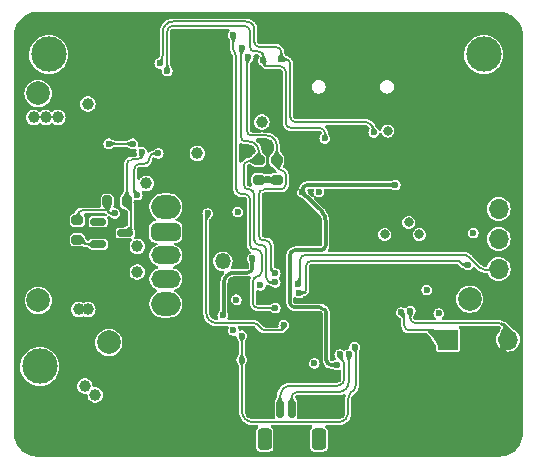
<source format=gbr>
%TF.GenerationSoftware,KiCad,Pcbnew,7.0.8-7.0.8~ubuntu22.04.1*%
%TF.CreationDate,2023-12-12T19:51:11+11:00*%
%TF.ProjectId,Boost-Converter,426f6f73-742d-4436-9f6e-766572746572,rev?*%
%TF.SameCoordinates,Original*%
%TF.FileFunction,Copper,L4,Bot*%
%TF.FilePolarity,Positive*%
%FSLAX46Y46*%
G04 Gerber Fmt 4.6, Leading zero omitted, Abs format (unit mm)*
G04 Created by KiCad (PCBNEW 7.0.8-7.0.8~ubuntu22.04.1) date 2023-12-12 19:51:11*
%MOMM*%
%LPD*%
G01*
G04 APERTURE LIST*
G04 Aperture macros list*
%AMRoundRect*
0 Rectangle with rounded corners*
0 $1 Rounding radius*
0 $2 $3 $4 $5 $6 $7 $8 $9 X,Y pos of 4 corners*
0 Add a 4 corners polygon primitive as box body*
4,1,4,$2,$3,$4,$5,$6,$7,$8,$9,$2,$3,0*
0 Add four circle primitives for the rounded corners*
1,1,$1+$1,$2,$3*
1,1,$1+$1,$4,$5*
1,1,$1+$1,$6,$7*
1,1,$1+$1,$8,$9*
0 Add four rect primitives between the rounded corners*
20,1,$1+$1,$2,$3,$4,$5,0*
20,1,$1+$1,$4,$5,$6,$7,0*
20,1,$1+$1,$6,$7,$8,$9,0*
20,1,$1+$1,$8,$9,$2,$3,0*%
G04 Aperture macros list end*
%TA.AperFunction,ComponentPad*%
%ADD10C,2.000000*%
%TD*%
%TA.AperFunction,ComponentPad*%
%ADD11R,1.500000X1.500000*%
%TD*%
%TA.AperFunction,ComponentPad*%
%ADD12C,3.000000*%
%TD*%
%TA.AperFunction,ComponentPad*%
%ADD13R,1.700000X1.700000*%
%TD*%
%TA.AperFunction,ComponentPad*%
%ADD14O,1.700000X1.700000*%
%TD*%
%TA.AperFunction,ComponentPad*%
%ADD15C,0.600000*%
%TD*%
%TA.AperFunction,ComponentPad*%
%ADD16O,2.500000X2.000000*%
%TD*%
%TA.AperFunction,ComponentPad*%
%ADD17RoundRect,0.375000X-0.875000X0.375000X-0.875000X-0.375000X0.875000X-0.375000X0.875000X0.375000X0*%
%TD*%
%TA.AperFunction,ComponentPad*%
%ADD18O,2.500000X1.500000*%
%TD*%
%TA.AperFunction,ComponentPad*%
%ADD19O,1.000000X2.100000*%
%TD*%
%TA.AperFunction,ComponentPad*%
%ADD20O,1.000000X1.600000*%
%TD*%
%TA.AperFunction,ComponentPad*%
%ADD21R,1.350000X1.350000*%
%TD*%
%TA.AperFunction,ComponentPad*%
%ADD22O,1.350000X1.350000*%
%TD*%
%TA.AperFunction,SMDPad,CuDef*%
%ADD23RoundRect,0.200000X0.200000X0.275000X-0.200000X0.275000X-0.200000X-0.275000X0.200000X-0.275000X0*%
%TD*%
%TA.AperFunction,SMDPad,CuDef*%
%ADD24RoundRect,0.200000X-0.275000X0.200000X-0.275000X-0.200000X0.275000X-0.200000X0.275000X0.200000X0*%
%TD*%
%TA.AperFunction,SMDPad,CuDef*%
%ADD25RoundRect,0.200000X0.275000X-0.200000X0.275000X0.200000X-0.275000X0.200000X-0.275000X-0.200000X0*%
%TD*%
%TA.AperFunction,SMDPad,CuDef*%
%ADD26RoundRect,0.150000X-0.150000X-0.625000X0.150000X-0.625000X0.150000X0.625000X-0.150000X0.625000X0*%
%TD*%
%TA.AperFunction,SMDPad,CuDef*%
%ADD27RoundRect,0.250000X-0.350000X-0.650000X0.350000X-0.650000X0.350000X0.650000X-0.350000X0.650000X0*%
%TD*%
%TA.AperFunction,SMDPad,CuDef*%
%ADD28RoundRect,0.150000X-0.512500X-0.150000X0.512500X-0.150000X0.512500X0.150000X-0.512500X0.150000X0*%
%TD*%
%TA.AperFunction,ViaPad*%
%ADD29C,0.600000*%
%TD*%
%TA.AperFunction,ViaPad*%
%ADD30C,0.800000*%
%TD*%
%TA.AperFunction,ViaPad*%
%ADD31C,1.000000*%
%TD*%
%TA.AperFunction,Conductor*%
%ADD32C,0.200000*%
%TD*%
%TA.AperFunction,Conductor*%
%ADD33C,0.500000*%
%TD*%
%TA.AperFunction,Conductor*%
%ADD34C,0.300000*%
%TD*%
G04 APERTURE END LIST*
D10*
%TO.P,TP4,1,1*%
%TO.N,+3.3V*%
X165049200Y-88290400D03*
%TD*%
D11*
%TO.P,TP8,1,1*%
%TO.N,GND*%
X132918200Y-67614800D03*
%TD*%
D10*
%TO.P,TP6,1,1*%
%TO.N,VBUS*%
X128508800Y-70866000D03*
%TD*%
D12*
%TO.P,H1,1*%
%TO.N,N/C*%
X129413000Y-67564000D03*
%TD*%
D13*
%TO.P,Brd1,1,GND*%
%TO.N,GND*%
X167513000Y-78105000D03*
D14*
%TO.P,Brd1,2,VCC*%
%TO.N,+3.3V*%
X167513000Y-80645000D03*
%TO.P,Brd1,3,SCL*%
%TO.N,/SCL_1*%
X167513000Y-83185000D03*
%TO.P,Brd1,4,SDA*%
%TO.N,/SDA_1*%
X167513000Y-85725000D03*
%TD*%
D15*
%TO.P,U5,57,GND*%
%TO.N,GND*%
X151841300Y-85600000D03*
X151841300Y-86875000D03*
X151841300Y-88150000D03*
X153116300Y-85600000D03*
X153116300Y-86875000D03*
X153116300Y-88150000D03*
X154391300Y-85600000D03*
X154391300Y-86875000D03*
X154391300Y-88150000D03*
%TD*%
D16*
%TO.P,SW1,*%
%TO.N,*%
X139319000Y-80482000D03*
X139319000Y-88682000D03*
D17*
%TO.P,SW1,1,A*%
%TO.N,/24V*%
X139319000Y-82582000D03*
D18*
%TO.P,SW1,2,B*%
%TO.N,/FB*%
X139319000Y-84582000D03*
%TO.P,SW1,3,C*%
%TO.N,/18V*%
X139319000Y-86582000D03*
%TD*%
D12*
%TO.P,H3,1*%
%TO.N,N/C*%
X128651000Y-93980000D03*
%TD*%
D19*
%TO.P,J6,S1,SHIELD*%
%TO.N,GND*%
X159480000Y-70827000D03*
D20*
X159480000Y-66647000D03*
D19*
X150840000Y-70827000D03*
D20*
X150840000Y-66647000D03*
%TD*%
D10*
%TO.P,TP2,1,1*%
%TO.N,/V_{OUT}*%
X134493000Y-91948000D03*
%TD*%
D11*
%TO.P,TP9,1,1*%
%TO.N,GND*%
X168046400Y-88874600D03*
%TD*%
D12*
%TO.P,H2,1*%
%TO.N,N/C*%
X166243000Y-67564000D03*
%TD*%
D11*
%TO.P,TP5,1,1*%
%TO.N,GND*%
X137668000Y-91948000D03*
%TD*%
D21*
%TO.P,SW2,1,1*%
%TO.N,GND*%
X144145000Y-83074000D03*
D22*
%TO.P,SW2,2,2*%
%TO.N,/BOOT*%
X144145000Y-85074000D03*
%TD*%
D10*
%TO.P,TP1,1,1*%
%TO.N,/V_{S}*%
X128524000Y-88392000D03*
%TD*%
D11*
%TO.P,TP7,1,1*%
%TO.N,GND*%
X130606800Y-91084400D03*
%TD*%
D23*
%TO.P,R17,1*%
%TO.N,VBUS*%
X136016000Y-80010000D03*
%TO.P,R17,2*%
%TO.N,/V_{S}*%
X134366000Y-80010000D03*
%TD*%
D24*
%TO.P,R21,1*%
%TO.N,/SCL_0*%
X147193000Y-76518000D03*
%TO.P,R21,2*%
%TO.N,+3.3V*%
X147193000Y-78168000D03*
%TD*%
D25*
%TO.P,R18,1*%
%TO.N,Net-(D1-A)*%
X131826000Y-83248000D03*
%TO.P,R18,2*%
%TO.N,/V_{S}*%
X131826000Y-81598000D03*
%TD*%
D13*
%TO.P,J3,1,Pin_1*%
%TO.N,/TX*%
X163210000Y-91719000D03*
D14*
%TO.P,J3,2,Pin_2*%
%TO.N,GND*%
X165750000Y-91719000D03*
%TO.P,J3,3,Pin_3*%
%TO.N,/RX*%
X168290000Y-91719000D03*
%TD*%
D26*
%TO.P,J5,1,Pin_1*%
%TO.N,/SWC*%
X148987000Y-97608000D03*
%TO.P,J5,2,Pin_2*%
%TO.N,/SWD*%
X149987000Y-97608000D03*
%TO.P,J5,3,Pin_3*%
%TO.N,GND*%
X150987000Y-97608000D03*
D27*
%TO.P,J5,MP*%
%TO.N,N/C*%
X147687000Y-100133000D03*
X152287000Y-100133000D03*
%TD*%
D28*
%TO.P,D1,1,A*%
%TO.N,Net-(D1-A)*%
X133609500Y-83627000D03*
%TO.P,D1,2,NC*%
%TO.N,unconnected-(D1-NC-Pad2)*%
X133609500Y-81727000D03*
%TO.P,D1,3,K*%
%TO.N,VBUS*%
X135884500Y-82677000D03*
%TD*%
D24*
%TO.P,R20,1*%
%TO.N,/SDA_0*%
X148717000Y-76518000D03*
%TO.P,R20,2*%
%TO.N,+3.3V*%
X148717000Y-78168000D03*
%TD*%
D29*
%TO.N,GND*%
X154940000Y-77978000D03*
X127558800Y-69138800D03*
X164211000Y-72009000D03*
X138811000Y-96774000D03*
X135128000Y-98806000D03*
X147447000Y-97155000D03*
X156972000Y-90424000D03*
X154051000Y-70231000D03*
X151892000Y-75057000D03*
X133096000Y-77089000D03*
X136271000Y-70231000D03*
X157861000Y-80391000D03*
X136906000Y-84937600D03*
X164592000Y-74295000D03*
X160020000Y-93726000D03*
X130606800Y-89458800D03*
X141605000Y-92964000D03*
X128867800Y-82992000D03*
X141859000Y-77724000D03*
X137795000Y-97663000D03*
X127101600Y-82753200D03*
X152400000Y-97536000D03*
X147955000Y-75184000D03*
X140589000Y-91313000D03*
X127127000Y-84582000D03*
X158750000Y-72644000D03*
X163322000Y-87630000D03*
X128270000Y-99060000D03*
X156921200Y-64770000D03*
X165570800Y-77988200D03*
X162433000Y-72771000D03*
X159131000Y-73660000D03*
X128905000Y-76962000D03*
X129032000Y-90982800D03*
X143383000Y-84074000D03*
X130937000Y-85725000D03*
X141605000Y-96647000D03*
X152654000Y-77470000D03*
X141478000Y-89662000D03*
X148844000Y-73660000D03*
X150584800Y-80071000D03*
X136779000Y-90424000D03*
X138557000Y-70231000D03*
X166254777Y-79630500D03*
X163068000Y-81788000D03*
X159639000Y-72517000D03*
X159766000Y-95250000D03*
X147447000Y-64516000D03*
X139446000Y-73152000D03*
X142621000Y-79502000D03*
X149225000Y-93853000D03*
X130937000Y-86741000D03*
X167894000Y-92583000D03*
X159893000Y-97663000D03*
X136398000Y-71755000D03*
X160020000Y-65125600D03*
X133858000Y-77089000D03*
X150495000Y-77089000D03*
X149860000Y-74549000D03*
X164973000Y-83820000D03*
X133439800Y-79436000D03*
X137414000Y-81788000D03*
X127863600Y-90728800D03*
X144653000Y-70231000D03*
X156299800Y-79817000D03*
X146939000Y-94234000D03*
X150495000Y-75946000D03*
X156083000Y-93599000D03*
X137541000Y-84937600D03*
X144615800Y-95438000D03*
X159258000Y-100711000D03*
X148171800Y-82788800D03*
X137414000Y-80772000D03*
X132588000Y-98679000D03*
X141605000Y-98933000D03*
X155664800Y-80706000D03*
X138176000Y-93980000D03*
X151257000Y-91440000D03*
X145923000Y-75692000D03*
X143002000Y-72136000D03*
X140589000Y-70231000D03*
X130657600Y-92506800D03*
X159385000Y-86995000D03*
X143713200Y-91948000D03*
X136906000Y-87884000D03*
X159131000Y-81153000D03*
X127889000Y-96774000D03*
X159893000Y-83566000D03*
X147955000Y-93345000D03*
X149568800Y-80071000D03*
X130694777Y-81281500D03*
X143764000Y-90982800D03*
X165912800Y-86614000D03*
X140462000Y-77343000D03*
X151892000Y-91440000D03*
X143637000Y-73533000D03*
X127127000Y-81534000D03*
X144399000Y-81407000D03*
X135890000Y-72644000D03*
X168529000Y-98298000D03*
X155498800Y-66040000D03*
X132334000Y-85090000D03*
X161036000Y-73660000D03*
X137541000Y-66548000D03*
X157988000Y-92964000D03*
X148031200Y-95504000D03*
X168021000Y-95885000D03*
X127127000Y-83693000D03*
X164592000Y-91059000D03*
X150241000Y-99822000D03*
X163195000Y-69215000D03*
X162179000Y-97917000D03*
X149225000Y-92837000D03*
X130175000Y-82550000D03*
X131873470Y-79436998D03*
X127889000Y-83058000D03*
X167386000Y-71247000D03*
X148463000Y-64516000D03*
X167640000Y-74676000D03*
X129667000Y-97536000D03*
X143891000Y-79629000D03*
X151928000Y-72614000D03*
X154140800Y-80071000D03*
X131318000Y-69799200D03*
X127101600Y-80467200D03*
X141224000Y-73660000D03*
X127203200Y-86207600D03*
X132334000Y-77089000D03*
X136652000Y-65278000D03*
X135128000Y-84963000D03*
X145923000Y-85344000D03*
X152400000Y-66141600D03*
X146304000Y-99314000D03*
X141605000Y-85725000D03*
X135890000Y-74041000D03*
X160147000Y-76962000D03*
X140589000Y-66040000D03*
X147523200Y-91948000D03*
X130937000Y-84709000D03*
X161036000Y-96139000D03*
X164592000Y-92837000D03*
X151638000Y-77470000D03*
X136017000Y-75819000D03*
X133985000Y-82804000D03*
X156210000Y-70231000D03*
X152908000Y-94742000D03*
X167284400Y-88747600D03*
X149695800Y-83627000D03*
X135763000Y-81280000D03*
X137795000Y-79502000D03*
X156972000Y-98933000D03*
D30*
%TO.N,+3.3V*%
X157861000Y-82804000D03*
D29*
X165354000Y-82677000D03*
D30*
X159893000Y-81788000D03*
D29*
X147955000Y-78105000D03*
X147320000Y-87122000D03*
D30*
X160782000Y-82804000D03*
D29*
X151892000Y-93726000D03*
X162435000Y-89487224D03*
X152273000Y-79212500D03*
X145288000Y-88317605D03*
X161417000Y-87503000D03*
X145034000Y-90932000D03*
X145415000Y-80899000D03*
%TO.N,/V_{S}*%
X135001000Y-81026000D03*
D31*
%TO.N,/18V*%
X136906000Y-85979000D03*
D29*
%TO.N,+1V1*%
X158750000Y-78613000D03*
X153797000Y-93853000D03*
X150876000Y-79248000D03*
D31*
%TO.N,/FB*%
X137668000Y-78486000D03*
D29*
%TO.N,/RUN*%
X145758800Y-91374000D03*
X155321000Y-92329000D03*
X145758800Y-93406000D03*
%TO.N,/SWC*%
X154051000Y-92964000D03*
%TO.N,/SWD*%
X154813000Y-92964000D03*
%TO.N,/TX*%
X159258000Y-89408000D03*
%TO.N,/RX*%
X160020000Y-89281000D03*
%TO.N,/EN*%
X142875000Y-81026000D03*
X149314800Y-90485000D03*
%TO.N,/FLASH_CS*%
X144145000Y-89662000D03*
X146647800Y-84836000D03*
%TO.N,Net-(D4-K)*%
X134493000Y-75118000D03*
X136525000Y-75118000D03*
D31*
%TO.N,/24V*%
X136906000Y-83820000D03*
%TO.N,/V_{OUT}*%
X132715000Y-89154000D03*
X133350000Y-96393000D03*
X131953000Y-89154000D03*
X132461000Y-95631000D03*
D29*
%TO.N,/V_{G}*%
X138684000Y-75946000D03*
X136906000Y-79469103D03*
%TO.N,/SCL_1*%
X164901941Y-85386252D03*
X150622000Y-87757000D03*
%TO.N,/SDA_1*%
X150495000Y-86995000D03*
D30*
%TO.N,VBUS*%
X158115000Y-74041000D03*
D31*
X147447000Y-73279000D03*
D29*
X137287000Y-75819000D03*
D31*
X129159000Y-72898000D03*
X130175000Y-72898000D03*
X132715000Y-71755000D03*
X141986000Y-75946000D03*
X128143000Y-72898000D03*
D29*
%TO.N,/CC1*%
X138811000Y-68326000D03*
X156930000Y-74168000D03*
X149098000Y-67945000D03*
%TO.N,/CC2*%
X152781000Y-74676000D03*
X147574000Y-68072000D03*
X139446000Y-68961000D03*
%TO.N,/SDA_0*%
X146304000Y-67818000D03*
X148590000Y-86106000D03*
%TO.N,/SCL_0*%
X148590000Y-86868000D03*
X145796000Y-67056000D03*
%TO.N,/PD_INT*%
X145034000Y-65913000D03*
X148590000Y-89027000D03*
%TD*%
D32*
%TO.N,/TX*%
X159511995Y-90021210D02*
G75*
G03*
X159257999Y-89408001I-867195J10D01*
G01*
X159512003Y-90498395D02*
G75*
G03*
X159639001Y-90804999I433597J-5D01*
G01*
X159638998Y-90805002D02*
G75*
G03*
X159945605Y-90932000I306602J306602D01*
G01*
X162685342Y-91194331D02*
G75*
G03*
X162052000Y-90932000I-633342J-633369D01*
G01*
X159512000Y-90021210D02*
X159512000Y-90498395D01*
X159945605Y-90932000D02*
X162052000Y-90932000D01*
X162685336Y-91194337D02*
X163210000Y-91719000D01*
%TO.N,/RX*%
X168289990Y-91200423D02*
G75*
G03*
X168021000Y-90551000I-918390J23D01*
G01*
X168021003Y-90550997D02*
G75*
G03*
X167407790Y-90297000I-613203J-613203D01*
G01*
X160146998Y-90170002D02*
G75*
G03*
X160453605Y-90297000I306602J306602D01*
G01*
X160020003Y-89863395D02*
G75*
G03*
X160147001Y-90169999I433597J-5D01*
G01*
X168290000Y-91719000D02*
X168290000Y-91200423D01*
X167407790Y-90297000D02*
X160453605Y-90297000D01*
X160020000Y-89863395D02*
X160020000Y-89281000D01*
D33*
%TO.N,+3.3V*%
X147193000Y-78168000D02*
X147892000Y-78168000D01*
X148018000Y-78168000D02*
X148717000Y-78168000D01*
X147892000Y-78168000D02*
X147955000Y-78105000D01*
X147955000Y-78105000D02*
X148018000Y-78168000D01*
D32*
%TO.N,/V_{S}*%
X134366000Y-80010000D02*
X134366000Y-80592395D01*
X131826000Y-81598000D02*
X131826000Y-81205605D01*
X132259605Y-80772000D02*
X134327056Y-80772000D01*
X134799605Y-81026000D02*
X135001000Y-81026000D01*
X134366003Y-80592395D02*
G75*
G03*
X134493001Y-80898999I433597J-5D01*
G01*
X134327056Y-80771974D02*
G75*
G03*
X134393538Y-80744462I44J93974D01*
G01*
X132259605Y-80772003D02*
G75*
G03*
X131953001Y-80899001I-5J-433597D01*
G01*
X134492998Y-80899002D02*
G75*
G03*
X134799605Y-81026000I306602J306602D01*
G01*
X131952998Y-80898998D02*
G75*
G03*
X131826000Y-81205605I306602J-306602D01*
G01*
D34*
%TO.N,+1V1*%
X152870800Y-83701395D02*
X152870800Y-81722000D01*
X152908000Y-89916000D02*
X152908000Y-89460605D01*
X150302275Y-84116000D02*
X152483065Y-84116000D01*
X152511589Y-80854789D02*
X150925165Y-79268365D01*
X158750000Y-78613000D02*
X151309605Y-78613000D01*
X150876000Y-79046605D02*
X150876000Y-79248000D01*
X152908000Y-93419395D02*
X152908000Y-89916000D01*
X153797000Y-93853000D02*
X153341605Y-93853000D01*
X149822800Y-88527395D02*
X149822800Y-84568605D01*
X152312670Y-88960011D02*
X150199450Y-88960011D01*
X149949804Y-88833996D02*
G75*
G03*
X150199450Y-88960010I322796J329196D01*
G01*
X152743802Y-84008002D02*
G75*
G03*
X152870800Y-83701395I-306602J306602D01*
G01*
X152870806Y-81722000D02*
G75*
G03*
X152511589Y-80854789I-1226406J0D01*
G01*
X151002998Y-78739998D02*
G75*
G03*
X150876000Y-79046605I306602J-306602D01*
G01*
X152483065Y-84115985D02*
G75*
G03*
X152743800Y-84008000I35J368685D01*
G01*
X149949798Y-84261998D02*
G75*
G03*
X149822800Y-84568605I306602J-306602D01*
G01*
X152781009Y-89153991D02*
G75*
G03*
X152312670Y-88960011I-468309J-468309D01*
G01*
X153034998Y-93726002D02*
G75*
G03*
X153341605Y-93853000I306602J306602D01*
G01*
X152907997Y-89460605D02*
G75*
G03*
X152780999Y-89154001I-433597J5D01*
G01*
X149822803Y-88527395D02*
G75*
G03*
X149949801Y-88833999I433597J-5D01*
G01*
X152908003Y-93419395D02*
G75*
G03*
X153035001Y-93725999I433597J-5D01*
G01*
X151309605Y-78613003D02*
G75*
G03*
X151003001Y-78740001I-5J-433597D01*
G01*
X150302275Y-84115990D02*
G75*
G03*
X149949800Y-84262000I25J-498510D01*
G01*
X150925159Y-79268371D02*
G75*
G03*
X150876000Y-79248000I-49159J-49129D01*
G01*
D32*
%TO.N,/RUN*%
X155448000Y-95504000D02*
X155448000Y-92635605D01*
X154940000Y-96266000D02*
X155268395Y-95937605D01*
X153945790Y-98679000D02*
X146663210Y-98679000D01*
X154775800Y-97901599D02*
X154775800Y-96662413D01*
X145758800Y-93283157D02*
X145758800Y-91374000D01*
X145758800Y-93283157D02*
X145758800Y-93406000D01*
X145758800Y-97721982D02*
X145758800Y-93406000D01*
X146049997Y-98425003D02*
G75*
G03*
X146663210Y-98679000I613203J613203D01*
G01*
X155268393Y-95937603D02*
G75*
G03*
X155448000Y-95504000I-433593J433603D01*
G01*
X154559000Y-98425000D02*
G75*
G03*
X154775800Y-97901599I-523400J523400D01*
G01*
X154939996Y-96265996D02*
G75*
G03*
X154775800Y-96662413I396404J-396404D01*
G01*
X145758808Y-97721982D02*
G75*
G03*
X146050000Y-98425000I994192J-18D01*
G01*
X153945790Y-98678995D02*
G75*
G03*
X154558999Y-98424999I10J867195D01*
G01*
X155447997Y-92635605D02*
G75*
G03*
X155320999Y-92329001I-433597J5D01*
G01*
%TO.N,/SWC*%
X154432000Y-93778605D02*
X154432000Y-95070395D01*
X148987000Y-96459582D02*
X148987000Y-97608000D01*
X154230605Y-93397605D02*
X154305000Y-93472000D01*
X153691790Y-95631000D02*
X149838210Y-95631000D01*
X153691790Y-95630995D02*
G75*
G03*
X154304999Y-95376999I10J867195D01*
G01*
X154305002Y-95377002D02*
G75*
G03*
X154432000Y-95070395I-306602J306602D01*
G01*
X154050997Y-92964000D02*
G75*
G03*
X154230605Y-93397605I613203J0D01*
G01*
X149225005Y-95885005D02*
G75*
G03*
X148987000Y-96459582I574595J-574595D01*
G01*
X149838210Y-95631005D02*
G75*
G03*
X149225001Y-95885001I-10J-867195D01*
G01*
X154431997Y-93778605D02*
G75*
G03*
X154304999Y-93472001I-433597J5D01*
G01*
%TO.N,/SWD*%
X153945790Y-96139000D02*
X153310790Y-96139000D01*
X149987000Y-96572605D02*
X149987000Y-97608000D01*
X154813000Y-92964000D02*
X154813000Y-95271790D01*
X153310790Y-96139000D02*
X150420605Y-96139000D01*
X153945790Y-96138995D02*
G75*
G03*
X154558999Y-95884999I10J867195D01*
G01*
X154559003Y-95885003D02*
G75*
G03*
X154813000Y-95271790I-613203J613203D01*
G01*
X150113998Y-96265998D02*
G75*
G03*
X149987000Y-96572605I306602J-306602D01*
G01*
X150420605Y-96139003D02*
G75*
G03*
X150114001Y-96266001I-5J-433597D01*
G01*
%TO.N,/EN*%
X142748000Y-89154000D02*
X142748000Y-81332605D01*
X147447000Y-90805000D02*
X147028803Y-90386803D01*
X144780000Y-90297000D02*
X143615210Y-90297000D01*
X148717000Y-90932000D02*
X147753605Y-90932000D01*
X149314800Y-90485000D02*
X149314800Y-90588204D01*
X148918395Y-90932000D02*
X148717000Y-90932000D01*
X146812000Y-90297000D02*
X144780000Y-90297000D01*
X142748000Y-89429790D02*
X142748000Y-89154000D01*
X142748005Y-89429790D02*
G75*
G03*
X143002001Y-90042999I867195J-10D01*
G01*
X147446998Y-90805002D02*
G75*
G03*
X147753605Y-90932000I306602J306602D01*
G01*
X147028802Y-90386804D02*
G75*
G03*
X146812000Y-90297000I-216802J-216796D01*
G01*
X148918395Y-90931997D02*
G75*
G03*
X149224999Y-90804999I5J433597D01*
G01*
X149224999Y-90804999D02*
G75*
G03*
X149314800Y-90588204I-216799J216799D01*
G01*
X142874998Y-81025998D02*
G75*
G03*
X142748000Y-81332605I306602J-306602D01*
G01*
X143001997Y-90043003D02*
G75*
G03*
X143615210Y-90297000I613203J613203D01*
G01*
D34*
%TO.N,/FLASH_CS*%
X145504800Y-86040000D02*
X145102010Y-86040000D01*
X146647800Y-84836000D02*
X146647800Y-85606395D01*
X146214195Y-86040000D02*
X145504800Y-86040000D01*
X144234800Y-86907210D02*
X144234800Y-89445204D01*
X146214195Y-86039997D02*
G75*
G03*
X146520799Y-85912999I5J433597D01*
G01*
X144488797Y-86293997D02*
G75*
G03*
X144234800Y-86907210I613203J-613203D01*
G01*
X144144999Y-89661999D02*
G75*
G03*
X144234800Y-89445204I-216799J216799D01*
G01*
X145102010Y-86040005D02*
G75*
G03*
X144488801Y-86294001I-10J-867195D01*
G01*
X146520802Y-85913002D02*
G75*
G03*
X146647800Y-85606395I-306602J306602D01*
G01*
D32*
%TO.N,Net-(D4-K)*%
X136525000Y-75118000D02*
X134493000Y-75118000D01*
%TO.N,/V_{G}*%
X138355605Y-75946000D02*
X138684000Y-75946000D01*
X137922000Y-76401463D02*
X137922000Y-76379605D01*
X136906000Y-79469103D02*
X136862060Y-79469103D01*
X136652000Y-77470000D02*
X136652000Y-77268605D01*
X137085605Y-76835000D02*
X137212605Y-76835000D01*
X136862060Y-79469103D02*
X136689911Y-79296954D01*
X136652000Y-79091414D02*
X136652000Y-77470000D01*
X137212605Y-76835000D02*
X137488395Y-76835000D01*
X137085605Y-76835003D02*
G75*
G03*
X136779001Y-76962001I-5J-433597D01*
G01*
X138048998Y-76072998D02*
G75*
G03*
X137922000Y-76379605I306602J-306602D01*
G01*
X138355605Y-75946003D02*
G75*
G03*
X138049001Y-76073001I-5J-433597D01*
G01*
X136652003Y-79091414D02*
G75*
G03*
X136689912Y-79296954I624497J8914D01*
G01*
X137795015Y-76708015D02*
G75*
G03*
X137922000Y-76401463I-305715J306215D01*
G01*
X137488395Y-76834997D02*
G75*
G03*
X137794999Y-76707999I5J433597D01*
G01*
X136778998Y-76961998D02*
G75*
G03*
X136652000Y-77268605I306602J-306602D01*
G01*
%TO.N,Net-(D1-A)*%
X133609500Y-83627000D02*
X132740986Y-83627000D01*
X131826004Y-83247996D02*
G75*
G03*
X132740986Y-83627000I914996J914996D01*
G01*
%TO.N,/SCL_1*%
X150622000Y-87757000D02*
X150823395Y-87757000D01*
X164161089Y-85054687D02*
X164492654Y-85386252D01*
X164492654Y-85386252D02*
X164901941Y-85386252D01*
X151219800Y-87413204D02*
X151219800Y-86294000D01*
X151653405Y-85024000D02*
X163994195Y-85024000D01*
X151219800Y-86294000D02*
X151219800Y-85457605D01*
X151346798Y-85150998D02*
G75*
G03*
X151219800Y-85457605I306602J-306602D01*
G01*
X150823395Y-87756997D02*
G75*
G03*
X151129999Y-87629999I5J433597D01*
G01*
X164161094Y-85054672D02*
G75*
G03*
X163994195Y-85024000I-174394J-479528D01*
G01*
X151653405Y-85024003D02*
G75*
G03*
X151346801Y-85151001I-5J-433597D01*
G01*
X151129999Y-87629999D02*
G75*
G03*
X151219800Y-87413204I-216799J216799D01*
G01*
%TO.N,/SDA_1*%
X151145405Y-84516000D02*
X164449590Y-84516000D01*
X166332800Y-85786000D02*
X167169195Y-85786000D01*
X150664674Y-86585371D02*
X150664674Y-84989038D01*
X165062800Y-84770000D02*
X165899194Y-85606394D01*
X165062803Y-84769997D02*
G75*
G03*
X164449590Y-84516000I-613203J-613203D01*
G01*
X165899196Y-85606392D02*
G75*
G03*
X166332800Y-85786000I433604J433592D01*
G01*
X150838810Y-84643010D02*
G75*
G03*
X150664674Y-84989038I451790J-444190D01*
G01*
X151145405Y-84516003D02*
G75*
G03*
X150838801Y-84643001I-5J-433597D01*
G01*
X150495009Y-86995009D02*
G75*
G03*
X150664674Y-86585371I-409609J409609D01*
G01*
X167169195Y-85785997D02*
G75*
G03*
X167475799Y-85658999I5J433597D01*
G01*
%TO.N,VBUS*%
X136450605Y-76454000D02*
X136853395Y-76454000D01*
X137287000Y-76020395D02*
X137287000Y-75819000D01*
X136129299Y-80123300D02*
X136016000Y-80010000D01*
X136016000Y-80010000D02*
X136016000Y-76890019D01*
X135884500Y-82677000D02*
X135964395Y-82677000D01*
X136398000Y-82243395D02*
X136398000Y-80772000D01*
X136271002Y-82550002D02*
G75*
G03*
X136398000Y-82243395I-306602J306602D01*
G01*
X136143994Y-76580994D02*
G75*
G03*
X136016000Y-76890019I309006J-309006D01*
G01*
X136450605Y-76454003D02*
G75*
G03*
X136144001Y-76581001I-5J-433597D01*
G01*
X136397999Y-80772000D02*
G75*
G03*
X136129299Y-80123300I-917399J0D01*
G01*
X135964395Y-82676997D02*
G75*
G03*
X136270999Y-82549999I5J433597D01*
G01*
X136853395Y-76453997D02*
G75*
G03*
X137159999Y-76326999I5J433597D01*
G01*
X137160002Y-76327002D02*
G75*
G03*
X137287000Y-76020395I-306602J306602D01*
G01*
%TO.N,/CC1*%
X139065000Y-67585790D02*
X139065000Y-65659000D01*
X139932210Y-64770000D02*
X144907000Y-64770000D01*
X149098000Y-67362605D02*
X149098000Y-67945000D01*
X149860000Y-72845395D02*
X149860000Y-68378605D01*
X144907000Y-64770000D02*
X146071790Y-64770000D01*
X149426395Y-67945000D02*
X149098000Y-67945000D01*
X139065000Y-65659000D02*
X139065000Y-65637210D01*
X146812000Y-66294000D02*
X146812000Y-66495395D01*
X147245605Y-66929000D02*
X148336000Y-66929000D01*
X156930000Y-74168000D02*
X156930000Y-74044813D01*
X148336000Y-66929000D02*
X148664395Y-66929000D01*
X138811000Y-68326000D02*
X138811000Y-68149571D01*
X138811000Y-68149571D02*
X138964803Y-67995768D01*
X156104790Y-73279000D02*
X150293605Y-73279000D01*
X146812000Y-65330605D02*
X146812000Y-66294000D01*
X139932210Y-64770005D02*
G75*
G03*
X139319001Y-65024001I-10J-867195D01*
G01*
X146685003Y-65023997D02*
G75*
G03*
X146071790Y-64770000I-613203J-613203D01*
G01*
X149733002Y-68071998D02*
G75*
G03*
X149426395Y-67945000I-306602J-306602D01*
G01*
X146811997Y-65330605D02*
G75*
G03*
X146684999Y-65024001I-433597J5D01*
G01*
X139318997Y-65023997D02*
G75*
G03*
X139065000Y-65637210I613203J-613203D01*
G01*
X146938998Y-66802002D02*
G75*
G03*
X147245605Y-66929000I306602J306602D01*
G01*
X138964791Y-67995762D02*
G75*
G03*
X139064999Y-67585790I-810591J415362D01*
G01*
X148971002Y-67055998D02*
G75*
G03*
X148664395Y-66929000I-306602J-306602D01*
G01*
X149859997Y-68378605D02*
G75*
G03*
X149732999Y-68072001I-433597J5D01*
G01*
X146812003Y-66495395D02*
G75*
G03*
X146939001Y-66801999I433597J-5D01*
G01*
X156718003Y-73532997D02*
G75*
G03*
X156104790Y-73279000I-613203J-613203D01*
G01*
X149097997Y-67362605D02*
G75*
G03*
X148970999Y-67056001I-433597J5D01*
G01*
X156929994Y-74044813D02*
G75*
G03*
X156718000Y-73533000I-723794J13D01*
G01*
X149860003Y-72845395D02*
G75*
G03*
X149987001Y-73151999I433597J-5D01*
G01*
X149986998Y-73152002D02*
G75*
G03*
X150293605Y-73279000I306602J306602D01*
G01*
%TO.N,/CC2*%
X146431000Y-66675000D02*
X146431000Y-66876395D01*
X146939000Y-67310000D02*
X147140395Y-67310000D01*
X152781000Y-74676000D02*
X152781000Y-74220605D01*
X152347395Y-73787000D02*
X149912605Y-73787000D01*
X146431000Y-65584605D02*
X146431000Y-66675000D01*
X149045395Y-68580000D02*
X148007605Y-68580000D01*
X147574000Y-68146395D02*
X147574000Y-68072000D01*
X149479000Y-73353395D02*
X149479000Y-69013605D01*
X146864605Y-67310000D02*
X146939000Y-67310000D01*
X145415000Y-65151000D02*
X145997395Y-65151000D01*
X139879605Y-65151000D02*
X145415000Y-65151000D01*
X147574000Y-67743605D02*
X147574000Y-68072000D01*
X139446000Y-68961000D02*
X139446000Y-65584605D01*
X149478997Y-69013605D02*
G75*
G03*
X149351999Y-68707001I-433597J5D01*
G01*
X152780997Y-74220605D02*
G75*
G03*
X152653999Y-73914001I-433597J5D01*
G01*
X149605998Y-73660002D02*
G75*
G03*
X149912605Y-73787000I306602J306602D01*
G01*
X149479003Y-73353395D02*
G75*
G03*
X149606001Y-73659999I433597J-5D01*
G01*
X147573997Y-67743605D02*
G75*
G03*
X147446999Y-67437001I-433597J5D01*
G01*
X147447002Y-67436998D02*
G75*
G03*
X147140395Y-67310000I-306602J-306602D01*
G01*
X147574003Y-68146395D02*
G75*
G03*
X147701001Y-68452999I433597J-5D01*
G01*
X147700998Y-68453002D02*
G75*
G03*
X148007605Y-68580000I306602J306602D01*
G01*
X139879605Y-65151003D02*
G75*
G03*
X139573001Y-65278001I-5J-433597D01*
G01*
X146557998Y-67183002D02*
G75*
G03*
X146864605Y-67310000I306602J306602D01*
G01*
X146304002Y-65277998D02*
G75*
G03*
X145997395Y-65151000I-306602J-306602D01*
G01*
X149352002Y-68706998D02*
G75*
G03*
X149045395Y-68580000I-306602J-306602D01*
G01*
X146431003Y-66876395D02*
G75*
G03*
X146558001Y-67182999I433597J-5D01*
G01*
X146430997Y-65584605D02*
G75*
G03*
X146303999Y-65278001I-433597J5D01*
G01*
X139572998Y-65277998D02*
G75*
G03*
X139446000Y-65584605I306602J-306602D01*
G01*
X152654002Y-73913998D02*
G75*
G03*
X152347395Y-73787000I-306602J-306602D01*
G01*
%TO.N,/SDA_0*%
X149479000Y-78560395D02*
X149479000Y-77776605D01*
X149352000Y-77470000D02*
X149314803Y-77432803D01*
X148209000Y-85471000D02*
X148209000Y-83745605D01*
X146177000Y-73533000D02*
X146177000Y-68124605D01*
X147447000Y-74422000D02*
X146610605Y-74422000D01*
X147849790Y-74422000D02*
X147447000Y-74422000D01*
X146177000Y-73988395D02*
X146177000Y-73533000D01*
X147626605Y-78994000D02*
X149045395Y-78994000D01*
X147193000Y-82878395D02*
X147193000Y-79427605D01*
X148717000Y-76518000D02*
X148717000Y-75289210D01*
X148881198Y-77253197D02*
X148844000Y-77216000D01*
X148590000Y-86106000D02*
X148388605Y-85904605D01*
X148717000Y-76909395D02*
X148717000Y-76518000D01*
X147775395Y-83312000D02*
X147626605Y-83312000D01*
X149352002Y-78867002D02*
G75*
G03*
X149479000Y-78560395I-306602J306602D01*
G01*
X148881199Y-77253196D02*
G75*
G03*
X149098000Y-77343000I216801J216796D01*
G01*
X147319998Y-83185002D02*
G75*
G03*
X147626605Y-83312000I306602J306602D01*
G01*
X147319998Y-79120998D02*
G75*
G03*
X147193000Y-79427605I306602J-306602D01*
G01*
X149314802Y-77432804D02*
G75*
G03*
X149098000Y-77343000I-216802J-216796D01*
G01*
X148717003Y-76909395D02*
G75*
G03*
X148844001Y-77215999I433597J-5D01*
G01*
X149045395Y-78993997D02*
G75*
G03*
X149351999Y-78866999I5J433597D01*
G01*
X148208997Y-83745605D02*
G75*
G03*
X148081999Y-83439001I-433597J5D01*
G01*
X146303998Y-74295002D02*
G75*
G03*
X146610605Y-74422000I306602J306602D01*
G01*
X148716995Y-75289210D02*
G75*
G03*
X148462999Y-74676001I-867195J10D01*
G01*
X147626605Y-78994003D02*
G75*
G03*
X147320001Y-79121001I-5J-433597D01*
G01*
X146177003Y-73988395D02*
G75*
G03*
X146304001Y-74294999I433597J-5D01*
G01*
X146303998Y-67817998D02*
G75*
G03*
X146177000Y-68124605I306602J-306602D01*
G01*
X149478997Y-77776605D02*
G75*
G03*
X149351999Y-77470001I-433597J5D01*
G01*
X148082002Y-83438998D02*
G75*
G03*
X147775395Y-83312000I-306602J-306602D01*
G01*
X147193003Y-82878395D02*
G75*
G03*
X147320001Y-83184999I433597J-5D01*
G01*
X148463003Y-74675997D02*
G75*
G03*
X147849790Y-74422000I-613203J-613203D01*
G01*
X148208997Y-85471000D02*
G75*
G03*
X148388605Y-85904605I613203J0D01*
G01*
%TO.N,/SCL_0*%
X146356605Y-76581000D02*
X147040905Y-76581000D01*
X146304000Y-74930000D02*
X146102605Y-74930000D01*
X147193000Y-76518000D02*
X147193000Y-75797210D01*
X145669000Y-74496395D02*
X145669000Y-74168000D01*
X145669000Y-74168000D02*
X145669000Y-67362605D01*
X145923000Y-78560395D02*
X145923000Y-77597000D01*
X146685000Y-79121000D02*
X146647803Y-79083803D01*
X148590000Y-86868000D02*
X148261605Y-86868000D01*
X147828000Y-86434395D02*
X147828000Y-84126605D01*
X145923000Y-77597000D02*
X145923000Y-77014605D01*
X147447000Y-83693000D02*
X147245605Y-83693000D01*
X147701000Y-83820000D02*
X147663803Y-83782803D01*
X146325790Y-74930000D02*
X146304000Y-74930000D01*
X146812000Y-83259395D02*
X146812000Y-79427605D01*
X146431000Y-78994000D02*
X146356605Y-78994000D01*
X145795998Y-67055998D02*
G75*
G03*
X145669000Y-67362605I306602J-306602D01*
G01*
X146812003Y-83259395D02*
G75*
G03*
X146939001Y-83565999I433597J-5D01*
G01*
X147954998Y-86741002D02*
G75*
G03*
X148261605Y-86868000I306602J306602D01*
G01*
X146356605Y-76581003D02*
G75*
G03*
X146050001Y-76708001I-5J-433597D01*
G01*
X147663802Y-83782804D02*
G75*
G03*
X147447000Y-83693000I-216802J-216796D01*
G01*
X146049998Y-78867002D02*
G75*
G03*
X146356605Y-78994000I306602J306602D01*
G01*
X146938998Y-83566002D02*
G75*
G03*
X147245605Y-83693000I306602J306602D01*
G01*
X147040905Y-76581001D02*
G75*
G03*
X147192999Y-76517999I-5J215101D01*
G01*
X147827997Y-84126605D02*
G75*
G03*
X147700999Y-83820001I-433597J5D01*
G01*
X145795998Y-74803002D02*
G75*
G03*
X146102605Y-74930000I306602J306602D01*
G01*
X145669003Y-74496395D02*
G75*
G03*
X145796001Y-74802999I433597J-5D01*
G01*
X145923003Y-78560395D02*
G75*
G03*
X146050001Y-78866999I433597J-5D01*
G01*
X146811997Y-79427605D02*
G75*
G03*
X146684999Y-79121001I-433597J5D01*
G01*
X147192995Y-75797210D02*
G75*
G03*
X146938999Y-75184001I-867195J10D01*
G01*
X146647802Y-79083804D02*
G75*
G03*
X146431000Y-78994000I-216802J-216796D01*
G01*
X146049998Y-76707998D02*
G75*
G03*
X145923000Y-77014605I306602J-306602D01*
G01*
X146939003Y-75183997D02*
G75*
G03*
X146325790Y-74930000I-613203J-613203D01*
G01*
X147828003Y-86434395D02*
G75*
G03*
X147955001Y-86740999I433597J-5D01*
G01*
%TO.N,/PD_INT*%
X145034000Y-67130395D02*
X145034000Y-66929000D01*
X147013395Y-84074000D02*
X146939000Y-84074000D01*
X146685000Y-88593395D02*
X146685000Y-88392000D01*
X146939000Y-84074000D02*
X146864605Y-84074000D01*
X148590000Y-89027000D02*
X147118605Y-89027000D01*
X146431000Y-83312000D02*
X146431000Y-79808605D01*
X145288000Y-78613000D02*
X145288000Y-67743605D01*
X147447000Y-85926395D02*
X147447000Y-85852000D01*
X146304000Y-79502000D02*
X146266803Y-79464803D01*
X146431000Y-83640395D02*
X146431000Y-83312000D01*
X146050000Y-79375000D02*
X145721605Y-79375000D01*
X147282802Y-86270197D02*
X147320000Y-86233000D01*
X145034000Y-66929000D02*
X145034000Y-65913000D01*
X145288000Y-78941395D02*
X145288000Y-78613000D01*
X146685000Y-88392000D02*
X146685000Y-86793605D01*
X147447000Y-85852000D02*
X147447000Y-84507605D01*
X146812000Y-86487000D02*
X146849197Y-86449803D01*
X145288003Y-78941395D02*
G75*
G03*
X145415001Y-79247999I433597J-5D01*
G01*
X146266802Y-79464804D02*
G75*
G03*
X146050000Y-79375000I-216802J-216796D01*
G01*
X146557998Y-83947002D02*
G75*
G03*
X146864605Y-84074000I306602J306602D01*
G01*
X146431003Y-83640395D02*
G75*
G03*
X146558001Y-83946999I433597J-5D01*
G01*
X146430997Y-79808605D02*
G75*
G03*
X146303999Y-79502001I-433597J5D01*
G01*
X147066000Y-86360000D02*
G75*
G03*
X147282801Y-86270196I0J306600D01*
G01*
X147066000Y-86359999D02*
G75*
G03*
X146849197Y-86449803I0J-306601D01*
G01*
X145414998Y-79248002D02*
G75*
G03*
X145721605Y-79375000I306602J306602D01*
G01*
X146811998Y-88900002D02*
G75*
G03*
X147118605Y-89027000I306602J306602D01*
G01*
X145287997Y-67743605D02*
G75*
G03*
X145160999Y-67437001I-433597J5D01*
G01*
X146685003Y-88593395D02*
G75*
G03*
X146812001Y-88899999I433597J-5D01*
G01*
X145034003Y-67130395D02*
G75*
G03*
X145161001Y-67436999I433597J-5D01*
G01*
X147320002Y-86233002D02*
G75*
G03*
X147447000Y-85926395I-306602J306602D01*
G01*
X147320002Y-84200998D02*
G75*
G03*
X147013395Y-84074000I-306602J-306602D01*
G01*
X146811998Y-86486998D02*
G75*
G03*
X146685000Y-86793605I306602J-306602D01*
G01*
X147446997Y-84507605D02*
G75*
G03*
X147319999Y-84201001I-433597J5D01*
G01*
%TD*%
%TA.AperFunction,Conductor*%
%TO.N,GND*%
G36*
X154507773Y-96322504D02*
G01*
X154548698Y-96380519D01*
X154551761Y-96451450D01*
X154549282Y-96460129D01*
X154545267Y-96472486D01*
X154525299Y-96598583D01*
X154525300Y-96637740D01*
X154525300Y-97898505D01*
X154524996Y-97904684D01*
X154517107Y-97984785D01*
X154512288Y-98009012D01*
X154491626Y-98077124D01*
X154482174Y-98099942D01*
X154448621Y-98162716D01*
X154434898Y-98183255D01*
X154389747Y-98238271D01*
X154372282Y-98255736D01*
X154298009Y-98316691D01*
X154277469Y-98330415D01*
X154192740Y-98375702D01*
X154169921Y-98385154D01*
X154077978Y-98413044D01*
X154053753Y-98417862D01*
X153948824Y-98428196D01*
X153942645Y-98428500D01*
X150561487Y-98428500D01*
X150493366Y-98408498D01*
X150446873Y-98354842D01*
X150436327Y-98287977D01*
X150437032Y-98281896D01*
X150437500Y-98277865D01*
X150437499Y-96938136D01*
X150434585Y-96913009D01*
X150426040Y-96893657D01*
X150423326Y-96886303D01*
X150420080Y-96875477D01*
X150408795Y-96854199D01*
X150406826Y-96850141D01*
X150389206Y-96810235D01*
X150367868Y-96788897D01*
X150351222Y-96768318D01*
X150335484Y-96744028D01*
X150332878Y-96739619D01*
X150302622Y-96683338D01*
X150300871Y-96679821D01*
X150268226Y-96608754D01*
X150267020Y-96605946D01*
X150264072Y-96598595D01*
X150259134Y-96586282D01*
X150252348Y-96515611D01*
X150276114Y-96462695D01*
X150281021Y-96456300D01*
X150304278Y-96433042D01*
X150315896Y-96424127D01*
X150344366Y-96407689D01*
X150357893Y-96402086D01*
X150389652Y-96393577D01*
X150416531Y-96390038D01*
X150424760Y-96389500D01*
X153973683Y-96389500D01*
X153973772Y-96389495D01*
X154033753Y-96389496D01*
X154207519Y-96361976D01*
X154374840Y-96307611D01*
X154374851Y-96307605D01*
X154379416Y-96305715D01*
X154380138Y-96307459D01*
X154441980Y-96295825D01*
X154507773Y-96322504D01*
G37*
%TD.AperFunction*%
%TA.AperFunction,Conductor*%
G36*
X147852861Y-74672802D02*
G01*
X147957760Y-74683133D01*
X147981973Y-74687948D01*
X148073927Y-74715841D01*
X148096741Y-74725291D01*
X148164266Y-74761384D01*
X148181473Y-74770581D01*
X148202009Y-74784302D01*
X148275028Y-74844227D01*
X148276257Y-74845235D01*
X148293722Y-74862700D01*
X148354693Y-74936993D01*
X148368415Y-74957530D01*
X148413702Y-75042259D01*
X148423154Y-75065078D01*
X148451044Y-75157021D01*
X148455862Y-75181247D01*
X148466196Y-75286177D01*
X148466500Y-75292355D01*
X148466500Y-75642297D01*
X148453538Y-75697959D01*
X148420339Y-75765381D01*
X148418606Y-75768653D01*
X148365770Y-75861724D01*
X148363314Y-75865699D01*
X148313617Y-75939846D01*
X148310048Y-75944658D01*
X148265210Y-75999478D01*
X148259908Y-76005199D01*
X148216560Y-76046519D01*
X148213574Y-76049617D01*
X148212191Y-76051406D01*
X148206897Y-76057419D01*
X148152802Y-76111516D01*
X148152800Y-76111518D01*
X148101427Y-76216605D01*
X148091500Y-76284738D01*
X148091500Y-76751261D01*
X148101427Y-76819394D01*
X148152801Y-76924482D01*
X148152803Y-76924485D01*
X148235515Y-77007197D01*
X148349400Y-77062872D01*
X148349196Y-77063287D01*
X148358364Y-77067275D01*
X148382189Y-77080946D01*
X148397324Y-77091155D01*
X148454369Y-77135976D01*
X148459945Y-77140917D01*
X148521553Y-77202375D01*
X148540841Y-77228347D01*
X148540922Y-77228294D01*
X148542002Y-77229911D01*
X148543683Y-77232174D01*
X148544357Y-77233435D01*
X148565718Y-77265404D01*
X148619227Y-77345486D01*
X148646619Y-77372878D01*
X148646634Y-77372895D01*
X148670152Y-77396412D01*
X148675526Y-77402529D01*
X148681322Y-77410057D01*
X148681621Y-77410411D01*
X148710151Y-77475423D01*
X148699004Y-77545539D01*
X148651720Y-77598498D01*
X148585181Y-77617500D01*
X148408738Y-77617500D01*
X148340605Y-77627427D01*
X148306402Y-77644146D01*
X148302072Y-77646065D01*
X148299254Y-77647188D01*
X148298649Y-77647501D01*
X148292976Y-77650710D01*
X148229544Y-77681721D01*
X148159560Y-77693670D01*
X148138708Y-77689421D01*
X148056975Y-77665423D01*
X148019772Y-77654500D01*
X147890228Y-77654500D01*
X147890225Y-77654501D01*
X147771291Y-77689421D01*
X147700295Y-77689419D01*
X147680457Y-77681722D01*
X147609246Y-77646909D01*
X147607770Y-77646098D01*
X147603140Y-77643865D01*
X147602214Y-77643471D01*
X147581642Y-77633415D01*
X147569393Y-77627427D01*
X147535326Y-77622463D01*
X147501261Y-77617500D01*
X147501260Y-77617500D01*
X146884740Y-77617500D01*
X146884738Y-77617500D01*
X146816605Y-77627427D01*
X146711517Y-77678801D01*
X146711514Y-77678803D01*
X146628803Y-77761514D01*
X146628801Y-77761517D01*
X146577427Y-77866605D01*
X146567500Y-77934738D01*
X146567500Y-78401261D01*
X146577427Y-78469394D01*
X146623995Y-78564651D01*
X146635944Y-78634635D01*
X146608159Y-78699969D01*
X146549463Y-78739910D01*
X146492121Y-78743227D01*
X146492035Y-78744107D01*
X146486442Y-78743556D01*
X146486224Y-78743569D01*
X146485883Y-78743501D01*
X146485871Y-78743500D01*
X146485870Y-78743500D01*
X146360735Y-78743500D01*
X146352503Y-78742960D01*
X146325657Y-78739426D01*
X146293886Y-78730913D01*
X146280376Y-78725317D01*
X146251892Y-78708872D01*
X146240298Y-78699976D01*
X146217039Y-78676717D01*
X146208129Y-78665105D01*
X146191688Y-78636629D01*
X146186087Y-78623108D01*
X146177577Y-78591345D01*
X146174038Y-78564468D01*
X146173500Y-78556241D01*
X146173500Y-77018735D01*
X146174039Y-77010505D01*
X146177574Y-76983652D01*
X146186083Y-76951895D01*
X146191685Y-76938369D01*
X146208122Y-76909898D01*
X146217027Y-76898292D01*
X146240278Y-76875042D01*
X146251896Y-76866127D01*
X146280373Y-76849686D01*
X146289895Y-76845742D01*
X146354275Y-76837192D01*
X146413284Y-76844824D01*
X146432706Y-76848912D01*
X146488396Y-76865307D01*
X146505408Y-76871681D01*
X146570755Y-76901707D01*
X146577827Y-76905520D01*
X146605897Y-76923051D01*
X146644609Y-76947229D01*
X146652332Y-76952052D01*
X146657998Y-76956040D01*
X146666327Y-76962617D01*
X146671827Y-76967508D01*
X146687981Y-76983662D01*
X146711515Y-77007197D01*
X146711516Y-77007197D01*
X146711517Y-77007198D01*
X146766874Y-77034260D01*
X146785136Y-77044010D01*
X146785138Y-77044010D01*
X146790298Y-77046200D01*
X146790231Y-77046357D01*
X146798164Y-77049556D01*
X146816607Y-77058573D01*
X146884740Y-77068500D01*
X146884745Y-77068500D01*
X147501255Y-77068500D01*
X147501260Y-77068500D01*
X147569393Y-77058573D01*
X147674483Y-77007198D01*
X147757198Y-76924483D01*
X147808573Y-76819393D01*
X147818500Y-76751260D01*
X147818500Y-76284740D01*
X147808573Y-76216607D01*
X147757198Y-76111517D01*
X147757197Y-76111516D01*
X147757196Y-76111514D01*
X147674486Y-76028804D01*
X147674480Y-76028800D01*
X147672672Y-76027916D01*
X147651911Y-76015140D01*
X147638703Y-76005129D01*
X147632286Y-75999547D01*
X147590992Y-75958408D01*
X147586499Y-75953429D01*
X147583090Y-75949221D01*
X147539611Y-75895547D01*
X147536462Y-75891306D01*
X147485796Y-75816684D01*
X147483524Y-75813083D01*
X147479360Y-75805958D01*
X147460710Y-75774047D01*
X147444493Y-75714139D01*
X147443885Y-75714187D01*
X147443630Y-75710950D01*
X147443495Y-75710454D01*
X147443496Y-75709247D01*
X147415976Y-75535481D01*
X147361611Y-75368160D01*
X147281740Y-75211404D01*
X147178331Y-75069072D01*
X147153036Y-75043776D01*
X147153029Y-75043764D01*
X147053933Y-74944666D01*
X147043368Y-74936990D01*
X146993054Y-74900435D01*
X146949701Y-74844214D01*
X146943625Y-74773478D01*
X146976757Y-74710686D01*
X147038577Y-74675775D01*
X147067116Y-74672500D01*
X147422326Y-74672500D01*
X147805623Y-74672500D01*
X147846700Y-74672500D01*
X147852861Y-74672802D01*
G37*
%TD.AperFunction*%
%TA.AperFunction,Conductor*%
G36*
X145734500Y-75073203D02*
G01*
X145778560Y-75102643D01*
X145903060Y-75154212D01*
X145903062Y-75154212D01*
X145903064Y-75154213D01*
X145917182Y-75157021D01*
X146035229Y-75180501D01*
X146102608Y-75180500D01*
X146279326Y-75180500D01*
X146281623Y-75180500D01*
X146322700Y-75180500D01*
X146328861Y-75180802D01*
X146433760Y-75191133D01*
X146457973Y-75195948D01*
X146549927Y-75223841D01*
X146572741Y-75233291D01*
X146631196Y-75264536D01*
X146657473Y-75278581D01*
X146678009Y-75292302D01*
X146727970Y-75333304D01*
X146752257Y-75353235D01*
X146769722Y-75370700D01*
X146830693Y-75444993D01*
X146844415Y-75465530D01*
X146889702Y-75550259D01*
X146899154Y-75573078D01*
X146927044Y-75665021D01*
X146931862Y-75689245D01*
X146934318Y-75714187D01*
X146934335Y-75714353D01*
X146921107Y-75784107D01*
X146917461Y-75790732D01*
X146902872Y-75815459D01*
X146900566Y-75819079D01*
X146850023Y-75892775D01*
X146846811Y-75897057D01*
X146800111Y-75954089D01*
X146795563Y-75959073D01*
X146754497Y-75999505D01*
X146748018Y-76005072D01*
X146734773Y-76014977D01*
X146714661Y-76027264D01*
X146711517Y-76028800D01*
X146684452Y-76055865D01*
X146669856Y-76068385D01*
X146654471Y-76079663D01*
X146654470Y-76079664D01*
X146584365Y-76156154D01*
X146580223Y-76160272D01*
X146512343Y-76221785D01*
X146506888Y-76226201D01*
X146444111Y-76271478D01*
X146437024Y-76275907D01*
X146384570Y-76304036D01*
X146366793Y-76311870D01*
X146341424Y-76320783D01*
X146334043Y-76323377D01*
X146292275Y-76330502D01*
X146289223Y-76330502D01*
X146157063Y-76356789D01*
X146157062Y-76356790D01*
X146032560Y-76408360D01*
X145920517Y-76483224D01*
X145920514Y-76483227D01*
X145909773Y-76493966D01*
X145909761Y-76493973D01*
X145825227Y-76578507D01*
X145825224Y-76578511D01*
X145769266Y-76662260D01*
X145714789Y-76707788D01*
X145644346Y-76716637D01*
X145580302Y-76685996D01*
X145542990Y-76625594D01*
X145538500Y-76592259D01*
X145538500Y-75177970D01*
X145558502Y-75109849D01*
X145612158Y-75063356D01*
X145682432Y-75053252D01*
X145734500Y-75073203D01*
G37*
%TD.AperFunction*%
%TA.AperFunction,Conductor*%
G36*
X167564858Y-63940848D02*
G01*
X167818357Y-63957463D01*
X167826519Y-63958537D01*
X168073670Y-64007699D01*
X168081623Y-64009830D01*
X168320231Y-64090826D01*
X168327849Y-64093982D01*
X168553841Y-64205430D01*
X168560982Y-64209552D01*
X168770470Y-64349528D01*
X168770491Y-64349542D01*
X168777031Y-64354560D01*
X168966478Y-64520702D01*
X168972309Y-64526533D01*
X169138446Y-64715978D01*
X169143466Y-64722521D01*
X169251213Y-64883777D01*
X169283451Y-64932024D01*
X169287576Y-64939169D01*
X169399021Y-65165160D01*
X169402177Y-65172781D01*
X169464360Y-65355968D01*
X169483168Y-65411374D01*
X169483170Y-65411378D01*
X169485305Y-65419347D01*
X169492423Y-65455131D01*
X169534460Y-65666478D01*
X169534461Y-65666479D01*
X169535536Y-65674648D01*
X169543650Y-65798438D01*
X169552165Y-65928368D01*
X169552300Y-65932489D01*
X169552300Y-99619940D01*
X169552165Y-99624061D01*
X169535550Y-99877554D01*
X169534474Y-99885733D01*
X169485314Y-100132869D01*
X169483179Y-100140837D01*
X169402187Y-100379433D01*
X169399030Y-100387055D01*
X169287587Y-100613042D01*
X169283462Y-100620186D01*
X169143471Y-100829695D01*
X169138449Y-100836239D01*
X168972314Y-101025681D01*
X168966481Y-101031514D01*
X168777039Y-101197649D01*
X168770495Y-101202671D01*
X168560986Y-101342662D01*
X168553847Y-101346784D01*
X168439003Y-101403418D01*
X168327855Y-101458230D01*
X168320233Y-101461387D01*
X168081637Y-101542379D01*
X168073669Y-101544514D01*
X167826533Y-101593674D01*
X167818354Y-101594750D01*
X167617853Y-101607891D01*
X167564857Y-101611365D01*
X167560741Y-101611500D01*
X128456859Y-101611500D01*
X128452742Y-101611365D01*
X128394298Y-101607534D01*
X128199245Y-101594750D01*
X128191066Y-101593674D01*
X127943930Y-101544514D01*
X127935962Y-101542379D01*
X127697366Y-101461387D01*
X127689744Y-101458230D01*
X127630536Y-101429032D01*
X127463746Y-101346780D01*
X127456618Y-101342665D01*
X127247104Y-101202671D01*
X127240560Y-101197649D01*
X127051118Y-101031514D01*
X127045285Y-101025681D01*
X126879150Y-100836239D01*
X126874128Y-100829695D01*
X126863985Y-100814515D01*
X126734131Y-100620176D01*
X126730021Y-100613058D01*
X126618565Y-100387047D01*
X126615415Y-100379442D01*
X126534417Y-100140828D01*
X126532285Y-100132869D01*
X126508853Y-100015071D01*
X126483123Y-99885720D01*
X126482049Y-99877553D01*
X126465435Y-99624061D01*
X126465300Y-99619940D01*
X126465300Y-93980000D01*
X126995396Y-93980000D01*
X127015779Y-94238994D01*
X127076427Y-94491610D01*
X127175846Y-94731628D01*
X127175847Y-94731629D01*
X127311585Y-94953136D01*
X127311590Y-94953143D01*
X127480310Y-95150689D01*
X127677856Y-95319409D01*
X127677863Y-95319414D01*
X127689389Y-95326477D01*
X127899372Y-95455154D01*
X128139390Y-95554573D01*
X128392006Y-95615221D01*
X128651000Y-95635604D01*
X128709462Y-95631003D01*
X131805722Y-95631003D01*
X131824761Y-95787815D01*
X131842865Y-95835550D01*
X131880780Y-95935523D01*
X131880781Y-95935525D01*
X131880782Y-95935526D01*
X131880783Y-95935529D01*
X131970516Y-96065529D01*
X131970518Y-96065531D01*
X132001934Y-96093363D01*
X132088760Y-96170283D01*
X132228635Y-96243696D01*
X132228636Y-96243696D01*
X132228638Y-96243697D01*
X132248361Y-96248558D01*
X132382015Y-96281500D01*
X132382017Y-96281500D01*
X132539983Y-96281500D01*
X132539985Y-96281500D01*
X132539986Y-96281499D01*
X132547553Y-96280581D01*
X132547741Y-96282132D01*
X132609907Y-96284860D01*
X132667892Y-96325826D01*
X132694223Y-96388896D01*
X132713762Y-96549815D01*
X132713762Y-96549817D01*
X132713763Y-96549818D01*
X132769780Y-96697523D01*
X132769781Y-96697525D01*
X132769782Y-96697526D01*
X132769783Y-96697529D01*
X132859516Y-96827529D01*
X132859518Y-96827531D01*
X132868346Y-96835352D01*
X132977760Y-96932283D01*
X133117635Y-97005696D01*
X133117636Y-97005696D01*
X133117638Y-97005697D01*
X133194325Y-97024598D01*
X133271015Y-97043500D01*
X133271017Y-97043500D01*
X133428983Y-97043500D01*
X133428985Y-97043500D01*
X133582365Y-97005696D01*
X133722240Y-96932283D01*
X133840483Y-96827530D01*
X133923969Y-96706579D01*
X133930216Y-96697529D01*
X133930216Y-96697528D01*
X133930220Y-96697523D01*
X133986237Y-96549818D01*
X133986237Y-96549817D01*
X133986238Y-96549815D01*
X134005278Y-96393003D01*
X134005278Y-96392996D01*
X133986238Y-96236184D01*
X133976551Y-96210641D01*
X133930220Y-96088477D01*
X133930216Y-96088472D01*
X133930216Y-96088470D01*
X133840483Y-95958470D01*
X133840481Y-95958468D01*
X133722240Y-95853717D01*
X133582365Y-95780304D01*
X133582361Y-95780302D01*
X133428987Y-95742500D01*
X133428985Y-95742500D01*
X133271015Y-95742500D01*
X133271013Y-95742500D01*
X133263447Y-95743419D01*
X133263259Y-95741871D01*
X133201071Y-95739131D01*
X133143092Y-95698155D01*
X133116776Y-95635102D01*
X133116277Y-95630996D01*
X133110737Y-95585363D01*
X133097238Y-95474184D01*
X133089392Y-95453498D01*
X133041220Y-95326477D01*
X133041216Y-95326472D01*
X133041216Y-95326470D01*
X132951483Y-95196470D01*
X132951481Y-95196468D01*
X132833240Y-95091717D01*
X132693365Y-95018304D01*
X132693361Y-95018302D01*
X132539987Y-94980500D01*
X132539985Y-94980500D01*
X132382015Y-94980500D01*
X132382012Y-94980500D01*
X132228638Y-95018302D01*
X132228634Y-95018304D01*
X132088759Y-95091717D01*
X131970518Y-95196468D01*
X131970516Y-95196470D01*
X131880783Y-95326470D01*
X131880782Y-95326473D01*
X131880781Y-95326475D01*
X131880780Y-95326477D01*
X131865091Y-95367844D01*
X131824761Y-95474184D01*
X131805722Y-95630996D01*
X131805722Y-95631003D01*
X128709462Y-95631003D01*
X128909994Y-95615221D01*
X129162610Y-95554573D01*
X129402628Y-95455154D01*
X129624140Y-95319412D01*
X129821689Y-95150689D01*
X129990412Y-94953140D01*
X130126154Y-94731628D01*
X130225573Y-94491610D01*
X130286221Y-94238994D01*
X130306604Y-93980000D01*
X130286221Y-93721006D01*
X130225573Y-93468390D01*
X130126154Y-93228372D01*
X130003987Y-93029013D01*
X129990414Y-93006863D01*
X129990409Y-93006856D01*
X129821689Y-92809310D01*
X129624143Y-92640590D01*
X129624136Y-92640585D01*
X129476305Y-92549995D01*
X129402628Y-92504846D01*
X129162610Y-92405427D01*
X128909994Y-92344779D01*
X128651000Y-92324396D01*
X128392006Y-92344779D01*
X128139389Y-92405427D01*
X127969669Y-92475727D01*
X127926769Y-92493498D01*
X127899370Y-92504847D01*
X127677863Y-92640585D01*
X127677856Y-92640590D01*
X127480310Y-92809310D01*
X127311590Y-93006856D01*
X127311585Y-93006863D01*
X127175847Y-93228370D01*
X127175846Y-93228372D01*
X127155385Y-93277770D01*
X127076427Y-93468389D01*
X127045364Y-93597775D01*
X127015779Y-93721006D01*
X126995396Y-93980000D01*
X126465300Y-93980000D01*
X126465300Y-91948000D01*
X133337571Y-91948000D01*
X133357244Y-92160311D01*
X133415593Y-92365384D01*
X133415594Y-92365386D01*
X133415595Y-92365389D01*
X133510634Y-92556255D01*
X133633912Y-92719500D01*
X133639129Y-92726408D01*
X133796699Y-92870053D01*
X133796701Y-92870054D01*
X133977974Y-92982294D01*
X133977975Y-92982294D01*
X133977981Y-92982298D01*
X134176802Y-93059321D01*
X134386390Y-93098500D01*
X134386393Y-93098500D01*
X134599607Y-93098500D01*
X134599610Y-93098500D01*
X134809198Y-93059321D01*
X135008019Y-92982298D01*
X135189302Y-92870052D01*
X135346872Y-92726407D01*
X135475366Y-92556255D01*
X135570405Y-92365389D01*
X135628756Y-92160310D01*
X135648429Y-91948000D01*
X135628756Y-91735690D01*
X135570405Y-91530611D01*
X135475366Y-91339745D01*
X135346872Y-91169593D01*
X135275623Y-91104640D01*
X135189300Y-91025946D01*
X135189298Y-91025945D01*
X135008025Y-90913705D01*
X135008021Y-90913703D01*
X135008019Y-90913702D01*
X134854374Y-90854180D01*
X134809199Y-90836679D01*
X134733021Y-90822439D01*
X134599610Y-90797500D01*
X134386390Y-90797500D01*
X134260637Y-90821007D01*
X134176800Y-90836679D01*
X134057000Y-90883090D01*
X133977981Y-90913702D01*
X133977980Y-90913702D01*
X133977979Y-90913703D01*
X133977974Y-90913705D01*
X133796701Y-91025945D01*
X133796699Y-91025946D01*
X133639129Y-91169591D01*
X133629381Y-91182500D01*
X133510634Y-91339745D01*
X133489345Y-91382500D01*
X133415593Y-91530615D01*
X133357244Y-91735688D01*
X133337571Y-91948000D01*
X126465300Y-91948000D01*
X126465300Y-88392000D01*
X127368571Y-88392000D01*
X127388244Y-88604311D01*
X127446593Y-88809384D01*
X127446594Y-88809386D01*
X127446595Y-88809389D01*
X127541634Y-89000255D01*
X127660865Y-89158141D01*
X127670129Y-89170408D01*
X127827699Y-89314053D01*
X127827701Y-89314054D01*
X128008974Y-89426294D01*
X128008975Y-89426294D01*
X128008981Y-89426298D01*
X128207802Y-89503321D01*
X128417390Y-89542500D01*
X128417393Y-89542500D01*
X128630607Y-89542500D01*
X128630610Y-89542500D01*
X128840198Y-89503321D01*
X129039019Y-89426298D01*
X129220302Y-89314052D01*
X129377872Y-89170407D01*
X129390260Y-89154003D01*
X131297722Y-89154003D01*
X131316761Y-89310815D01*
X131336843Y-89363765D01*
X131372780Y-89458523D01*
X131372781Y-89458525D01*
X131372782Y-89458526D01*
X131372783Y-89458529D01*
X131447116Y-89566218D01*
X131462517Y-89588530D01*
X131580760Y-89693283D01*
X131720635Y-89766696D01*
X131720636Y-89766696D01*
X131720638Y-89766697D01*
X131797325Y-89785598D01*
X131874015Y-89804500D01*
X131874017Y-89804500D01*
X132031983Y-89804500D01*
X132031985Y-89804500D01*
X132185365Y-89766696D01*
X132275444Y-89719417D01*
X132345057Y-89705471D01*
X132392554Y-89719417D01*
X132482635Y-89766696D01*
X132482636Y-89766696D01*
X132482638Y-89766697D01*
X132559325Y-89785598D01*
X132636015Y-89804500D01*
X132636017Y-89804500D01*
X132793983Y-89804500D01*
X132793985Y-89804500D01*
X132947365Y-89766696D01*
X133087240Y-89693283D01*
X133205483Y-89588530D01*
X133287342Y-89469937D01*
X133295216Y-89458529D01*
X133295216Y-89458528D01*
X133295220Y-89458523D01*
X133351237Y-89310818D01*
X133351237Y-89310817D01*
X133351238Y-89310815D01*
X133370278Y-89154003D01*
X133370278Y-89153996D01*
X133351238Y-88997184D01*
X133336188Y-88957501D01*
X133295220Y-88849477D01*
X133295216Y-88849472D01*
X133295216Y-88849470D01*
X133253207Y-88788610D01*
X137918500Y-88788610D01*
X137942583Y-88917440D01*
X137957679Y-88998199D01*
X137976780Y-89047503D01*
X138034702Y-89197019D01*
X138034703Y-89197020D01*
X138034705Y-89197025D01*
X138146945Y-89378298D01*
X138146946Y-89378300D01*
X138288678Y-89533771D01*
X138290593Y-89535872D01*
X138460745Y-89664366D01*
X138651611Y-89759405D01*
X138856690Y-89817756D01*
X139015806Y-89832500D01*
X139015813Y-89832500D01*
X139622187Y-89832500D01*
X139622194Y-89832500D01*
X139781310Y-89817756D01*
X139986389Y-89759405D01*
X140177255Y-89664366D01*
X140347407Y-89535872D01*
X140491052Y-89378302D01*
X140603298Y-89197019D01*
X140680321Y-88998198D01*
X140719500Y-88788610D01*
X140719500Y-88575390D01*
X140680321Y-88365802D01*
X140603298Y-88166981D01*
X140562424Y-88100968D01*
X140491054Y-87985701D01*
X140491053Y-87985699D01*
X140347408Y-87828129D01*
X140288635Y-87783745D01*
X140177255Y-87699634D01*
X140104130Y-87663222D01*
X140052068Y-87614955D01*
X140034365Y-87546201D01*
X140056644Y-87478791D01*
X140111831Y-87434126D01*
X140121358Y-87430600D01*
X140187279Y-87409181D01*
X140187280Y-87409180D01*
X140187284Y-87409179D01*
X140351216Y-87314533D01*
X140432327Y-87241500D01*
X140491886Y-87187873D01*
X140491886Y-87187872D01*
X140491888Y-87187871D01*
X140603151Y-87034730D01*
X140680144Y-86861803D01*
X140719500Y-86676646D01*
X140719500Y-86487354D01*
X140714600Y-86464303D01*
X140704516Y-86416859D01*
X140680144Y-86302197D01*
X140603151Y-86129270D01*
X140593974Y-86116638D01*
X140491886Y-85976126D01*
X140351216Y-85849466D01*
X140351214Y-85849465D01*
X140187286Y-85754822D01*
X140187278Y-85754818D01*
X140024206Y-85701833D01*
X139965600Y-85661759D01*
X139937963Y-85596363D01*
X139950070Y-85526406D01*
X139998076Y-85474100D01*
X140024206Y-85462167D01*
X140187278Y-85409181D01*
X140187278Y-85409180D01*
X140187284Y-85409179D01*
X140351216Y-85314533D01*
X140373463Y-85294502D01*
X140491886Y-85187873D01*
X140491886Y-85187872D01*
X140491888Y-85187871D01*
X140603151Y-85034730D01*
X140680144Y-84861803D01*
X140719500Y-84676646D01*
X140719500Y-84487354D01*
X140715917Y-84470499D01*
X140704440Y-84416500D01*
X140680144Y-84302197D01*
X140603151Y-84129270D01*
X140599707Y-84124529D01*
X140491886Y-83976126D01*
X140351216Y-83849466D01*
X140351214Y-83849465D01*
X140187286Y-83754822D01*
X140187278Y-83754818D01*
X140105764Y-83728333D01*
X140047158Y-83688260D01*
X140019521Y-83622863D01*
X140031628Y-83552906D01*
X140079634Y-83500600D01*
X140144700Y-83482500D01*
X140235141Y-83482500D01*
X140235144Y-83482500D01*
X140319590Y-83472359D01*
X140453975Y-83419364D01*
X140569078Y-83332078D01*
X140656364Y-83216975D01*
X140709359Y-83082590D01*
X140719500Y-82998144D01*
X140719500Y-82165856D01*
X140709359Y-82081410D01*
X140703134Y-82065625D01*
X140656364Y-81947025D01*
X140656361Y-81947021D01*
X140569078Y-81831921D01*
X140453978Y-81744638D01*
X140453974Y-81744635D01*
X140319591Y-81691640D01*
X140247479Y-81682981D01*
X140182230Y-81654999D01*
X140142466Y-81596183D01*
X140140813Y-81525206D01*
X140177796Y-81464602D01*
X140186559Y-81457339D01*
X140347407Y-81335872D01*
X140491052Y-81178302D01*
X140603298Y-80997019D01*
X140680321Y-80798198D01*
X140719500Y-80588610D01*
X140719500Y-80375390D01*
X140680321Y-80165802D01*
X140603298Y-79966981D01*
X140593262Y-79950773D01*
X140491054Y-79785701D01*
X140491053Y-79785699D01*
X140347408Y-79628129D01*
X140345256Y-79626504D01*
X140177255Y-79499634D01*
X139986389Y-79404595D01*
X139986386Y-79404594D01*
X139986384Y-79404593D01*
X139781311Y-79346244D01*
X139761420Y-79344401D01*
X139622194Y-79331500D01*
X139015806Y-79331500D01*
X138899070Y-79342317D01*
X138856688Y-79346244D01*
X138651615Y-79404593D01*
X138651611Y-79404595D01*
X138460745Y-79499634D01*
X138460744Y-79499635D01*
X138290591Y-79628129D01*
X138146946Y-79785699D01*
X138146945Y-79785701D01*
X138034705Y-79966974D01*
X138034703Y-79966979D01*
X137957679Y-80165800D01*
X137957679Y-80165802D01*
X137918500Y-80375390D01*
X137918500Y-80588610D01*
X137943411Y-80721870D01*
X137957679Y-80798199D01*
X137976369Y-80846443D01*
X138034702Y-80997019D01*
X138034703Y-80997020D01*
X138034705Y-80997025D01*
X138146945Y-81178298D01*
X138146946Y-81178300D01*
X138269743Y-81313001D01*
X138290593Y-81335872D01*
X138410890Y-81426717D01*
X138451428Y-81457330D01*
X138493736Y-81514344D01*
X138498503Y-81585181D01*
X138464216Y-81647349D01*
X138401761Y-81681112D01*
X138390520Y-81682981D01*
X138318408Y-81691640D01*
X138184025Y-81744635D01*
X138184021Y-81744638D01*
X138068921Y-81831921D01*
X137981638Y-81947021D01*
X137981635Y-81947025D01*
X137928640Y-82081409D01*
X137918500Y-82165853D01*
X137918500Y-82998146D01*
X137928640Y-83082590D01*
X137981635Y-83216974D01*
X137981638Y-83216978D01*
X138068921Y-83332078D01*
X138184021Y-83419361D01*
X138184025Y-83419364D01*
X138318409Y-83472359D01*
X138318408Y-83472359D01*
X138341457Y-83475126D01*
X138402856Y-83482500D01*
X138402859Y-83482500D01*
X138493300Y-83482500D01*
X138561421Y-83502502D01*
X138607914Y-83556158D01*
X138618018Y-83626432D01*
X138588524Y-83691012D01*
X138532236Y-83728333D01*
X138450721Y-83754818D01*
X138450713Y-83754822D01*
X138286785Y-83849465D01*
X138286783Y-83849466D01*
X138146113Y-83976126D01*
X138034850Y-84129267D01*
X138034849Y-84129267D01*
X137957855Y-84302199D01*
X137918500Y-84487353D01*
X137918500Y-84676646D01*
X137952024Y-84834369D01*
X137957856Y-84861803D01*
X138026706Y-85016440D01*
X138034850Y-85034732D01*
X138146113Y-85187873D01*
X138286783Y-85314533D01*
X138286785Y-85314534D01*
X138450713Y-85409177D01*
X138450718Y-85409180D01*
X138613794Y-85462167D01*
X138672399Y-85502241D01*
X138700036Y-85567637D01*
X138687929Y-85637594D01*
X138639923Y-85689900D01*
X138613794Y-85701833D01*
X138450718Y-85754819D01*
X138450713Y-85754822D01*
X138286785Y-85849465D01*
X138286783Y-85849466D01*
X138146113Y-85976126D01*
X138034850Y-86129267D01*
X138034849Y-86129267D01*
X137957855Y-86302199D01*
X137918500Y-86487353D01*
X137918500Y-86676646D01*
X137947974Y-86815314D01*
X137957856Y-86861803D01*
X138016614Y-86993774D01*
X138034850Y-87034732D01*
X138146113Y-87187873D01*
X138286783Y-87314533D01*
X138286785Y-87314534D01*
X138344238Y-87347704D01*
X138450716Y-87409179D01*
X138450718Y-87409179D01*
X138450721Y-87409181D01*
X138516641Y-87430600D01*
X138575247Y-87470674D01*
X138602884Y-87536070D01*
X138590777Y-87606027D01*
X138542771Y-87658333D01*
X138533878Y-87663218D01*
X138460745Y-87699634D01*
X138460744Y-87699635D01*
X138290591Y-87828129D01*
X138146946Y-87985699D01*
X138146945Y-87985701D01*
X138034705Y-88166974D01*
X138034703Y-88166979D01*
X138034702Y-88166981D01*
X138029779Y-88179688D01*
X137957679Y-88365800D01*
X137942719Y-88445829D01*
X137918500Y-88575390D01*
X137918500Y-88788610D01*
X133253207Y-88788610D01*
X133205483Y-88719470D01*
X133205481Y-88719468D01*
X133087240Y-88614717D01*
X132947365Y-88541304D01*
X132947361Y-88541302D01*
X132793987Y-88503500D01*
X132793985Y-88503500D01*
X132636015Y-88503500D01*
X132636012Y-88503500D01*
X132482638Y-88541302D01*
X132482636Y-88541303D01*
X132392555Y-88588582D01*
X132322942Y-88602528D01*
X132275445Y-88588582D01*
X132185363Y-88541303D01*
X132185361Y-88541302D01*
X132031987Y-88503500D01*
X132031985Y-88503500D01*
X131874015Y-88503500D01*
X131874012Y-88503500D01*
X131720638Y-88541302D01*
X131720634Y-88541304D01*
X131580759Y-88614717D01*
X131462518Y-88719468D01*
X131462516Y-88719470D01*
X131372783Y-88849470D01*
X131372782Y-88849473D01*
X131372781Y-88849475D01*
X131372780Y-88849477D01*
X131358199Y-88887923D01*
X131316761Y-88997184D01*
X131297722Y-89153996D01*
X131297722Y-89154003D01*
X129390260Y-89154003D01*
X129506366Y-89000255D01*
X129601405Y-88809389D01*
X129659756Y-88604310D01*
X129679429Y-88392000D01*
X129659756Y-88179690D01*
X129601405Y-87974611D01*
X129506366Y-87783745D01*
X129377872Y-87613593D01*
X129332796Y-87572500D01*
X129220300Y-87469946D01*
X129220298Y-87469945D01*
X129039025Y-87357705D01*
X129039021Y-87357703D01*
X129039019Y-87357702D01*
X128917222Y-87310517D01*
X128840199Y-87280679D01*
X128787801Y-87270884D01*
X128630610Y-87241500D01*
X128417390Y-87241500D01*
X128291637Y-87265007D01*
X128207800Y-87280679D01*
X128059941Y-87337960D01*
X128008981Y-87357702D01*
X128008980Y-87357702D01*
X128008979Y-87357703D01*
X128008974Y-87357705D01*
X127827701Y-87469945D01*
X127827699Y-87469946D01*
X127670129Y-87613591D01*
X127593372Y-87715233D01*
X127541634Y-87783745D01*
X127475281Y-87917001D01*
X127446593Y-87974615D01*
X127388244Y-88179688D01*
X127368571Y-88392000D01*
X126465300Y-88392000D01*
X126465300Y-85979003D01*
X136250722Y-85979003D01*
X136269761Y-86135815D01*
X136297771Y-86209670D01*
X136325780Y-86283523D01*
X136325781Y-86283525D01*
X136325782Y-86283526D01*
X136325783Y-86283529D01*
X136415516Y-86413529D01*
X136415518Y-86413531D01*
X136474638Y-86465906D01*
X136533760Y-86518283D01*
X136673635Y-86591696D01*
X136673636Y-86591696D01*
X136673638Y-86591697D01*
X136749927Y-86610500D01*
X136827015Y-86629500D01*
X136827017Y-86629500D01*
X136984983Y-86629500D01*
X136984985Y-86629500D01*
X137138365Y-86591696D01*
X137278240Y-86518283D01*
X137396483Y-86413530D01*
X137486220Y-86283523D01*
X137542237Y-86135818D01*
X137542237Y-86135817D01*
X137542238Y-86135815D01*
X137561278Y-85979003D01*
X137561278Y-85978996D01*
X137542238Y-85822184D01*
X137521785Y-85768255D01*
X137486220Y-85674477D01*
X137486216Y-85674472D01*
X137486216Y-85674470D01*
X137396483Y-85544470D01*
X137396481Y-85544468D01*
X137278240Y-85439717D01*
X137138365Y-85366304D01*
X137138361Y-85366302D01*
X136984987Y-85328500D01*
X136984985Y-85328500D01*
X136827015Y-85328500D01*
X136827012Y-85328500D01*
X136673638Y-85366302D01*
X136673634Y-85366304D01*
X136533759Y-85439717D01*
X136415518Y-85544468D01*
X136415516Y-85544470D01*
X136325783Y-85674470D01*
X136325782Y-85674473D01*
X136325781Y-85674475D01*
X136325780Y-85674477D01*
X136315405Y-85701833D01*
X136269761Y-85822184D01*
X136250722Y-85978996D01*
X136250722Y-85979003D01*
X126465300Y-85979003D01*
X126465300Y-83481261D01*
X131200500Y-83481261D01*
X131210427Y-83549394D01*
X131261801Y-83654482D01*
X131261803Y-83654485D01*
X131344514Y-83737196D01*
X131344517Y-83737198D01*
X131449607Y-83788573D01*
X131517740Y-83798500D01*
X131743124Y-83798500D01*
X131748463Y-83798727D01*
X131771921Y-83800721D01*
X131771923Y-83800720D01*
X131771927Y-83800721D01*
X131784041Y-83799364D01*
X131788259Y-83798892D01*
X131795277Y-83798500D01*
X132134256Y-83798500D01*
X132134260Y-83798500D01*
X132180410Y-83791775D01*
X132238973Y-83799087D01*
X132239472Y-83797616D01*
X132239477Y-83797602D01*
X132239565Y-83797346D01*
X132243456Y-83798666D01*
X132243462Y-83798669D01*
X132243467Y-83798670D01*
X132243469Y-83798671D01*
X132439024Y-83851071D01*
X132439023Y-83851071D01*
X132601785Y-83872500D01*
X132606695Y-83873345D01*
X132609318Y-83873904D01*
X132611935Y-83874463D01*
X132611934Y-83874462D01*
X132611937Y-83874463D01*
X132619817Y-83875622D01*
X132619831Y-83875620D01*
X132622633Y-83875665D01*
X132629863Y-83876196D01*
X132639753Y-83877499D01*
X132683152Y-83877499D01*
X132716392Y-83881963D01*
X132731709Y-83886152D01*
X132736938Y-83887582D01*
X132755470Y-83894246D01*
X132781762Y-83906096D01*
X132789382Y-83910180D01*
X132819861Y-83929314D01*
X132841963Y-83946933D01*
X132844793Y-83949763D01*
X132844794Y-83949765D01*
X132924235Y-84029206D01*
X132944615Y-84038204D01*
X132951939Y-84042031D01*
X132952734Y-84042515D01*
X132952739Y-84042519D01*
X132956232Y-84044646D01*
X132957276Y-84045282D01*
X132957285Y-84045287D01*
X132970761Y-84052607D01*
X132970764Y-84052607D01*
X132970767Y-84052609D01*
X132978712Y-84055438D01*
X132995338Y-84060601D01*
X133027006Y-84074584D01*
X133027007Y-84074584D01*
X133027009Y-84074585D01*
X133052135Y-84077500D01*
X134166864Y-84077499D01*
X134191991Y-84074585D01*
X134294765Y-84029206D01*
X134374206Y-83949765D01*
X134419585Y-83846991D01*
X134422500Y-83821865D01*
X134422499Y-83432136D01*
X134419585Y-83407009D01*
X134392764Y-83346265D01*
X134374206Y-83304234D01*
X134294767Y-83224795D01*
X134294765Y-83224794D01*
X134191989Y-83179414D01*
X134191990Y-83179414D01*
X134166868Y-83176500D01*
X133052140Y-83176500D01*
X133052133Y-83176501D01*
X133027009Y-83179415D01*
X133002276Y-83190335D01*
X132983449Y-83196921D01*
X132983058Y-83197023D01*
X132974760Y-83200416D01*
X132974752Y-83200420D01*
X132974229Y-83200767D01*
X132955617Y-83210937D01*
X132924235Y-83224793D01*
X132839856Y-83309172D01*
X132818328Y-83326428D01*
X132816946Y-83327306D01*
X132748721Y-83346952D01*
X132680706Y-83326595D01*
X132654607Y-83303986D01*
X132636874Y-83283745D01*
X132633116Y-83279017D01*
X132627659Y-83271431D01*
X132571696Y-83193636D01*
X132569079Y-83189689D01*
X132562810Y-83179415D01*
X132504483Y-83083820D01*
X132502591Y-83080496D01*
X132492528Y-83061500D01*
X132455529Y-82991655D01*
X132442190Y-82950842D01*
X132441573Y-82946607D01*
X132390198Y-82841517D01*
X132390197Y-82841516D01*
X132390197Y-82841515D01*
X132307485Y-82758803D01*
X132307482Y-82758801D01*
X132202394Y-82707427D01*
X132134261Y-82697500D01*
X132134260Y-82697500D01*
X131517740Y-82697500D01*
X131517738Y-82697500D01*
X131449605Y-82707427D01*
X131344517Y-82758801D01*
X131344514Y-82758803D01*
X131261803Y-82841514D01*
X131261801Y-82841517D01*
X131210427Y-82946605D01*
X131200500Y-83014738D01*
X131200500Y-83481261D01*
X126465300Y-83481261D01*
X126465300Y-81831261D01*
X131200500Y-81831261D01*
X131210427Y-81899394D01*
X131261801Y-82004482D01*
X131261803Y-82004485D01*
X131344514Y-82087196D01*
X131344517Y-82087198D01*
X131449607Y-82138573D01*
X131517740Y-82148500D01*
X131517745Y-82148500D01*
X132134255Y-82148500D01*
X132134260Y-82148500D01*
X132202393Y-82138573D01*
X132307483Y-82087198D01*
X132390198Y-82004483D01*
X132441573Y-81899393D01*
X132451500Y-81831260D01*
X132451500Y-81364740D01*
X132441573Y-81296607D01*
X132396220Y-81203836D01*
X132384273Y-81133854D01*
X132412058Y-81068520D01*
X132470754Y-81028579D01*
X132509419Y-81022500D01*
X134198212Y-81022500D01*
X134266333Y-81042502D01*
X134297188Y-81070528D01*
X134301342Y-81075801D01*
X134327785Y-81141689D01*
X134314408Y-81211414D01*
X134265459Y-81262839D01*
X134196478Y-81279635D01*
X134187847Y-81278934D01*
X134173845Y-81277309D01*
X134166865Y-81276500D01*
X134166864Y-81276500D01*
X133052140Y-81276500D01*
X133052133Y-81276501D01*
X133027009Y-81279414D01*
X133027005Y-81279416D01*
X132924234Y-81324793D01*
X132844795Y-81404232D01*
X132844794Y-81404234D01*
X132799414Y-81507009D01*
X132796500Y-81532130D01*
X132796500Y-81921860D01*
X132796501Y-81921866D01*
X132799414Y-81946989D01*
X132799416Y-81946994D01*
X132844793Y-82049765D01*
X132924232Y-82129204D01*
X132924234Y-82129205D01*
X132924235Y-82129206D01*
X133027009Y-82174585D01*
X133052135Y-82177500D01*
X134166864Y-82177499D01*
X134191991Y-82174585D01*
X134294765Y-82129206D01*
X134374206Y-82049765D01*
X134419585Y-81946991D01*
X134422500Y-81921865D01*
X134422499Y-81532136D01*
X134419585Y-81507009D01*
X134375537Y-81407249D01*
X134366319Y-81336853D01*
X134396624Y-81272649D01*
X134456829Y-81235021D01*
X134527820Y-81235916D01*
X134541412Y-81240967D01*
X134548500Y-81244076D01*
X134551928Y-81245579D01*
X134594073Y-81266001D01*
X134623143Y-81285491D01*
X134631436Y-81292911D01*
X134649582Y-81309150D01*
X134655188Y-81314846D01*
X134702951Y-81369967D01*
X134702952Y-81369968D01*
X134791256Y-81426717D01*
X134811931Y-81440004D01*
X134936228Y-81476500D01*
X134936232Y-81476500D01*
X135065768Y-81476500D01*
X135065772Y-81476500D01*
X135190069Y-81440004D01*
X135299049Y-81369967D01*
X135383882Y-81272063D01*
X135437697Y-81154226D01*
X135456133Y-81026000D01*
X135437697Y-80897774D01*
X135383882Y-80779937D01*
X135299049Y-80682033D01*
X135299048Y-80682032D01*
X135190073Y-80611998D01*
X135190070Y-80611996D01*
X135190069Y-80611996D01*
X135110422Y-80588610D01*
X135065776Y-80575501D01*
X135065774Y-80575500D01*
X135065772Y-80575500D01*
X135015972Y-80575500D01*
X134947851Y-80555498D01*
X134901358Y-80501842D01*
X134891254Y-80431568D01*
X134902777Y-80394157D01*
X134906573Y-80386393D01*
X134916500Y-80318260D01*
X134916500Y-79701740D01*
X134906573Y-79633607D01*
X134855198Y-79528517D01*
X134855196Y-79528514D01*
X134772485Y-79445803D01*
X134772482Y-79445801D01*
X134667394Y-79394427D01*
X134599261Y-79384500D01*
X134599260Y-79384500D01*
X134132740Y-79384500D01*
X134132738Y-79384500D01*
X134064605Y-79394427D01*
X133959517Y-79445801D01*
X133959514Y-79445803D01*
X133876803Y-79528514D01*
X133876801Y-79528517D01*
X133825427Y-79633605D01*
X133815500Y-79701738D01*
X133815500Y-80318261D01*
X133824107Y-80377334D01*
X133814135Y-80447627D01*
X133767743Y-80501370D01*
X133699660Y-80521500D01*
X132232733Y-80521500D01*
X132232677Y-80521502D01*
X132192223Y-80521502D01*
X132060063Y-80547789D01*
X132060062Y-80547790D01*
X131935560Y-80599360D01*
X131823517Y-80674224D01*
X131823514Y-80674227D01*
X131812773Y-80684966D01*
X131812761Y-80684973D01*
X131728227Y-80769507D01*
X131728224Y-80769511D01*
X131653355Y-80881562D01*
X131653286Y-80881731D01*
X131653186Y-80881878D01*
X131650439Y-80887019D01*
X131649916Y-80886739D01*
X131625410Y-80923162D01*
X131579902Y-80968095D01*
X131574464Y-80972880D01*
X131508455Y-81024547D01*
X131501147Y-81029484D01*
X131468790Y-81048190D01*
X131458236Y-81052803D01*
X131458396Y-81053130D01*
X131344515Y-81108802D01*
X131261803Y-81191514D01*
X131261801Y-81191517D01*
X131210427Y-81296605D01*
X131200500Y-81364738D01*
X131200500Y-81831261D01*
X126465300Y-81831261D01*
X126465300Y-75118000D01*
X134037867Y-75118000D01*
X134056303Y-75246226D01*
X134110118Y-75364063D01*
X134175651Y-75439693D01*
X134194951Y-75461967D01*
X134303921Y-75531998D01*
X134303931Y-75532004D01*
X134428228Y-75568500D01*
X134428232Y-75568500D01*
X134557768Y-75568500D01*
X134557772Y-75568500D01*
X134682069Y-75532004D01*
X134791049Y-75461967D01*
X134791054Y-75461961D01*
X134797859Y-75456065D01*
X134798332Y-75456610D01*
X134810669Y-75445592D01*
X134815028Y-75442604D01*
X134819690Y-75439702D01*
X134829059Y-75434419D01*
X134861397Y-75416187D01*
X134879213Y-75407903D01*
X134912322Y-75395551D01*
X134933105Y-75389771D01*
X134987789Y-75379507D01*
X134996267Y-75378505D01*
X135089610Y-75373861D01*
X135097754Y-75371922D01*
X135126922Y-75368500D01*
X135891465Y-75368500D01*
X135922149Y-75372293D01*
X135928391Y-75373861D01*
X136021714Y-75378503D01*
X136030206Y-75379508D01*
X136068164Y-75386631D01*
X136084889Y-75389770D01*
X136105678Y-75395552D01*
X136138775Y-75407900D01*
X136156601Y-75416188D01*
X136198294Y-75439693D01*
X136202968Y-75442604D01*
X136205310Y-75444209D01*
X136207325Y-75445590D01*
X136219668Y-75456609D01*
X136220140Y-75456065D01*
X136226951Y-75461967D01*
X136335921Y-75531998D01*
X136335931Y-75532004D01*
X136460228Y-75568500D01*
X136460232Y-75568500D01*
X136589768Y-75568500D01*
X136589772Y-75568500D01*
X136692773Y-75538257D01*
X136763766Y-75538257D01*
X136823492Y-75576640D01*
X136852985Y-75641221D01*
X136850095Y-75681639D01*
X136851586Y-75681854D01*
X136850303Y-75690772D01*
X136850303Y-75690774D01*
X136839106Y-75768653D01*
X136831867Y-75819000D01*
X136850303Y-75947229D01*
X136871823Y-75994349D01*
X136873279Y-75997805D01*
X136873584Y-75998594D01*
X136873589Y-75998604D01*
X136873590Y-75998607D01*
X136875479Y-76002354D01*
X136884482Y-76022067D01*
X136885894Y-76025158D01*
X136895998Y-76095431D01*
X136866505Y-76160012D01*
X136806778Y-76198396D01*
X136771280Y-76203500D01*
X136423733Y-76203500D01*
X136423677Y-76203502D01*
X136383223Y-76203502D01*
X136251063Y-76229789D01*
X136251062Y-76229790D01*
X136126560Y-76281360D01*
X136014517Y-76356224D01*
X136014514Y-76356227D01*
X136003777Y-76366962D01*
X136003748Y-76366978D01*
X135918981Y-76451745D01*
X135843737Y-76564359D01*
X135791915Y-76689473D01*
X135765497Y-76822313D01*
X135765497Y-76822315D01*
X135765500Y-76879497D01*
X135765500Y-79067761D01*
X135756264Y-79115111D01*
X135744520Y-79144072D01*
X135716985Y-79211969D01*
X135715736Y-79214841D01*
X135663982Y-79326217D01*
X135662190Y-79329775D01*
X135612839Y-79420492D01*
X135610172Y-79424947D01*
X135578740Y-79472856D01*
X135562486Y-79492831D01*
X135526805Y-79528512D01*
X135526803Y-79528515D01*
X135497922Y-79587589D01*
X135496403Y-79590500D01*
X135490869Y-79600465D01*
X135490852Y-79600504D01*
X135490509Y-79601527D01*
X135487383Y-79609148D01*
X135475427Y-79633604D01*
X135465500Y-79701738D01*
X135465500Y-80318261D01*
X135475427Y-80386394D01*
X135526801Y-80491482D01*
X135526803Y-80491485D01*
X135609514Y-80574196D01*
X135609517Y-80574198D01*
X135714607Y-80625573D01*
X135736783Y-80628804D01*
X135762571Y-80635402D01*
X135818662Y-80656282D01*
X135835391Y-80663944D01*
X135854097Y-80674227D01*
X135906680Y-80703133D01*
X135913390Y-80707392D01*
X135994244Y-80766186D01*
X135999455Y-80770418D01*
X136084985Y-80847787D01*
X136088991Y-80851750D01*
X136114033Y-80878847D01*
X136145579Y-80942450D01*
X136147500Y-80964366D01*
X136147500Y-81942176D01*
X136127498Y-82010297D01*
X136089073Y-82048524D01*
X136002443Y-82103569D01*
X135997990Y-82106149D01*
X135904696Y-82155239D01*
X135899601Y-82157636D01*
X135808514Y-82195612D01*
X135802795Y-82197678D01*
X135749812Y-82213982D01*
X135727236Y-82220928D01*
X135690183Y-82226500D01*
X135327139Y-82226500D01*
X135327133Y-82226501D01*
X135302010Y-82229414D01*
X135302005Y-82229416D01*
X135199234Y-82274793D01*
X135119795Y-82354232D01*
X135119794Y-82354234D01*
X135074414Y-82457009D01*
X135071500Y-82482130D01*
X135071500Y-82871860D01*
X135071501Y-82871866D01*
X135074414Y-82896989D01*
X135074416Y-82896994D01*
X135119793Y-82999765D01*
X135199232Y-83079204D01*
X135199234Y-83079205D01*
X135199235Y-83079206D01*
X135302009Y-83124585D01*
X135327135Y-83127500D01*
X136374471Y-83127499D01*
X136442592Y-83147501D01*
X136489085Y-83201157D01*
X136499189Y-83271431D01*
X136469696Y-83336011D01*
X136458024Y-83347811D01*
X136415522Y-83385463D01*
X136415516Y-83385470D01*
X136325783Y-83515470D01*
X136325782Y-83515473D01*
X136269761Y-83663184D01*
X136250722Y-83819996D01*
X136250722Y-83820003D01*
X136269761Y-83976815D01*
X136287607Y-84023870D01*
X136325780Y-84124523D01*
X136325781Y-84124525D01*
X136325782Y-84124526D01*
X136325783Y-84124529D01*
X136415516Y-84254529D01*
X136415518Y-84254531D01*
X136427900Y-84265500D01*
X136533760Y-84359283D01*
X136673635Y-84432696D01*
X136673636Y-84432696D01*
X136673638Y-84432697D01*
X136750325Y-84451598D01*
X136827015Y-84470500D01*
X136827017Y-84470500D01*
X136984983Y-84470500D01*
X136984985Y-84470500D01*
X137138365Y-84432696D01*
X137278240Y-84359283D01*
X137396483Y-84254530D01*
X137470951Y-84146643D01*
X137486216Y-84124529D01*
X137486216Y-84124528D01*
X137486220Y-84124523D01*
X137542237Y-83976818D01*
X137542237Y-83976817D01*
X137542238Y-83976815D01*
X137561278Y-83820003D01*
X137561278Y-83819996D01*
X137542238Y-83663184D01*
X137534392Y-83642498D01*
X137486220Y-83515477D01*
X137486216Y-83515472D01*
X137486216Y-83515470D01*
X137396483Y-83385470D01*
X137396481Y-83385468D01*
X137278240Y-83280717D01*
X137138365Y-83207304D01*
X137138361Y-83207302D01*
X136984987Y-83169500D01*
X136984985Y-83169500D01*
X136827015Y-83169500D01*
X136827009Y-83169500D01*
X136792399Y-83178031D01*
X136721471Y-83174911D01*
X136663489Y-83133940D01*
X136636862Y-83068126D01*
X136646983Y-83004798D01*
X136649204Y-82999766D01*
X136649206Y-82999765D01*
X136694585Y-82896991D01*
X136697500Y-82871865D01*
X136697499Y-82482136D01*
X136694585Y-82457009D01*
X136694584Y-82457007D01*
X136694583Y-82457003D01*
X136668730Y-82398453D01*
X136658024Y-82350355D01*
X136657258Y-82315831D01*
X136656003Y-82249322D01*
X136654744Y-82172655D01*
X136653651Y-82097282D01*
X136651530Y-82087198D01*
X136651197Y-82085612D01*
X136648500Y-82059682D01*
X136648500Y-80851917D01*
X136648738Y-80846443D01*
X136649202Y-80841126D01*
X136651144Y-80818842D01*
X136648877Y-80798198D01*
X136648500Y-80791315D01*
X136648500Y-80744552D01*
X136648499Y-80744527D01*
X136648499Y-80680087D01*
X136648499Y-80680084D01*
X136619741Y-80498516D01*
X136619737Y-80498504D01*
X136619671Y-80498226D01*
X136616680Y-80479916D01*
X136613932Y-80448873D01*
X136603747Y-80333792D01*
X136587436Y-80131601D01*
X136579179Y-80020184D01*
X136594091Y-79950773D01*
X136644164Y-79900441D01*
X136713499Y-79885171D01*
X136740321Y-79889974D01*
X136841228Y-79919603D01*
X136841232Y-79919603D01*
X136970768Y-79919603D01*
X136970772Y-79919603D01*
X137095069Y-79883107D01*
X137204049Y-79813070D01*
X137288882Y-79715166D01*
X137342697Y-79597329D01*
X137361133Y-79469103D01*
X137342697Y-79340877D01*
X137314533Y-79279208D01*
X137304430Y-79208937D01*
X137333923Y-79144356D01*
X137393649Y-79105972D01*
X137459301Y-79104529D01*
X137589015Y-79136500D01*
X137589017Y-79136500D01*
X137746983Y-79136500D01*
X137746985Y-79136500D01*
X137900365Y-79098696D01*
X138040240Y-79025283D01*
X138158483Y-78920530D01*
X138248220Y-78790523D01*
X138304237Y-78642818D01*
X138304237Y-78642817D01*
X138304238Y-78642815D01*
X138323278Y-78486003D01*
X138323278Y-78485996D01*
X138304238Y-78329184D01*
X138286838Y-78283305D01*
X138248220Y-78181477D01*
X138248216Y-78181472D01*
X138248216Y-78181470D01*
X138158483Y-78051470D01*
X138158481Y-78051468D01*
X138040240Y-77946717D01*
X137900365Y-77873304D01*
X137900361Y-77873302D01*
X137746987Y-77835500D01*
X137746985Y-77835500D01*
X137589015Y-77835500D01*
X137589012Y-77835500D01*
X137435638Y-77873302D01*
X137435634Y-77873304D01*
X137295759Y-77946717D01*
X137184197Y-78045552D01*
X137177517Y-78051470D01*
X137159863Y-78077047D01*
X137132196Y-78117129D01*
X137077037Y-78161828D01*
X137006468Y-78169611D01*
X136942894Y-78138006D01*
X136906500Y-78077047D01*
X136902500Y-78045552D01*
X136902500Y-77272735D01*
X136903039Y-77264505D01*
X136906574Y-77237652D01*
X136915083Y-77205895D01*
X136920685Y-77192369D01*
X136937122Y-77163898D01*
X136946027Y-77152292D01*
X136969278Y-77129042D01*
X136980896Y-77120127D01*
X137009366Y-77103689D01*
X137022893Y-77098086D01*
X137054652Y-77089577D01*
X137081531Y-77086038D01*
X137089760Y-77085500D01*
X137516435Y-77085500D01*
X137516483Y-77085497D01*
X137555771Y-77085498D01*
X137555776Y-77085497D01*
X137555777Y-77085497D01*
X137687934Y-77059210D01*
X137687934Y-77059209D01*
X137687939Y-77059209D01*
X137812439Y-77007640D01*
X137924486Y-76932773D01*
X137948027Y-76909232D01*
X137971999Y-76885289D01*
X137972000Y-76885290D01*
X138019707Y-76837642D01*
X138094673Y-76725549D01*
X138146281Y-76600964D01*
X138172539Y-76468694D01*
X138172500Y-76401268D01*
X138172500Y-76401137D01*
X138172500Y-76383739D01*
X138173038Y-76375517D01*
X138173417Y-76372636D01*
X138174397Y-76365190D01*
X138203108Y-76300264D01*
X138262367Y-76261164D01*
X138333358Y-76260308D01*
X138381832Y-76286398D01*
X138385948Y-76289964D01*
X138385951Y-76289967D01*
X138437938Y-76323377D01*
X138490869Y-76357394D01*
X138494931Y-76360004D01*
X138619228Y-76396500D01*
X138619232Y-76396500D01*
X138748768Y-76396500D01*
X138748772Y-76396500D01*
X138873069Y-76360004D01*
X138982049Y-76289967D01*
X139066882Y-76192063D01*
X139120697Y-76074226D01*
X139139133Y-75946003D01*
X141330722Y-75946003D01*
X141349761Y-76102815D01*
X141370807Y-76158307D01*
X141405780Y-76250523D01*
X141405781Y-76250525D01*
X141405782Y-76250526D01*
X141405783Y-76250529D01*
X141494876Y-76379602D01*
X141495517Y-76380530D01*
X141613760Y-76485283D01*
X141753635Y-76558696D01*
X141753636Y-76558696D01*
X141753638Y-76558697D01*
X141786389Y-76566769D01*
X141907015Y-76596500D01*
X141907017Y-76596500D01*
X142064983Y-76596500D01*
X142064985Y-76596500D01*
X142218365Y-76558696D01*
X142358240Y-76485283D01*
X142476483Y-76380530D01*
X142566220Y-76250523D01*
X142622237Y-76102818D01*
X142622237Y-76102817D01*
X142622238Y-76102815D01*
X142641278Y-75946003D01*
X142641278Y-75945996D01*
X142622238Y-75789184D01*
X142600641Y-75732238D01*
X142566220Y-75641477D01*
X142566216Y-75641472D01*
X142566216Y-75641470D01*
X142476483Y-75511470D01*
X142476481Y-75511468D01*
X142358240Y-75406717D01*
X142218365Y-75333304D01*
X142218361Y-75333302D01*
X142064987Y-75295500D01*
X142064985Y-75295500D01*
X141907015Y-75295500D01*
X141907012Y-75295500D01*
X141753638Y-75333302D01*
X141753634Y-75333304D01*
X141613759Y-75406717D01*
X141495518Y-75511468D01*
X141495516Y-75511470D01*
X141405783Y-75641470D01*
X141405782Y-75641473D01*
X141349761Y-75789184D01*
X141330722Y-75945996D01*
X141330722Y-75946003D01*
X139139133Y-75946003D01*
X139139133Y-75946000D01*
X139120697Y-75817774D01*
X139066882Y-75699937D01*
X138982049Y-75602033D01*
X138982048Y-75602032D01*
X138873073Y-75531998D01*
X138873070Y-75531996D01*
X138873069Y-75531996D01*
X138873066Y-75531995D01*
X138748776Y-75495501D01*
X138748774Y-75495500D01*
X138748772Y-75495500D01*
X138619228Y-75495500D01*
X138619225Y-75495500D01*
X138619223Y-75495501D01*
X138494933Y-75531995D01*
X138494926Y-75531998D01*
X138385950Y-75602032D01*
X138379387Y-75607719D01*
X138369112Y-75617352D01*
X138341183Y-75638568D01*
X138319312Y-75651911D01*
X138286882Y-75667415D01*
X138280972Y-75669880D01*
X138214356Y-75693770D01*
X138123230Y-75728994D01*
X138119726Y-75730448D01*
X138118100Y-75731169D01*
X138115694Y-75732238D01*
X138112181Y-75733903D01*
X138047544Y-75766547D01*
X138043253Y-75768516D01*
X138031559Y-75773360D01*
X138027003Y-75776404D01*
X138020416Y-75780248D01*
X138013458Y-75783764D01*
X138010771Y-75785227D01*
X138010767Y-75785230D01*
X138002795Y-75792048D01*
X137996848Y-75796553D01*
X137927777Y-75842705D01*
X137860024Y-75863921D01*
X137791557Y-75845139D01*
X137744113Y-75792322D01*
X137733057Y-75755875D01*
X137723697Y-75690774D01*
X137669882Y-75572937D01*
X137585049Y-75475033D01*
X137585048Y-75475032D01*
X137476073Y-75404998D01*
X137476070Y-75404996D01*
X137476069Y-75404996D01*
X137476066Y-75404995D01*
X137351776Y-75368501D01*
X137351774Y-75368500D01*
X137351772Y-75368500D01*
X137222228Y-75368500D01*
X137222226Y-75368500D01*
X137222221Y-75368501D01*
X137119228Y-75398742D01*
X137048231Y-75398742D01*
X136988506Y-75360357D01*
X136959013Y-75295776D01*
X136961908Y-75255360D01*
X136960414Y-75255146D01*
X136961696Y-75246227D01*
X136961697Y-75246226D01*
X136980133Y-75118000D01*
X136961697Y-74989774D01*
X136907882Y-74871937D01*
X136823049Y-74774033D01*
X136823048Y-74774032D01*
X136714073Y-74703998D01*
X136714070Y-74703996D01*
X136714069Y-74703996D01*
X136714066Y-74703995D01*
X136589776Y-74667501D01*
X136589774Y-74667500D01*
X136589772Y-74667500D01*
X136460228Y-74667500D01*
X136460225Y-74667500D01*
X136460223Y-74667501D01*
X136335933Y-74703995D01*
X136335926Y-74703998D01*
X136226951Y-74774031D01*
X136220143Y-74779931D01*
X136219674Y-74779389D01*
X136207354Y-74790387D01*
X136202995Y-74793375D01*
X136198310Y-74796294D01*
X136184245Y-74804224D01*
X136156611Y-74819804D01*
X136156607Y-74819806D01*
X136138769Y-74828099D01*
X136105696Y-74840438D01*
X136084899Y-74846223D01*
X136030212Y-74856487D01*
X136021713Y-74857491D01*
X135928388Y-74862137D01*
X135924768Y-74862999D01*
X135920257Y-74864073D01*
X135891072Y-74867500D01*
X135126542Y-74867500D01*
X135095842Y-74863703D01*
X135089613Y-74862138D01*
X134996294Y-74857493D01*
X134987795Y-74856489D01*
X134933106Y-74846225D01*
X134912307Y-74840439D01*
X134879227Y-74828098D01*
X134861391Y-74819806D01*
X134819685Y-74796292D01*
X134814998Y-74793372D01*
X134810638Y-74790382D01*
X134798332Y-74779394D01*
X134797863Y-74779936D01*
X134791051Y-74774033D01*
X134682073Y-74703998D01*
X134682070Y-74703996D01*
X134682069Y-74703996D01*
X134682066Y-74703995D01*
X134557776Y-74667501D01*
X134557774Y-74667500D01*
X134557772Y-74667500D01*
X134428228Y-74667500D01*
X134428225Y-74667500D01*
X134428223Y-74667501D01*
X134303933Y-74703995D01*
X134303926Y-74703998D01*
X134194951Y-74774032D01*
X134120324Y-74860158D01*
X134110118Y-74871937D01*
X134056303Y-74989774D01*
X134037867Y-75118000D01*
X126465300Y-75118000D01*
X126465300Y-72898003D01*
X127487722Y-72898003D01*
X127506761Y-73054815D01*
X127534771Y-73128670D01*
X127562780Y-73202523D01*
X127562781Y-73202525D01*
X127562782Y-73202526D01*
X127562783Y-73202529D01*
X127652516Y-73332529D01*
X127652517Y-73332530D01*
X127770760Y-73437283D01*
X127910635Y-73510696D01*
X127910636Y-73510696D01*
X127910638Y-73510697D01*
X127986927Y-73529500D01*
X128064015Y-73548500D01*
X128064017Y-73548500D01*
X128221983Y-73548500D01*
X128221985Y-73548500D01*
X128375365Y-73510696D01*
X128515240Y-73437283D01*
X128567447Y-73391031D01*
X128631700Y-73360832D01*
X128702081Y-73370164D01*
X128734552Y-73391031D01*
X128786760Y-73437283D01*
X128926635Y-73510696D01*
X128926636Y-73510696D01*
X128926638Y-73510697D01*
X129002927Y-73529500D01*
X129080015Y-73548500D01*
X129080017Y-73548500D01*
X129237983Y-73548500D01*
X129237985Y-73548500D01*
X129391365Y-73510696D01*
X129531240Y-73437283D01*
X129583447Y-73391031D01*
X129647700Y-73360832D01*
X129718081Y-73370164D01*
X129750552Y-73391031D01*
X129802760Y-73437283D01*
X129942635Y-73510696D01*
X129942636Y-73510696D01*
X129942638Y-73510697D01*
X130018927Y-73529500D01*
X130096015Y-73548500D01*
X130096017Y-73548500D01*
X130253983Y-73548500D01*
X130253985Y-73548500D01*
X130407365Y-73510696D01*
X130547240Y-73437283D01*
X130665483Y-73332530D01*
X130755220Y-73202523D01*
X130811237Y-73054818D01*
X130811237Y-73054817D01*
X130811238Y-73054815D01*
X130830278Y-72898003D01*
X130830278Y-72897996D01*
X130811238Y-72741184D01*
X130803392Y-72720498D01*
X130755220Y-72593477D01*
X130755216Y-72593472D01*
X130755216Y-72593470D01*
X130665483Y-72463470D01*
X130665481Y-72463468D01*
X130547240Y-72358717D01*
X130407365Y-72285304D01*
X130407361Y-72285302D01*
X130253987Y-72247500D01*
X130253985Y-72247500D01*
X130096015Y-72247500D01*
X130096012Y-72247500D01*
X129942638Y-72285302D01*
X129942634Y-72285304D01*
X129802759Y-72358717D01*
X129750552Y-72404968D01*
X129686299Y-72435167D01*
X129615918Y-72425835D01*
X129583448Y-72404968D01*
X129531240Y-72358717D01*
X129391365Y-72285304D01*
X129391361Y-72285302D01*
X129237987Y-72247500D01*
X129237985Y-72247500D01*
X129080015Y-72247500D01*
X129080012Y-72247500D01*
X128926638Y-72285302D01*
X128926634Y-72285304D01*
X128786759Y-72358717D01*
X128734552Y-72404968D01*
X128670299Y-72435167D01*
X128599918Y-72425835D01*
X128567448Y-72404968D01*
X128515240Y-72358717D01*
X128375365Y-72285304D01*
X128375361Y-72285302D01*
X128221987Y-72247500D01*
X128221985Y-72247500D01*
X128064015Y-72247500D01*
X128064012Y-72247500D01*
X127910638Y-72285302D01*
X127910634Y-72285304D01*
X127770759Y-72358717D01*
X127652518Y-72463468D01*
X127652516Y-72463470D01*
X127562783Y-72593470D01*
X127562782Y-72593473D01*
X127506761Y-72741184D01*
X127487722Y-72897996D01*
X127487722Y-72898003D01*
X126465300Y-72898003D01*
X126465300Y-70866000D01*
X127353371Y-70866000D01*
X127373044Y-71078311D01*
X127431393Y-71283384D01*
X127431394Y-71283386D01*
X127431395Y-71283389D01*
X127526434Y-71474255D01*
X127620022Y-71598184D01*
X127654929Y-71644408D01*
X127812499Y-71788053D01*
X127812501Y-71788054D01*
X127993774Y-71900294D01*
X127993775Y-71900294D01*
X127993781Y-71900298D01*
X128192602Y-71977321D01*
X128402190Y-72016500D01*
X128402193Y-72016500D01*
X128615407Y-72016500D01*
X128615410Y-72016500D01*
X128824998Y-71977321D01*
X129023819Y-71900298D01*
X129205102Y-71788052D01*
X129241355Y-71755003D01*
X132059722Y-71755003D01*
X132078761Y-71911815D01*
X132103605Y-71977321D01*
X132134780Y-72059523D01*
X132134781Y-72059525D01*
X132134782Y-72059526D01*
X132134783Y-72059529D01*
X132224516Y-72189529D01*
X132224517Y-72189530D01*
X132342760Y-72294283D01*
X132482635Y-72367696D01*
X132482636Y-72367696D01*
X132482638Y-72367697D01*
X132559325Y-72386598D01*
X132636015Y-72405500D01*
X132636017Y-72405500D01*
X132793983Y-72405500D01*
X132793985Y-72405500D01*
X132947365Y-72367696D01*
X133087240Y-72294283D01*
X133205483Y-72189530D01*
X133295220Y-72059523D01*
X133351237Y-71911818D01*
X133351237Y-71911817D01*
X133351238Y-71911815D01*
X133370278Y-71755003D01*
X133370278Y-71754996D01*
X133351238Y-71598184D01*
X133343392Y-71577498D01*
X133295220Y-71450477D01*
X133295216Y-71450472D01*
X133295216Y-71450470D01*
X133205483Y-71320470D01*
X133205481Y-71320468D01*
X133087240Y-71215717D01*
X132947365Y-71142304D01*
X132947361Y-71142302D01*
X132793987Y-71104500D01*
X132793985Y-71104500D01*
X132636015Y-71104500D01*
X132636012Y-71104500D01*
X132482638Y-71142302D01*
X132482634Y-71142304D01*
X132342759Y-71215717D01*
X132224518Y-71320468D01*
X132224516Y-71320470D01*
X132134783Y-71450470D01*
X132134782Y-71450473D01*
X132078761Y-71598184D01*
X132059722Y-71754996D01*
X132059722Y-71755003D01*
X129241355Y-71755003D01*
X129362672Y-71644407D01*
X129491166Y-71474255D01*
X129586205Y-71283389D01*
X129644556Y-71078310D01*
X129664229Y-70866000D01*
X129644556Y-70653690D01*
X129586205Y-70448611D01*
X129491166Y-70257745D01*
X129362672Y-70087593D01*
X129205102Y-69943948D01*
X129205100Y-69943946D01*
X129205098Y-69943945D01*
X129023825Y-69831705D01*
X129023821Y-69831703D01*
X129023819Y-69831702D01*
X128902022Y-69784517D01*
X128824999Y-69754679D01*
X128772601Y-69744884D01*
X128615410Y-69715500D01*
X128402190Y-69715500D01*
X128290851Y-69736313D01*
X128192600Y-69754679D01*
X128038554Y-69814356D01*
X127993781Y-69831702D01*
X127993780Y-69831702D01*
X127993779Y-69831703D01*
X127993774Y-69831705D01*
X127812501Y-69943945D01*
X127812499Y-69943946D01*
X127654929Y-70087591D01*
X127610243Y-70146765D01*
X127526434Y-70257745D01*
X127506888Y-70296999D01*
X127431393Y-70448615D01*
X127373044Y-70653688D01*
X127353371Y-70866000D01*
X126465300Y-70866000D01*
X126465300Y-67564000D01*
X127757396Y-67564000D01*
X127777779Y-67822994D01*
X127838427Y-68075610D01*
X127937846Y-68315628D01*
X127990074Y-68400857D01*
X128073585Y-68537136D01*
X128073590Y-68537143D01*
X128242310Y-68734689D01*
X128439856Y-68903409D01*
X128439860Y-68903412D01*
X128661372Y-69039154D01*
X128901390Y-69138573D01*
X129154006Y-69199221D01*
X129413000Y-69219604D01*
X129671994Y-69199221D01*
X129924610Y-69138573D01*
X130164628Y-69039154D01*
X130386140Y-68903412D01*
X130583689Y-68734689D01*
X130752412Y-68537140D01*
X130881798Y-68326000D01*
X138355867Y-68326000D01*
X138374303Y-68454226D01*
X138428118Y-68572063D01*
X138482052Y-68634307D01*
X138512951Y-68669967D01*
X138613660Y-68734689D01*
X138621931Y-68740004D01*
X138746228Y-68776500D01*
X138746232Y-68776500D01*
X138871982Y-68776500D01*
X138940103Y-68796502D01*
X138986596Y-68850158D01*
X138996699Y-68920430D01*
X138990867Y-68961000D01*
X139009303Y-69089226D01*
X139063118Y-69207063D01*
X139147951Y-69304967D01*
X139256931Y-69375004D01*
X139381228Y-69411500D01*
X139381232Y-69411500D01*
X139510768Y-69411500D01*
X139510772Y-69411500D01*
X139635069Y-69375004D01*
X139744049Y-69304967D01*
X139828882Y-69207063D01*
X139882697Y-69089226D01*
X139901133Y-68961000D01*
X139882697Y-68832774D01*
X139828882Y-68714937D01*
X139801505Y-68683341D01*
X139797172Y-68677728D01*
X139770608Y-68638974D01*
X139767705Y-68634315D01*
X139744193Y-68592609D01*
X139735899Y-68574772D01*
X139723553Y-68541677D01*
X139717772Y-68520896D01*
X139707508Y-68466211D01*
X139706505Y-68457726D01*
X139701861Y-68364390D01*
X139700579Y-68359004D01*
X139699924Y-68356250D01*
X139696500Y-68327076D01*
X139696500Y-65588735D01*
X139697039Y-65580505D01*
X139700574Y-65553652D01*
X139709083Y-65521895D01*
X139714685Y-65508369D01*
X139731122Y-65479898D01*
X139740027Y-65468292D01*
X139763278Y-65445042D01*
X139774896Y-65436127D01*
X139803366Y-65419689D01*
X139816893Y-65414086D01*
X139848652Y-65405577D01*
X139875531Y-65402038D01*
X139883760Y-65401500D01*
X139923772Y-65401500D01*
X144605218Y-65401500D01*
X144673339Y-65421502D01*
X144719832Y-65475158D01*
X144729936Y-65545432D01*
X144700444Y-65610010D01*
X144651118Y-65666937D01*
X144597303Y-65784774D01*
X144578867Y-65913000D01*
X144597303Y-66041226D01*
X144651118Y-66159063D01*
X144678481Y-66190642D01*
X144682833Y-66196279D01*
X144709383Y-66235014D01*
X144712298Y-66239694D01*
X144729004Y-66269326D01*
X144735804Y-66281386D01*
X144744099Y-66299227D01*
X144756439Y-66332305D01*
X144762224Y-66353102D01*
X144772489Y-66407794D01*
X144773493Y-66416294D01*
X144778138Y-66509603D01*
X144778139Y-66509616D01*
X144780074Y-66517740D01*
X144783500Y-66546921D01*
X144783500Y-67157435D01*
X144783502Y-67157487D01*
X144783502Y-67197776D01*
X144809789Y-67329936D01*
X144809790Y-67329937D01*
X144813101Y-67337931D01*
X144861360Y-67454439D01*
X144936227Y-67566486D01*
X144936231Y-67566490D01*
X144945448Y-67575707D01*
X144945453Y-67575713D01*
X144952636Y-67582896D01*
X144952637Y-67582897D01*
X144980943Y-67611203D01*
X144986376Y-67617398D01*
X145002867Y-67638890D01*
X145019312Y-67667372D01*
X145024910Y-67680886D01*
X145033423Y-67712656D01*
X145036960Y-67739525D01*
X145037500Y-67747757D01*
X145037500Y-78968435D01*
X145037502Y-78968487D01*
X145037502Y-79008776D01*
X145063789Y-79140936D01*
X145063790Y-79140937D01*
X145063791Y-79140939D01*
X145115360Y-79265439D01*
X145190227Y-79377486D01*
X145190231Y-79377490D01*
X145199448Y-79386707D01*
X145199454Y-79386714D01*
X145200934Y-79388193D01*
X145200956Y-79388234D01*
X145200963Y-79388228D01*
X145285507Y-79472772D01*
X145285511Y-79472775D01*
X145285512Y-79472776D01*
X145397560Y-79547643D01*
X145522060Y-79599212D01*
X145522062Y-79599212D01*
X145522064Y-79599213D01*
X145566515Y-79608054D01*
X145654229Y-79625501D01*
X145721608Y-79625500D01*
X146005830Y-79625500D01*
X146021049Y-79625500D01*
X146089170Y-79645502D01*
X146110144Y-79662405D01*
X146123948Y-79676209D01*
X146129376Y-79682399D01*
X146145869Y-79703893D01*
X146162312Y-79732372D01*
X146167910Y-79745886D01*
X146176423Y-79777656D01*
X146179960Y-79804525D01*
X146180500Y-79812757D01*
X146180500Y-83667435D01*
X146180502Y-83667487D01*
X146180502Y-83707776D01*
X146206789Y-83839936D01*
X146206790Y-83839937D01*
X146211402Y-83851071D01*
X146258360Y-83964439D01*
X146333227Y-84076486D01*
X146333231Y-84076490D01*
X146342448Y-84085707D01*
X146342454Y-84085714D01*
X146343934Y-84087193D01*
X146343956Y-84087234D01*
X146343963Y-84087228D01*
X146428507Y-84171772D01*
X146428511Y-84171775D01*
X146428512Y-84171776D01*
X146475367Y-84203083D01*
X146520895Y-84257560D01*
X146529744Y-84328003D01*
X146499103Y-84392047D01*
X146465883Y-84416457D01*
X146466312Y-84417124D01*
X146349751Y-84492032D01*
X146268235Y-84586109D01*
X146264918Y-84589937D01*
X146211103Y-84707774D01*
X146204856Y-84751221D01*
X146192667Y-84836000D01*
X146211103Y-84964226D01*
X146211104Y-84964229D01*
X146235181Y-85016949D01*
X146264918Y-85082063D01*
X146279700Y-85099123D01*
X146292776Y-85117241D01*
X146299282Y-85128184D01*
X146309031Y-85148536D01*
X146318106Y-85172863D01*
X146323667Y-85192497D01*
X146332712Y-85238312D01*
X146333694Y-85245362D01*
X146340071Y-85322974D01*
X146340272Y-85326978D01*
X146341781Y-85409177D01*
X146342115Y-85427367D01*
X146344528Y-85438683D01*
X146347300Y-85464964D01*
X146347300Y-85554557D01*
X146347299Y-85554575D01*
X146347299Y-85602265D01*
X146346760Y-85610492D01*
X146344931Y-85624392D01*
X146336401Y-85656212D01*
X146335799Y-85657664D01*
X146319364Y-85686117D01*
X146318417Y-85687351D01*
X146295163Y-85710603D01*
X146293908Y-85711566D01*
X146265449Y-85728002D01*
X146263999Y-85728603D01*
X146232191Y-85737128D01*
X146229185Y-85737523D01*
X146218266Y-85738960D01*
X146210040Y-85739499D01*
X146156455Y-85739499D01*
X146156443Y-85739500D01*
X145071826Y-85739500D01*
X145071722Y-85739504D01*
X145010113Y-85739504D01*
X145002549Y-85740702D01*
X144945080Y-85749803D01*
X144874669Y-85740702D01*
X144820356Y-85694979D01*
X144799385Y-85627151D01*
X144816253Y-85562353D01*
X144816518Y-85561892D01*
X144816522Y-85561889D01*
X144903286Y-85411611D01*
X144956908Y-85246576D01*
X144975047Y-85074000D01*
X144956908Y-84901424D01*
X144919014Y-84784796D01*
X144903287Y-84736391D01*
X144893627Y-84719659D01*
X144816522Y-84586111D01*
X144700410Y-84457155D01*
X144672216Y-84436671D01*
X144560024Y-84355158D01*
X144401499Y-84284578D01*
X144231764Y-84248500D01*
X144058236Y-84248500D01*
X143888503Y-84284577D01*
X143729978Y-84355157D01*
X143729976Y-84355158D01*
X143589590Y-84457154D01*
X143473479Y-84586109D01*
X143473478Y-84586111D01*
X143449131Y-84628281D01*
X143386712Y-84736391D01*
X143333094Y-84901416D01*
X143333093Y-84901420D01*
X143333092Y-84901424D01*
X143314953Y-85074000D01*
X143333092Y-85246576D01*
X143333093Y-85246579D01*
X143333094Y-85246583D01*
X143386712Y-85411608D01*
X143386714Y-85411611D01*
X143473478Y-85561889D01*
X143589590Y-85690845D01*
X143729976Y-85792842D01*
X143888501Y-85863422D01*
X144058236Y-85899500D01*
X144154131Y-85899500D01*
X144222252Y-85919502D01*
X144268745Y-85973158D01*
X144278849Y-86043432D01*
X144249355Y-86108012D01*
X144243226Y-86114595D01*
X144211328Y-86146492D01*
X144211327Y-86146493D01*
X144103287Y-86295200D01*
X144019847Y-86458962D01*
X143963048Y-86633778D01*
X143943306Y-86758439D01*
X143935299Y-86809001D01*
X143934299Y-86815314D01*
X143934300Y-86861803D01*
X143934300Y-89043374D01*
X143929882Y-89076446D01*
X143928918Y-89079989D01*
X143928917Y-89079992D01*
X143923943Y-89151714D01*
X143920633Y-89172949D01*
X143912226Y-89207300D01*
X143903947Y-89230781D01*
X143894891Y-89250120D01*
X143883048Y-89270291D01*
X143865567Y-89294579D01*
X143860332Y-89300933D01*
X143829613Y-89333612D01*
X143823755Y-89342777D01*
X143812820Y-89357421D01*
X143762119Y-89415934D01*
X143743578Y-89456533D01*
X143708303Y-89533774D01*
X143689867Y-89662000D01*
X143708303Y-89790226D01*
X143743894Y-89868159D01*
X143753998Y-89938431D01*
X143724505Y-90003012D01*
X143664779Y-90041396D01*
X143629280Y-90046500D01*
X143618300Y-90046500D01*
X143612121Y-90046196D01*
X143507243Y-90035867D01*
X143483018Y-90031049D01*
X143474011Y-90028317D01*
X143391077Y-90003160D01*
X143368256Y-89993707D01*
X143283526Y-89948418D01*
X143262989Y-89934696D01*
X143223840Y-89902568D01*
X143188740Y-89873762D01*
X143171276Y-89856298D01*
X143110304Y-89782003D01*
X143096587Y-89761474D01*
X143060139Y-89693283D01*
X143051297Y-89676740D01*
X143041845Y-89653921D01*
X143013955Y-89561978D01*
X143009137Y-89537751D01*
X143008952Y-89535870D01*
X142998802Y-89432815D01*
X142998500Y-89426644D01*
X142998500Y-81644633D01*
X143003192Y-81615102D01*
X143002302Y-81614906D01*
X143003630Y-81608875D01*
X143003635Y-81608863D01*
X143010296Y-81553075D01*
X143020011Y-81517424D01*
X143021767Y-81513419D01*
X143040504Y-81483186D01*
X143042408Y-81480909D01*
X143050226Y-81471559D01*
X143064947Y-81456668D01*
X143106559Y-81421054D01*
X143150249Y-81385129D01*
X143156188Y-81380802D01*
X143173049Y-81369967D01*
X143257882Y-81272063D01*
X143311697Y-81154226D01*
X143330133Y-81026000D01*
X143311873Y-80899000D01*
X144959867Y-80899000D01*
X144978303Y-81027226D01*
X145032118Y-81145063D01*
X145108098Y-81232750D01*
X145116951Y-81242967D01*
X145224088Y-81311820D01*
X145225931Y-81313004D01*
X145350228Y-81349500D01*
X145350232Y-81349500D01*
X145479768Y-81349500D01*
X145479772Y-81349500D01*
X145604069Y-81313004D01*
X145713049Y-81242967D01*
X145797882Y-81145063D01*
X145851697Y-81027226D01*
X145870133Y-80899000D01*
X145851697Y-80770774D01*
X145797882Y-80652937D01*
X145713049Y-80555033D01*
X145713048Y-80555032D01*
X145604073Y-80484998D01*
X145604070Y-80484996D01*
X145604069Y-80484996D01*
X145586768Y-80479916D01*
X145479776Y-80448501D01*
X145479774Y-80448500D01*
X145479772Y-80448500D01*
X145350228Y-80448500D01*
X145350225Y-80448500D01*
X145350223Y-80448501D01*
X145225933Y-80484995D01*
X145225926Y-80484998D01*
X145116951Y-80555032D01*
X145053030Y-80628803D01*
X145032118Y-80652937D01*
X144978303Y-80770774D01*
X144959867Y-80899000D01*
X143311873Y-80899000D01*
X143311697Y-80897774D01*
X143257882Y-80779937D01*
X143173049Y-80682033D01*
X143173048Y-80682032D01*
X143064073Y-80611998D01*
X143064070Y-80611996D01*
X143064069Y-80611996D01*
X142984422Y-80588610D01*
X142939776Y-80575501D01*
X142939774Y-80575500D01*
X142939772Y-80575500D01*
X142810228Y-80575500D01*
X142810225Y-80575500D01*
X142810223Y-80575501D01*
X142685933Y-80611995D01*
X142685926Y-80611998D01*
X142576951Y-80682032D01*
X142501152Y-80769511D01*
X142492118Y-80779937D01*
X142438303Y-80897774D01*
X142424034Y-80997019D01*
X142419867Y-81026000D01*
X142438303Y-81154226D01*
X142438304Y-81154229D01*
X142450439Y-81180801D01*
X142457712Y-81205084D01*
X142458344Y-81204922D01*
X142459882Y-81210905D01*
X142477899Y-81260286D01*
X142483294Y-81279836D01*
X142490688Y-81318552D01*
X142491720Y-81327055D01*
X142494822Y-81385731D01*
X142494906Y-81389743D01*
X142493944Y-81478255D01*
X142492650Y-81587191D01*
X142495222Y-81600528D01*
X142497500Y-81624381D01*
X142497500Y-89457111D01*
X142497504Y-89457204D01*
X142497504Y-89517753D01*
X142500430Y-89536226D01*
X142525023Y-89691516D01*
X142578592Y-89856389D01*
X142579389Y-89858840D01*
X142659260Y-90015596D01*
X142750394Y-90141033D01*
X142762672Y-90157932D01*
X142787962Y-90183222D01*
X142787968Y-90183233D01*
X142824867Y-90220132D01*
X142824867Y-90220133D01*
X142887068Y-90282335D01*
X143029401Y-90385745D01*
X143029403Y-90385746D01*
X143029406Y-90385748D01*
X143186151Y-90465613D01*
X143186153Y-90465613D01*
X143186158Y-90465616D01*
X143353480Y-90519980D01*
X143527247Y-90547501D01*
X143615213Y-90547500D01*
X144518280Y-90547500D01*
X144586401Y-90567502D01*
X144632894Y-90621158D01*
X144642998Y-90691432D01*
X144632895Y-90725838D01*
X144597303Y-90803774D01*
X144578867Y-90932000D01*
X144597303Y-91060226D01*
X144651118Y-91178063D01*
X144709789Y-91245774D01*
X144735951Y-91275967D01*
X144835191Y-91339745D01*
X144844931Y-91346004D01*
X144969228Y-91382500D01*
X144969232Y-91382500D01*
X145098768Y-91382500D01*
X145098772Y-91382500D01*
X145157021Y-91365397D01*
X145228014Y-91365397D01*
X145287740Y-91403780D01*
X145317233Y-91468360D01*
X145322101Y-91502220D01*
X145322102Y-91502223D01*
X145322102Y-91502224D01*
X145322103Y-91502226D01*
X145375918Y-91620063D01*
X145403281Y-91651642D01*
X145407633Y-91657279D01*
X145434183Y-91696014D01*
X145437098Y-91700694D01*
X145456828Y-91735690D01*
X145460604Y-91742386D01*
X145468899Y-91760227D01*
X145481239Y-91793305D01*
X145487024Y-91814102D01*
X145497289Y-91868794D01*
X145498293Y-91877294D01*
X145502938Y-91970603D01*
X145502939Y-91970616D01*
X145504874Y-91978740D01*
X145508300Y-92007921D01*
X145508300Y-92772460D01*
X145504504Y-92803156D01*
X145502939Y-92809385D01*
X145498293Y-92902703D01*
X145497289Y-92911202D01*
X145487024Y-92965894D01*
X145481239Y-92986691D01*
X145468899Y-93019769D01*
X145460604Y-93037610D01*
X145437098Y-93079303D01*
X145434182Y-93083983D01*
X145407626Y-93122726D01*
X145403272Y-93128366D01*
X145375919Y-93159934D01*
X145375917Y-93159938D01*
X145322104Y-93277770D01*
X145322103Y-93277773D01*
X145322103Y-93277774D01*
X145303667Y-93406000D01*
X145322103Y-93534226D01*
X145375918Y-93652063D01*
X145403281Y-93683642D01*
X145407633Y-93689279D01*
X145434183Y-93728014D01*
X145437098Y-93732694D01*
X145456509Y-93767124D01*
X145460604Y-93774386D01*
X145468899Y-93792227D01*
X145481239Y-93825305D01*
X145487024Y-93846102D01*
X145497289Y-93900794D01*
X145498293Y-93909294D01*
X145502938Y-94002603D01*
X145502939Y-94002616D01*
X145504874Y-94010740D01*
X145508300Y-94039921D01*
X145508300Y-97749892D01*
X145508306Y-97750039D01*
X145508306Y-97819937D01*
X145538951Y-98013444D01*
X145599493Y-98199785D01*
X145599496Y-98199792D01*
X145688437Y-98374351D01*
X145688440Y-98374356D01*
X145803601Y-98532861D01*
X145835962Y-98565222D01*
X145835968Y-98565233D01*
X145872867Y-98602132D01*
X145872867Y-98602133D01*
X145935068Y-98664335D01*
X146077401Y-98767745D01*
X146077403Y-98767746D01*
X146077406Y-98767748D01*
X146234151Y-98847613D01*
X146234153Y-98847613D01*
X146234158Y-98847616D01*
X146401480Y-98901980D01*
X146575247Y-98929501D01*
X146663213Y-98929500D01*
X147021175Y-98929500D01*
X147089296Y-98949502D01*
X147135789Y-99003158D01*
X147145893Y-99073432D01*
X147116399Y-99138012D01*
X147105628Y-99147897D01*
X147105669Y-99147938D01*
X147008951Y-99244655D01*
X147008949Y-99244657D01*
X146951355Y-99357694D01*
X146951354Y-99357696D01*
X146936500Y-99451481D01*
X146936500Y-99451484D01*
X146936500Y-100814516D01*
X146951353Y-100908302D01*
X147008949Y-101021342D01*
X147098657Y-101111050D01*
X147137299Y-101130738D01*
X147211696Y-101168646D01*
X147305481Y-101183500D01*
X148068518Y-101183499D01*
X148162304Y-101168646D01*
X148275342Y-101111050D01*
X148365050Y-101021342D01*
X148422646Y-100908304D01*
X148437500Y-100814519D01*
X148437499Y-99451482D01*
X148422646Y-99357696D01*
X148393848Y-99301177D01*
X148365050Y-99244657D01*
X148268331Y-99147938D01*
X148270085Y-99146183D01*
X148235409Y-99101211D01*
X148229335Y-99030474D01*
X148262469Y-98967684D01*
X148324290Y-98932774D01*
X148352825Y-98929500D01*
X151621175Y-98929500D01*
X151689296Y-98949502D01*
X151735789Y-99003158D01*
X151745893Y-99073432D01*
X151716399Y-99138012D01*
X151705628Y-99147897D01*
X151705669Y-99147938D01*
X151608951Y-99244655D01*
X151608949Y-99244657D01*
X151551355Y-99357694D01*
X151551354Y-99357696D01*
X151536500Y-99451481D01*
X151536500Y-99451484D01*
X151536500Y-100814516D01*
X151551353Y-100908302D01*
X151608949Y-101021342D01*
X151698657Y-101111050D01*
X151737299Y-101130738D01*
X151811696Y-101168646D01*
X151905481Y-101183500D01*
X152668518Y-101183499D01*
X152762304Y-101168646D01*
X152875342Y-101111050D01*
X152965050Y-101021342D01*
X153022646Y-100908304D01*
X153037500Y-100814519D01*
X153037499Y-99451482D01*
X153022646Y-99357696D01*
X152993848Y-99301177D01*
X152965050Y-99244657D01*
X152868331Y-99147938D01*
X152870085Y-99146183D01*
X152835409Y-99101211D01*
X152829335Y-99030474D01*
X152862469Y-98967684D01*
X152924290Y-98932774D01*
X152952825Y-98929500D01*
X153973683Y-98929500D01*
X153973772Y-98929495D01*
X154033753Y-98929496D01*
X154207519Y-98901976D01*
X154374840Y-98847611D01*
X154531596Y-98767740D01*
X154673928Y-98664331D01*
X154687172Y-98651086D01*
X154687176Y-98651084D01*
X154699225Y-98639036D01*
X154699231Y-98639032D01*
X154736130Y-98602130D01*
X154736131Y-98602131D01*
X154791263Y-98546997D01*
X154882922Y-98420839D01*
X154953718Y-98281896D01*
X155001905Y-98133588D01*
X155026300Y-97979569D01*
X155026300Y-97901599D01*
X155026300Y-97857429D01*
X155026300Y-96706579D01*
X155026301Y-96706577D01*
X155026300Y-96666536D01*
X155026838Y-96658317D01*
X155034701Y-96598582D01*
X155043210Y-96566823D01*
X155061497Y-96522673D01*
X155077939Y-96494194D01*
X155114590Y-96446428D01*
X155120013Y-96440245D01*
X155462973Y-96097288D01*
X155462974Y-96097285D01*
X155468169Y-96092091D01*
X155468196Y-96092059D01*
X155493588Y-96066670D01*
X155573499Y-95956684D01*
X155635221Y-95835550D01*
X155677232Y-95706253D01*
X155698500Y-95571976D01*
X155698500Y-95504000D01*
X155698500Y-95459830D01*
X155698500Y-92927687D01*
X155700638Y-92904573D01*
X155700987Y-92902703D01*
X155703348Y-92890051D01*
X155702314Y-92803156D01*
X155702054Y-92781254D01*
X155701091Y-92692741D01*
X155701174Y-92688750D01*
X155704276Y-92630051D01*
X155705305Y-92621566D01*
X155712704Y-92582826D01*
X155718094Y-92563297D01*
X155736113Y-92513914D01*
X155736114Y-92513903D01*
X155737563Y-92508478D01*
X155737885Y-92508563D01*
X155745507Y-92483916D01*
X155757697Y-92457226D01*
X155776133Y-92329000D01*
X155757697Y-92200774D01*
X155703882Y-92082937D01*
X155619049Y-91985033D01*
X155619048Y-91985032D01*
X155510073Y-91914998D01*
X155510070Y-91914996D01*
X155510069Y-91914996D01*
X155510066Y-91914995D01*
X155385776Y-91878501D01*
X155385774Y-91878500D01*
X155385772Y-91878500D01*
X155256228Y-91878500D01*
X155256225Y-91878500D01*
X155256223Y-91878501D01*
X155131933Y-91914995D01*
X155131926Y-91914998D01*
X155022951Y-91985032D01*
X154938118Y-92082937D01*
X154884303Y-92200775D01*
X154865867Y-92329000D01*
X154871700Y-92369569D01*
X154861595Y-92439843D01*
X154815102Y-92493498D01*
X154756914Y-92510583D01*
X154757149Y-92512218D01*
X154748230Y-92513500D01*
X154748228Y-92513500D01*
X154748226Y-92513500D01*
X154748223Y-92513501D01*
X154623933Y-92549995D01*
X154623926Y-92549998D01*
X154514948Y-92620033D01*
X154514510Y-92620414D01*
X154513982Y-92620655D01*
X154507369Y-92624905D01*
X154506757Y-92623954D01*
X154449929Y-92649906D01*
X154379655Y-92639800D01*
X154349490Y-92620414D01*
X154349051Y-92620033D01*
X154240073Y-92549998D01*
X154240070Y-92549996D01*
X154240069Y-92549996D01*
X154152994Y-92524429D01*
X154115776Y-92513501D01*
X154115774Y-92513500D01*
X154115772Y-92513500D01*
X153986228Y-92513500D01*
X153986225Y-92513500D01*
X153986223Y-92513501D01*
X153861933Y-92549995D01*
X153861926Y-92549998D01*
X153752951Y-92620032D01*
X153691677Y-92690748D01*
X153668118Y-92717937D01*
X153614303Y-92835774D01*
X153595867Y-92964000D01*
X153614303Y-93092226D01*
X153668118Y-93210063D01*
X153683981Y-93228370D01*
X153685657Y-93230304D01*
X153715149Y-93294886D01*
X153705044Y-93365159D01*
X153658550Y-93418814D01*
X153625932Y-93433710D01*
X153607936Y-93438994D01*
X153607926Y-93438998D01*
X153498952Y-93509031D01*
X153492142Y-93514933D01*
X153491287Y-93513947D01*
X153439249Y-93547394D01*
X153403745Y-93552500D01*
X153399357Y-93552500D01*
X153399345Y-93552499D01*
X153345734Y-93552499D01*
X153337507Y-93551960D01*
X153323607Y-93550131D01*
X153291801Y-93541606D01*
X153290349Y-93541005D01*
X153261849Y-93524538D01*
X153260612Y-93523588D01*
X153237415Y-93500388D01*
X153236453Y-93499135D01*
X153219997Y-93470649D01*
X153219394Y-93469194D01*
X153210872Y-93437399D01*
X153209589Y-93427652D01*
X153209039Y-93423465D01*
X153208500Y-93415238D01*
X153208500Y-93402500D01*
X153208501Y-93371804D01*
X153208500Y-93371800D01*
X153208500Y-89888156D01*
X153208500Y-89432761D01*
X153208500Y-89429494D01*
X153208497Y-89429438D01*
X153208497Y-89410800D01*
X153208497Y-89408000D01*
X158802867Y-89408000D01*
X158821303Y-89536226D01*
X158875118Y-89654063D01*
X158959951Y-89751967D01*
X159068931Y-89822004D01*
X159092484Y-89828919D01*
X159110623Y-89835801D01*
X159115275Y-89837989D01*
X159127043Y-89843525D01*
X159180460Y-89867100D01*
X159234705Y-89912902D01*
X159253113Y-89957531D01*
X159256625Y-89974994D01*
X159257558Y-89981243D01*
X159261196Y-90018175D01*
X159261500Y-90024355D01*
X159261500Y-90525435D01*
X159261502Y-90525487D01*
X159261502Y-90565776D01*
X159287789Y-90697936D01*
X159287790Y-90697937D01*
X159296308Y-90718500D01*
X159339360Y-90822439D01*
X159414227Y-90934486D01*
X159414231Y-90934490D01*
X159423448Y-90943707D01*
X159423454Y-90943714D01*
X159424934Y-90945193D01*
X159424956Y-90945234D01*
X159424963Y-90945228D01*
X159509507Y-91029772D01*
X159509510Y-91029774D01*
X159509512Y-91029776D01*
X159621560Y-91104643D01*
X159746060Y-91156212D01*
X159746062Y-91156212D01*
X159746064Y-91156213D01*
X159767427Y-91160462D01*
X159878229Y-91182501D01*
X159945608Y-91182500D01*
X161417751Y-91182500D01*
X161485872Y-91202502D01*
X161504512Y-91217130D01*
X161583381Y-91292020D01*
X161588703Y-91297742D01*
X161738409Y-91480142D01*
X161741994Y-91484960D01*
X161896582Y-91714863D01*
X161899046Y-91718839D01*
X162050633Y-91985032D01*
X162056755Y-91995781D01*
X162058497Y-91999061D01*
X162196474Y-92278443D01*
X162209500Y-92334237D01*
X162209500Y-92583820D01*
X162218232Y-92627721D01*
X162218234Y-92627725D01*
X162251495Y-92677504D01*
X162301274Y-92710765D01*
X162301278Y-92710767D01*
X162345180Y-92719500D01*
X162345185Y-92719500D01*
X164074815Y-92719500D01*
X164074820Y-92719500D01*
X164118722Y-92710767D01*
X164168504Y-92677504D01*
X164201767Y-92627722D01*
X164210500Y-92583820D01*
X164210500Y-90854180D01*
X164201767Y-90810278D01*
X164201765Y-90810274D01*
X164161610Y-90750177D01*
X164163231Y-90749093D01*
X164136578Y-90700283D01*
X164141643Y-90629468D01*
X164184190Y-90572632D01*
X164250710Y-90547821D01*
X164259699Y-90547500D01*
X167363623Y-90547500D01*
X167404700Y-90547500D01*
X167410861Y-90547802D01*
X167515756Y-90558132D01*
X167539976Y-90562949D01*
X167567739Y-90571370D01*
X167594490Y-90583016D01*
X167621455Y-90598693D01*
X167670292Y-90650223D01*
X167683518Y-90719977D01*
X167672503Y-90760477D01*
X167590250Y-90938469D01*
X167588270Y-90942388D01*
X167503069Y-91097402D01*
X167490050Y-91116643D01*
X167454090Y-91160460D01*
X167454089Y-91160462D01*
X167361186Y-91334271D01*
X167303974Y-91522873D01*
X167303974Y-91522875D01*
X167284659Y-91718996D01*
X167284659Y-91719003D01*
X167303974Y-91915124D01*
X167303974Y-91915126D01*
X167361186Y-92103728D01*
X167413059Y-92200774D01*
X167454090Y-92277538D01*
X167579117Y-92429883D01*
X167731462Y-92554910D01*
X167854011Y-92620414D01*
X167891748Y-92640585D01*
X167905273Y-92647814D01*
X168093868Y-92705024D01*
X168093872Y-92705024D01*
X168093874Y-92705025D01*
X168289997Y-92724341D01*
X168290000Y-92724341D01*
X168290003Y-92724341D01*
X168486124Y-92705025D01*
X168486126Y-92705025D01*
X168486127Y-92705024D01*
X168486132Y-92705024D01*
X168674727Y-92647814D01*
X168848538Y-92554910D01*
X169000883Y-92429883D01*
X169125910Y-92277538D01*
X169218814Y-92103727D01*
X169276024Y-91915132D01*
X169276037Y-91914998D01*
X169295341Y-91719003D01*
X169295341Y-91718996D01*
X169276025Y-91522875D01*
X169276025Y-91522873D01*
X169276024Y-91522870D01*
X169276024Y-91522868D01*
X169218814Y-91334273D01*
X169125910Y-91160462D01*
X169000883Y-91008117D01*
X168848538Y-90883090D01*
X168794459Y-90854184D01*
X168755171Y-90833184D01*
X168737491Y-90821737D01*
X168617686Y-90729087D01*
X168599989Y-90712438D01*
X168462609Y-90555575D01*
X168457121Y-90549412D01*
X168306568Y-90380335D01*
X168306567Y-90380334D01*
X168300620Y-90374344D01*
X168300619Y-90374343D01*
X168300615Y-90374339D01*
X168297048Y-90371116D01*
X168292496Y-90367002D01*
X168292492Y-90366999D01*
X168285968Y-90361715D01*
X168285971Y-90361717D01*
X168176347Y-90282333D01*
X168080365Y-90212828D01*
X168071835Y-90207580D01*
X168060452Y-90200577D01*
X168060456Y-90200579D01*
X168057328Y-90198966D01*
X168057325Y-90198964D01*
X168035732Y-90189816D01*
X168035733Y-90189816D01*
X167739650Y-90089972D01*
X167736716Y-90089088D01*
X167734778Y-90088505D01*
X167730869Y-90087466D01*
X167730861Y-90087465D01*
X167726637Y-90087331D01*
X167691710Y-90081229D01*
X167669524Y-90074021D01*
X167669522Y-90074020D01*
X167669520Y-90074020D01*
X167495753Y-90046499D01*
X167495750Y-90046499D01*
X167407787Y-90046500D01*
X162822385Y-90046500D01*
X162754264Y-90026498D01*
X162707771Y-89972842D01*
X162697667Y-89902568D01*
X162727159Y-89837989D01*
X162744691Y-89817755D01*
X162817882Y-89733287D01*
X162871697Y-89615450D01*
X162890133Y-89487224D01*
X162871697Y-89358998D01*
X162817882Y-89241161D01*
X162733049Y-89143257D01*
X162733048Y-89143256D01*
X162624073Y-89073222D01*
X162624070Y-89073220D01*
X162624069Y-89073220D01*
X162624066Y-89073219D01*
X162499776Y-89036725D01*
X162499774Y-89036724D01*
X162499772Y-89036724D01*
X162370228Y-89036724D01*
X162370225Y-89036724D01*
X162370223Y-89036725D01*
X162245933Y-89073219D01*
X162245926Y-89073222D01*
X162136951Y-89143256D01*
X162078155Y-89211112D01*
X162052118Y-89241161D01*
X161998303Y-89358998D01*
X161979867Y-89487224D01*
X161998303Y-89615450D01*
X162052118Y-89733287D01*
X162101455Y-89790226D01*
X162142841Y-89837989D01*
X162172333Y-89902570D01*
X162162228Y-89972844D01*
X162115734Y-90026499D01*
X162047615Y-90046500D01*
X160457735Y-90046500D01*
X160449503Y-90045960D01*
X160422657Y-90042426D01*
X160390886Y-90033913D01*
X160377376Y-90028317D01*
X160348892Y-90011872D01*
X160337298Y-90002976D01*
X160314039Y-89979717D01*
X160305129Y-89968105D01*
X160288686Y-89939625D01*
X160283474Y-89927042D01*
X160275076Y-89861524D01*
X160275784Y-89856406D01*
X160275789Y-89856389D01*
X160278971Y-89775845D01*
X160281375Y-89755838D01*
X160289578Y-89715315D01*
X160296441Y-89692641D01*
X160307839Y-89664766D01*
X160316576Y-89647373D01*
X160341108Y-89606708D01*
X160343500Y-89603038D01*
X160369392Y-89566202D01*
X160373302Y-89561198D01*
X160402882Y-89527063D01*
X160456697Y-89409226D01*
X160475133Y-89281000D01*
X160456697Y-89152774D01*
X160402882Y-89034937D01*
X160318049Y-88937033D01*
X160318048Y-88937032D01*
X160209073Y-88866998D01*
X160209070Y-88866996D01*
X160209069Y-88866996D01*
X160209066Y-88866995D01*
X160084776Y-88830501D01*
X160084774Y-88830500D01*
X160084772Y-88830500D01*
X159955228Y-88830500D01*
X159955225Y-88830500D01*
X159955223Y-88830501D01*
X159830933Y-88866995D01*
X159830926Y-88866998D01*
X159721950Y-88937032D01*
X159663424Y-89004577D01*
X159603698Y-89042961D01*
X159532702Y-89042961D01*
X159500079Y-89028063D01*
X159447073Y-88993998D01*
X159447070Y-88993996D01*
X159447069Y-88993996D01*
X159442468Y-88992645D01*
X159322776Y-88957501D01*
X159322774Y-88957500D01*
X159322772Y-88957500D01*
X159193228Y-88957500D01*
X159193225Y-88957500D01*
X159193223Y-88957501D01*
X159068933Y-88993995D01*
X159068926Y-88993998D01*
X158959951Y-89064032D01*
X158903375Y-89129326D01*
X158875118Y-89161937D01*
X158821303Y-89279774D01*
X158802867Y-89408000D01*
X153208497Y-89408000D01*
X153208498Y-89388305D01*
X153206770Y-89379619D01*
X153180289Y-89246482D01*
X153180287Y-89246475D01*
X153175557Y-89235055D01*
X153124950Y-89112877D01*
X153044611Y-88992641D01*
X153034325Y-88982355D01*
X153034312Y-88982339D01*
X153034311Y-88982341D01*
X153030388Y-88978417D01*
X153030363Y-88978372D01*
X152939913Y-88887924D01*
X152911110Y-88866998D01*
X152860876Y-88830501D01*
X152817306Y-88798846D01*
X152817295Y-88798839D01*
X152725304Y-88751970D01*
X152682262Y-88730040D01*
X152649722Y-88719468D01*
X152538125Y-88683211D01*
X152538121Y-88683210D01*
X152388438Y-88659508D01*
X152388434Y-88659508D01*
X152312656Y-88659511D01*
X150254685Y-88659511D01*
X150197976Y-88646028D01*
X150197601Y-88645839D01*
X150175780Y-88631856D01*
X150173524Y-88630058D01*
X150152074Y-88608205D01*
X150151215Y-88607085D01*
X150134797Y-88578649D01*
X150134194Y-88577194D01*
X150125672Y-88545399D01*
X150124389Y-88535652D01*
X150123839Y-88531465D01*
X150123300Y-88523238D01*
X150123301Y-88479804D01*
X150123300Y-88479800D01*
X150123300Y-88290400D01*
X163893771Y-88290400D01*
X163913444Y-88502711D01*
X163971793Y-88707784D01*
X163971794Y-88707786D01*
X163971795Y-88707789D01*
X164066834Y-88898655D01*
X164175810Y-89042961D01*
X164195329Y-89068808D01*
X164352899Y-89212453D01*
X164352901Y-89212454D01*
X164534174Y-89324694D01*
X164534175Y-89324694D01*
X164534181Y-89324698D01*
X164733002Y-89401721D01*
X164942590Y-89440900D01*
X164942593Y-89440900D01*
X165155807Y-89440900D01*
X165155810Y-89440900D01*
X165365398Y-89401721D01*
X165564219Y-89324698D01*
X165745502Y-89212452D01*
X165903072Y-89068807D01*
X166031566Y-88898655D01*
X166126605Y-88707789D01*
X166184956Y-88502710D01*
X166204629Y-88290400D01*
X166184956Y-88078090D01*
X166126605Y-87873011D01*
X166031566Y-87682145D01*
X165903072Y-87511993D01*
X165866652Y-87478791D01*
X165745500Y-87368346D01*
X165745498Y-87368345D01*
X165564225Y-87256105D01*
X165564221Y-87256103D01*
X165564219Y-87256102D01*
X165435600Y-87206275D01*
X165365399Y-87179079D01*
X165274483Y-87162084D01*
X165155810Y-87139900D01*
X164942590Y-87139900D01*
X164823917Y-87162084D01*
X164733000Y-87179079D01*
X164578954Y-87238756D01*
X164534181Y-87256102D01*
X164534180Y-87256102D01*
X164534179Y-87256103D01*
X164534174Y-87256105D01*
X164352901Y-87368345D01*
X164352899Y-87368346D01*
X164195329Y-87511991D01*
X164117574Y-87614955D01*
X164066834Y-87682145D01*
X164030304Y-87755508D01*
X163971793Y-87873015D01*
X163913444Y-88078088D01*
X163893771Y-88290400D01*
X150123300Y-88290400D01*
X150123300Y-88202768D01*
X150143302Y-88134647D01*
X150196958Y-88088154D01*
X150267232Y-88078050D01*
X150317420Y-88096770D01*
X150323952Y-88100968D01*
X150432931Y-88171004D01*
X150557228Y-88207500D01*
X150557232Y-88207500D01*
X150686768Y-88207500D01*
X150686772Y-88207500D01*
X150811069Y-88171004D01*
X150920049Y-88100967D01*
X150961976Y-88052578D01*
X150968068Y-88046453D01*
X150995775Y-88022184D01*
X151024428Y-88003300D01*
X151065684Y-87983568D01*
X151148799Y-87947277D01*
X151155343Y-87944046D01*
X151155345Y-87944045D01*
X151163643Y-87939452D01*
X151169850Y-87935627D01*
X151169862Y-87935619D01*
X151253304Y-87878624D01*
X151253303Y-87878625D01*
X151271767Y-87863833D01*
X151271769Y-87863831D01*
X151274361Y-87861409D01*
X151290382Y-87843968D01*
X151290383Y-87843968D01*
X151360001Y-87755508D01*
X151363295Y-87750999D01*
X151363350Y-87750917D01*
X151365799Y-87747298D01*
X151368380Y-87740499D01*
X151381401Y-87715241D01*
X151406895Y-87677088D01*
X151448890Y-87575705D01*
X151463353Y-87503000D01*
X160961867Y-87503000D01*
X160980303Y-87631226D01*
X161034118Y-87749063D01*
X161064169Y-87783744D01*
X161118951Y-87846967D01*
X161207078Y-87903603D01*
X161227931Y-87917004D01*
X161352228Y-87953500D01*
X161352232Y-87953500D01*
X161481768Y-87953500D01*
X161481772Y-87953500D01*
X161606069Y-87917004D01*
X161715049Y-87846967D01*
X161799882Y-87749063D01*
X161853697Y-87631226D01*
X161872133Y-87503000D01*
X161853697Y-87374774D01*
X161799882Y-87256937D01*
X161715049Y-87159033D01*
X161715048Y-87159032D01*
X161606073Y-87088998D01*
X161606070Y-87088996D01*
X161606069Y-87088996D01*
X161606066Y-87088995D01*
X161481776Y-87052501D01*
X161481774Y-87052500D01*
X161481772Y-87052500D01*
X161352228Y-87052500D01*
X161352225Y-87052500D01*
X161352223Y-87052501D01*
X161227933Y-87088995D01*
X161227926Y-87088998D01*
X161118951Y-87159032D01*
X161078016Y-87206275D01*
X161034118Y-87256937D01*
X160980303Y-87374774D01*
X160961867Y-87503000D01*
X151463353Y-87503000D01*
X151470300Y-87468076D01*
X151470300Y-87413207D01*
X151470300Y-87369037D01*
X151470300Y-86269326D01*
X151470300Y-85461735D01*
X151470839Y-85453505D01*
X151474374Y-85426652D01*
X151482883Y-85394895D01*
X151488485Y-85381369D01*
X151504922Y-85352898D01*
X151513827Y-85341292D01*
X151537078Y-85318042D01*
X151548696Y-85309127D01*
X151577166Y-85292689D01*
X151590693Y-85287086D01*
X151622452Y-85278577D01*
X151649331Y-85275038D01*
X151657560Y-85274500D01*
X151697572Y-85274500D01*
X163974451Y-85274500D01*
X164042572Y-85294502D01*
X164063547Y-85311405D01*
X164175960Y-85423820D01*
X164180407Y-85428762D01*
X164197402Y-85449784D01*
X164222299Y-85470525D01*
X164226513Y-85474372D01*
X164266619Y-85514478D01*
X164289298Y-85537157D01*
X164304967Y-85556249D01*
X164312051Y-85566851D01*
X164312052Y-85566851D01*
X164312053Y-85566853D01*
X164327824Y-85577391D01*
X164327828Y-85577394D01*
X164372695Y-85607372D01*
X164394914Y-85622218D01*
X164486592Y-85640455D01*
X164546080Y-85670183D01*
X164564804Y-85686956D01*
X164568988Y-85690704D01*
X164574568Y-85696378D01*
X164603892Y-85730219D01*
X164603893Y-85730220D01*
X164712867Y-85800253D01*
X164712872Y-85800256D01*
X164837169Y-85836752D01*
X164837173Y-85836752D01*
X164966709Y-85836752D01*
X164966713Y-85836752D01*
X165091010Y-85800256D01*
X165199990Y-85730219D01*
X165284823Y-85632315D01*
X165299109Y-85601032D01*
X165345601Y-85547377D01*
X165413722Y-85527374D01*
X165481843Y-85547376D01*
X165502813Y-85564274D01*
X165624173Y-85685634D01*
X165741363Y-85802824D01*
X165741398Y-85802856D01*
X165759064Y-85820522D01*
X165770131Y-85831589D01*
X165813944Y-85863421D01*
X165863601Y-85899500D01*
X165880118Y-85911500D01*
X165970089Y-85957343D01*
X166001249Y-85973220D01*
X166130546Y-86015232D01*
X166264824Y-86036500D01*
X166308126Y-86036500D01*
X166469664Y-86036500D01*
X166537785Y-86056502D01*
X166579837Y-86105032D01*
X166581268Y-86104268D01*
X166586788Y-86114595D01*
X166677090Y-86283538D01*
X166802117Y-86435883D01*
X166954462Y-86560910D01*
X167128273Y-86653814D01*
X167316868Y-86711024D01*
X167316872Y-86711024D01*
X167316874Y-86711025D01*
X167512997Y-86730341D01*
X167513000Y-86730341D01*
X167513003Y-86730341D01*
X167709124Y-86711025D01*
X167709126Y-86711025D01*
X167709127Y-86711024D01*
X167709132Y-86711024D01*
X167897727Y-86653814D01*
X168071538Y-86560910D01*
X168223883Y-86435883D01*
X168348910Y-86283538D01*
X168441814Y-86109727D01*
X168499024Y-85921132D01*
X168505051Y-85859937D01*
X168518341Y-85725003D01*
X168518341Y-85724996D01*
X168499025Y-85528875D01*
X168499025Y-85528873D01*
X168499024Y-85528870D01*
X168499024Y-85528868D01*
X168441814Y-85340273D01*
X168348910Y-85166462D01*
X168223883Y-85014117D01*
X168071538Y-84889090D01*
X168058704Y-84882230D01*
X167897728Y-84796186D01*
X167763674Y-84755521D01*
X167709132Y-84738976D01*
X167709131Y-84738975D01*
X167709125Y-84738974D01*
X167513003Y-84719659D01*
X167512997Y-84719659D01*
X167316875Y-84738974D01*
X167316873Y-84738974D01*
X167128271Y-84796186D01*
X166954461Y-84889090D01*
X166802117Y-85014117D01*
X166677090Y-85166461D01*
X166584185Y-85340273D01*
X166584183Y-85340278D01*
X166552090Y-85446076D01*
X166513175Y-85505457D01*
X166448334Y-85534373D01*
X166431516Y-85535500D01*
X166336933Y-85535500D01*
X166328700Y-85534960D01*
X166255373Y-85525306D01*
X166223601Y-85516793D01*
X166166771Y-85493253D01*
X166138285Y-85476805D01*
X166079586Y-85431763D01*
X166073392Y-85426331D01*
X166045094Y-85398033D01*
X166045093Y-85398032D01*
X165282100Y-84635039D01*
X165282095Y-84635030D01*
X165207498Y-84560432D01*
X165177732Y-84530665D01*
X165035399Y-84427255D01*
X165035397Y-84427254D01*
X165035393Y-84427251D01*
X164878648Y-84347386D01*
X164878644Y-84347385D01*
X164878643Y-84347384D01*
X164878642Y-84347384D01*
X164711320Y-84293020D01*
X164537553Y-84265499D01*
X164537550Y-84265499D01*
X164449587Y-84265500D01*
X153178903Y-84265500D01*
X153110782Y-84245498D01*
X153064289Y-84191842D01*
X153054185Y-84121568D01*
X153074139Y-84069497D01*
X153083756Y-84055104D01*
X153087752Y-84049124D01*
X153143090Y-83915524D01*
X153171301Y-83773695D01*
X153171300Y-83701392D01*
X153171300Y-83653797D01*
X153171300Y-82804000D01*
X157305750Y-82804000D01*
X157324670Y-82947709D01*
X157380137Y-83081624D01*
X157468378Y-83196621D01*
X157583375Y-83284862D01*
X157654897Y-83314486D01*
X157717291Y-83340330D01*
X157861000Y-83359250D01*
X158004709Y-83340330D01*
X158091854Y-83304234D01*
X158138624Y-83284862D01*
X158253621Y-83196621D01*
X158341862Y-83081624D01*
X158375768Y-82999765D01*
X158397330Y-82947709D01*
X158416250Y-82804000D01*
X160226750Y-82804000D01*
X160245670Y-82947709D01*
X160301137Y-83081624D01*
X160389378Y-83196621D01*
X160504375Y-83284862D01*
X160575897Y-83314486D01*
X160638291Y-83340330D01*
X160782000Y-83359250D01*
X160925709Y-83340330D01*
X161012854Y-83304234D01*
X161059624Y-83284862D01*
X161174621Y-83196621D01*
X161183536Y-83185003D01*
X166507659Y-83185003D01*
X166526974Y-83381124D01*
X166526974Y-83381126D01*
X166584186Y-83569728D01*
X166663230Y-83717608D01*
X166677090Y-83743538D01*
X166802117Y-83895883D01*
X166954462Y-84020910D01*
X167128273Y-84113814D01*
X167316868Y-84171024D01*
X167316872Y-84171024D01*
X167316874Y-84171025D01*
X167512997Y-84190341D01*
X167513000Y-84190341D01*
X167513003Y-84190341D01*
X167709124Y-84171025D01*
X167709126Y-84171025D01*
X167709127Y-84171024D01*
X167709132Y-84171024D01*
X167897727Y-84113814D01*
X168071538Y-84020910D01*
X168223883Y-83895883D01*
X168348910Y-83743538D01*
X168441814Y-83569727D01*
X168499024Y-83381132D01*
X168499914Y-83372094D01*
X168518341Y-83185003D01*
X168518341Y-83184996D01*
X168499025Y-82988875D01*
X168499025Y-82988873D01*
X168499024Y-82988870D01*
X168499024Y-82988868D01*
X168441814Y-82800273D01*
X168348910Y-82626462D01*
X168223883Y-82474117D01*
X168071538Y-82349090D01*
X168060612Y-82343250D01*
X167897728Y-82256186D01*
X167709125Y-82198974D01*
X167513003Y-82179659D01*
X167512997Y-82179659D01*
X167316875Y-82198974D01*
X167316873Y-82198974D01*
X167128271Y-82256186D01*
X166954461Y-82349090D01*
X166802117Y-82474117D01*
X166677090Y-82626461D01*
X166584186Y-82800271D01*
X166526974Y-82988873D01*
X166526974Y-82988875D01*
X166507659Y-83184996D01*
X166507659Y-83185003D01*
X161183536Y-83185003D01*
X161262862Y-83081624D01*
X161296768Y-82999765D01*
X161318330Y-82947709D01*
X161337250Y-82804000D01*
X161320530Y-82677000D01*
X164898867Y-82677000D01*
X164917303Y-82805226D01*
X164971118Y-82923063D01*
X165036175Y-82998144D01*
X165055951Y-83020967D01*
X165159926Y-83087788D01*
X165164931Y-83091004D01*
X165289228Y-83127500D01*
X165289232Y-83127500D01*
X165418768Y-83127500D01*
X165418772Y-83127500D01*
X165543069Y-83091004D01*
X165652049Y-83020967D01*
X165736882Y-82923063D01*
X165790697Y-82805226D01*
X165809133Y-82677000D01*
X165790697Y-82548774D01*
X165736882Y-82430937D01*
X165652049Y-82333033D01*
X165652048Y-82333032D01*
X165543073Y-82262998D01*
X165543070Y-82262996D01*
X165543069Y-82262996D01*
X165519876Y-82256186D01*
X165418776Y-82226501D01*
X165418774Y-82226500D01*
X165418772Y-82226500D01*
X165289228Y-82226500D01*
X165289225Y-82226500D01*
X165289223Y-82226501D01*
X165164933Y-82262995D01*
X165164926Y-82262998D01*
X165055951Y-82333032D01*
X164971118Y-82430937D01*
X164917303Y-82548774D01*
X164898867Y-82677000D01*
X161320530Y-82677000D01*
X161318330Y-82660291D01*
X161297839Y-82610821D01*
X161262862Y-82526375D01*
X161174621Y-82411378D01*
X161059624Y-82323137D01*
X160925709Y-82267670D01*
X160782000Y-82248750D01*
X160638290Y-82267670D01*
X160504376Y-82323137D01*
X160465745Y-82352780D01*
X160400467Y-82378015D01*
X160387718Y-82413484D01*
X160385920Y-82415886D01*
X160301136Y-82526378D01*
X160245670Y-82660290D01*
X160226750Y-82803999D01*
X160226750Y-82804000D01*
X158416250Y-82804000D01*
X158397330Y-82660291D01*
X158376839Y-82610821D01*
X158341862Y-82526375D01*
X158253621Y-82411378D01*
X158138624Y-82323137D01*
X158004709Y-82267670D01*
X157861000Y-82248750D01*
X157717290Y-82267670D01*
X157583375Y-82323137D01*
X157468378Y-82411378D01*
X157380137Y-82526375D01*
X157324670Y-82660290D01*
X157305750Y-82803999D01*
X157305750Y-82804000D01*
X153171300Y-82804000D01*
X153171300Y-81788000D01*
X159337750Y-81788000D01*
X159356670Y-81931709D01*
X159412137Y-82065624D01*
X159500378Y-82180621D01*
X159615375Y-82268862D01*
X159699821Y-82303839D01*
X159749291Y-82324330D01*
X159893000Y-82343250D01*
X160036709Y-82324330D01*
X160170625Y-82268861D01*
X160209253Y-82239219D01*
X160274531Y-82213982D01*
X160287283Y-82178513D01*
X160289044Y-82176159D01*
X160373861Y-82065625D01*
X160380431Y-82049765D01*
X160398475Y-82006200D01*
X160429330Y-81931709D01*
X160448250Y-81788000D01*
X160429330Y-81644291D01*
X160404846Y-81585181D01*
X160373862Y-81510375D01*
X160285621Y-81395378D01*
X160170624Y-81307137D01*
X160036709Y-81251670D01*
X159893000Y-81232750D01*
X159749290Y-81251670D01*
X159615375Y-81307137D01*
X159500378Y-81395378D01*
X159412137Y-81510375D01*
X159356670Y-81644290D01*
X159337750Y-81787999D01*
X159337750Y-81788000D01*
X153171300Y-81788000D01*
X153171300Y-81774197D01*
X153171306Y-81774176D01*
X153171306Y-81621927D01*
X153171306Y-81621920D01*
X153145179Y-81423472D01*
X153093373Y-81230131D01*
X153016774Y-81045208D01*
X152916692Y-80871864D01*
X152794840Y-80713068D01*
X152760168Y-80678396D01*
X152726775Y-80645003D01*
X166507659Y-80645003D01*
X166526974Y-80841124D01*
X166526974Y-80841126D01*
X166584186Y-81029728D01*
X166627091Y-81109997D01*
X166677090Y-81203538D01*
X166802117Y-81355883D01*
X166954462Y-81480910D01*
X167128273Y-81573814D01*
X167316868Y-81631024D01*
X167316872Y-81631024D01*
X167316874Y-81631025D01*
X167512997Y-81650341D01*
X167513000Y-81650341D01*
X167513003Y-81650341D01*
X167709124Y-81631025D01*
X167709126Y-81631025D01*
X167709127Y-81631024D01*
X167709132Y-81631024D01*
X167897727Y-81573814D01*
X168071538Y-81480910D01*
X168223883Y-81355883D01*
X168348910Y-81203538D01*
X168441814Y-81029727D01*
X168499024Y-80841132D01*
X168499025Y-80841124D01*
X168518341Y-80645003D01*
X168518341Y-80644996D01*
X168499025Y-80448875D01*
X168499025Y-80448873D01*
X168499024Y-80448870D01*
X168499024Y-80448868D01*
X168441814Y-80260273D01*
X168348910Y-80086462D01*
X168223883Y-79934117D01*
X168071538Y-79809090D01*
X168070625Y-79808602D01*
X167897728Y-79716186D01*
X167722397Y-79663000D01*
X167709132Y-79658976D01*
X167709131Y-79658975D01*
X167709125Y-79658974D01*
X167513003Y-79639659D01*
X167512997Y-79639659D01*
X167316875Y-79658974D01*
X167316873Y-79658974D01*
X167128271Y-79716186D01*
X166954461Y-79809090D01*
X166802117Y-79934117D01*
X166677090Y-80086461D01*
X166584186Y-80260271D01*
X166526974Y-80448873D01*
X166526974Y-80448875D01*
X166507659Y-80644996D01*
X166507659Y-80645003D01*
X152726775Y-80645003D01*
X151861377Y-79779606D01*
X151827354Y-79717296D01*
X151832418Y-79646481D01*
X151859436Y-79610388D01*
X151831869Y-79634254D01*
X151761590Y-79644326D01*
X151697023Y-79614804D01*
X151690483Y-79608712D01*
X151543486Y-79461715D01*
X151527243Y-79441756D01*
X151520593Y-79431623D01*
X151520591Y-79431622D01*
X151520590Y-79431620D01*
X151447381Y-79357189D01*
X151391266Y-79295017D01*
X151387454Y-79290365D01*
X151357956Y-79250605D01*
X151347491Y-79233912D01*
X151335851Y-79211648D01*
X151326860Y-79189591D01*
X151321684Y-79172397D01*
X151317621Y-79154022D01*
X151312697Y-79119774D01*
X151299940Y-79091842D01*
X151289836Y-79021571D01*
X151319328Y-78956989D01*
X151379053Y-78918605D01*
X151414554Y-78913500D01*
X151718233Y-78913500D01*
X151786354Y-78933502D01*
X151832847Y-78987158D01*
X151842951Y-79057432D01*
X151837708Y-79075296D01*
X151838842Y-79075629D01*
X151836303Y-79084273D01*
X151827331Y-79146675D01*
X151817867Y-79212500D01*
X151836303Y-79340726D01*
X151890118Y-79458563D01*
X151890119Y-79458564D01*
X151893862Y-79466760D01*
X151890515Y-79468288D01*
X151905578Y-79519674D01*
X151886234Y-79585441D01*
X151941485Y-79564834D01*
X152010859Y-79579925D01*
X152018594Y-79584515D01*
X152082370Y-79625501D01*
X152083931Y-79626504D01*
X152208228Y-79663000D01*
X152208232Y-79663000D01*
X152337768Y-79663000D01*
X152337772Y-79663000D01*
X152462069Y-79626504D01*
X152571049Y-79556467D01*
X152655882Y-79458563D01*
X152709697Y-79340726D01*
X152728133Y-79212500D01*
X152709697Y-79084274D01*
X152709695Y-79084269D01*
X152707158Y-79075629D01*
X152710668Y-79074598D01*
X152703056Y-79021527D01*
X152732570Y-78956956D01*
X152792309Y-78918592D01*
X152827767Y-78913500D01*
X158121281Y-78913500D01*
X158148127Y-78916393D01*
X158151413Y-78917109D01*
X158158633Y-78918684D01*
X158259029Y-78920525D01*
X158263020Y-78920725D01*
X158287960Y-78922774D01*
X158340634Y-78927103D01*
X158347667Y-78928082D01*
X158393510Y-78937132D01*
X158413129Y-78942689D01*
X158437456Y-78951764D01*
X158457803Y-78961510D01*
X158465014Y-78965796D01*
X158474044Y-78971165D01*
X158560931Y-79027004D01*
X158685228Y-79063500D01*
X158685232Y-79063500D01*
X158814768Y-79063500D01*
X158814772Y-79063500D01*
X158939069Y-79027004D01*
X159048049Y-78956967D01*
X159132882Y-78859063D01*
X159186697Y-78741226D01*
X159205133Y-78613000D01*
X159186697Y-78484774D01*
X159132882Y-78366937D01*
X159048049Y-78269033D01*
X159048048Y-78269032D01*
X158939073Y-78198998D01*
X158939070Y-78198996D01*
X158939069Y-78198996D01*
X158939059Y-78198993D01*
X158814776Y-78162501D01*
X158814774Y-78162500D01*
X158814772Y-78162500D01*
X158685228Y-78162500D01*
X158685226Y-78162500D01*
X158685221Y-78162501D01*
X158560935Y-78198993D01*
X158560926Y-78198997D01*
X158495280Y-78241186D01*
X158474084Y-78254808D01*
X158467325Y-78258825D01*
X158457800Y-78264488D01*
X158437456Y-78274233D01*
X158413138Y-78283305D01*
X158393501Y-78288866D01*
X158347682Y-78297911D01*
X158340635Y-78298893D01*
X158263025Y-78305271D01*
X158259021Y-78305472D01*
X158158632Y-78307315D01*
X158158629Y-78307315D01*
X158147318Y-78309728D01*
X158121036Y-78312500D01*
X151279563Y-78312500D01*
X151279507Y-78312502D01*
X151237297Y-78312502D01*
X151095482Y-78340710D01*
X151095475Y-78340712D01*
X150961875Y-78396051D01*
X150901222Y-78436576D01*
X150896671Y-78439346D01*
X150858013Y-78460690D01*
X150858003Y-78460697D01*
X150767024Y-78537461D01*
X150767022Y-78537463D01*
X150747395Y-78557297D01*
X150744745Y-78560505D01*
X150728988Y-78583505D01*
X150692957Y-78647777D01*
X150690386Y-78651970D01*
X150659049Y-78698874D01*
X150659044Y-78698883D01*
X150603712Y-78832468D01*
X150603709Y-78832479D01*
X150599417Y-78854054D01*
X150571065Y-78911979D01*
X150497836Y-78996492D01*
X150493118Y-79001937D01*
X150439303Y-79119774D01*
X150420867Y-79248000D01*
X150439303Y-79376226D01*
X150493118Y-79494063D01*
X150575431Y-79589059D01*
X150577951Y-79591967D01*
X150662776Y-79646481D01*
X150686931Y-79662004D01*
X150811228Y-79698500D01*
X150821922Y-79698500D01*
X150847208Y-79701063D01*
X150855044Y-79702668D01*
X150875213Y-79708591D01*
X150885987Y-79712759D01*
X150899427Y-79717959D01*
X150918377Y-79727180D01*
X150954765Y-79748825D01*
X150961607Y-79753531D01*
X150971335Y-79761212D01*
X151017339Y-79797537D01*
X151021475Y-79801106D01*
X151090832Y-79866455D01*
X151099657Y-79872071D01*
X151121107Y-79889278D01*
X152263071Y-81031242D01*
X152263081Y-81031253D01*
X152297353Y-81065524D01*
X152300712Y-81069158D01*
X152387028Y-81170219D01*
X152398649Y-81186214D01*
X152464203Y-81293185D01*
X152473180Y-81310803D01*
X152521193Y-81426717D01*
X152527302Y-81445520D01*
X152556589Y-81567506D01*
X152559683Y-81587034D01*
X152570106Y-81719459D01*
X152570300Y-81724404D01*
X152570300Y-83649557D01*
X152570299Y-83649575D01*
X152570299Y-83689495D01*
X152550297Y-83757616D01*
X152496641Y-83804109D01*
X152444292Y-83815495D01*
X152425389Y-83815494D01*
X152425315Y-83815500D01*
X150360030Y-83815500D01*
X150359980Y-83815496D01*
X150354455Y-83815496D01*
X150354427Y-83815488D01*
X150239380Y-83815492D01*
X150136542Y-83831785D01*
X150115171Y-83835171D01*
X150115169Y-83835171D01*
X150115166Y-83835172D01*
X149995568Y-83874036D01*
X149883514Y-83931132D01*
X149883510Y-83931135D01*
X149781770Y-84005057D01*
X149774215Y-84012612D01*
X149774210Y-84012614D01*
X149686193Y-84100631D01*
X149686188Y-84100637D01*
X149605849Y-84220874D01*
X149552766Y-84349030D01*
X149550510Y-84354476D01*
X149549554Y-84359282D01*
X149522299Y-84496301D01*
X149522299Y-84496304D01*
X149522300Y-84533551D01*
X149522300Y-88557605D01*
X149522302Y-88557657D01*
X149522302Y-88599702D01*
X149550510Y-88741517D01*
X149550512Y-88741524D01*
X149570014Y-88788606D01*
X149605850Y-88875123D01*
X149686189Y-88995359D01*
X149686191Y-88995361D01*
X149697008Y-89006178D01*
X149701522Y-89011410D01*
X149738331Y-89047504D01*
X149774709Y-89083880D01*
X149780224Y-89088541D01*
X149781399Y-89089692D01*
X149830384Y-89124775D01*
X149876969Y-89158140D01*
X149876971Y-89158141D01*
X149981914Y-89211113D01*
X150093744Y-89247354D01*
X150107302Y-89249538D01*
X150132779Y-89256444D01*
X150143276Y-89260511D01*
X150143277Y-89260511D01*
X150165402Y-89260511D01*
X150185390Y-89262106D01*
X150198765Y-89264256D01*
X150213104Y-89262017D01*
X150232534Y-89260511D01*
X152254924Y-89260511D01*
X152254948Y-89260512D01*
X152265085Y-89260511D01*
X152265089Y-89260513D01*
X152308549Y-89260511D01*
X152316779Y-89261050D01*
X152389884Y-89270671D01*
X152421652Y-89279183D01*
X152478263Y-89302630D01*
X152506747Y-89319075D01*
X152537637Y-89342777D01*
X152555323Y-89356348D01*
X152578591Y-89379619D01*
X152579576Y-89380903D01*
X152596002Y-89409350D01*
X152596603Y-89410800D01*
X152605127Y-89442606D01*
X152605652Y-89446589D01*
X152606960Y-89456533D01*
X152607499Y-89464759D01*
X152607499Y-89518344D01*
X152607500Y-89518357D01*
X152607500Y-93449605D01*
X152607502Y-93449657D01*
X152607502Y-93491702D01*
X152635710Y-93633517D01*
X152635712Y-93633523D01*
X152691050Y-93767123D01*
X152771389Y-93887359D01*
X152786478Y-93902448D01*
X152786530Y-93902505D01*
X152873631Y-93989606D01*
X152873637Y-93989611D01*
X152873639Y-93989613D01*
X152993876Y-94069952D01*
X153127476Y-94125290D01*
X153127477Y-94125290D01*
X153127482Y-94125292D01*
X153181995Y-94136134D01*
X153208312Y-94144450D01*
X153223883Y-94151326D01*
X153275722Y-94162890D01*
X153317488Y-94172209D01*
X153319492Y-94172589D01*
X153322759Y-94173211D01*
X153410269Y-94186915D01*
X153469815Y-94196405D01*
X153476660Y-94197890D01*
X153493784Y-94202619D01*
X153497124Y-94203542D01*
X153523091Y-94213935D01*
X153534499Y-94220047D01*
X153538793Y-94222572D01*
X153590852Y-94256028D01*
X153602103Y-94263259D01*
X153607931Y-94267004D01*
X153732228Y-94303500D01*
X153732232Y-94303500D01*
X153861768Y-94303500D01*
X153861772Y-94303500D01*
X153986069Y-94267004D01*
X153987376Y-94266163D01*
X153988864Y-94265726D01*
X153994268Y-94263259D01*
X153994622Y-94264035D01*
X154055495Y-94246159D01*
X154123617Y-94266159D01*
X154170112Y-94319813D01*
X154181500Y-94372159D01*
X154181500Y-95066265D01*
X154180960Y-95074498D01*
X154177426Y-95101343D01*
X154168913Y-95133113D01*
X154163317Y-95146623D01*
X154146868Y-95175112D01*
X154136698Y-95188365D01*
X154116672Y-95209057D01*
X154044009Y-95268691D01*
X154023469Y-95282415D01*
X153938740Y-95327702D01*
X153915921Y-95337154D01*
X153823978Y-95365044D01*
X153799753Y-95369862D01*
X153694824Y-95380196D01*
X153688645Y-95380500D01*
X149810998Y-95380500D01*
X149810902Y-95380504D01*
X149750247Y-95380504D01*
X149695209Y-95389220D01*
X149576483Y-95408023D01*
X149409164Y-95462387D01*
X149409158Y-95462390D01*
X149252405Y-95542259D01*
X149252404Y-95542260D01*
X149110073Y-95645667D01*
X149061390Y-95694347D01*
X149061383Y-95694357D01*
X149047870Y-95707870D01*
X149036000Y-95719740D01*
X149012826Y-95742913D01*
X149012775Y-95742972D01*
X148988715Y-95767033D01*
X148890360Y-95902406D01*
X148890355Y-95902413D01*
X148814391Y-96051498D01*
X148762679Y-96210648D01*
X148736501Y-96375908D01*
X148736500Y-96434905D01*
X148736500Y-96459580D01*
X148736499Y-96469281D01*
X148728751Y-96512770D01*
X148704481Y-96578745D01*
X148670257Y-96660878D01*
X148668891Y-96663925D01*
X148636892Y-96730541D01*
X148634907Y-96734337D01*
X148609575Y-96779016D01*
X148589070Y-96805958D01*
X148584794Y-96810233D01*
X148581895Y-96816800D01*
X148572190Y-96834702D01*
X148571769Y-96835346D01*
X148571763Y-96835356D01*
X148567301Y-96842627D01*
X148567295Y-96842637D01*
X148567295Y-96842638D01*
X148564058Y-96848626D01*
X148564057Y-96848627D01*
X148561770Y-96857804D01*
X148554776Y-96878218D01*
X148539416Y-96913004D01*
X148539414Y-96913012D01*
X148536500Y-96938129D01*
X148536500Y-98277859D01*
X148536501Y-98277863D01*
X148537675Y-98287984D01*
X148525654Y-98357955D01*
X148477712Y-98410320D01*
X148412514Y-98428500D01*
X146666300Y-98428500D01*
X146660121Y-98428196D01*
X146555243Y-98417867D01*
X146531018Y-98413049D01*
X146522021Y-98410320D01*
X146439077Y-98385160D01*
X146416256Y-98375707D01*
X146331526Y-98330418D01*
X146310988Y-98316695D01*
X146236736Y-98255758D01*
X146219270Y-98238292D01*
X146142514Y-98144763D01*
X146128792Y-98124226D01*
X146071766Y-98017537D01*
X146062313Y-97994715D01*
X146027197Y-97878948D01*
X146022380Y-97854735D01*
X146009602Y-97724976D01*
X146009300Y-97718812D01*
X146009300Y-94039533D01*
X146013095Y-94008842D01*
X146014661Y-94002609D01*
X146019304Y-93909278D01*
X146020308Y-93900787D01*
X146029046Y-93854226D01*
X146030571Y-93846102D01*
X146036352Y-93825317D01*
X146048699Y-93792221D01*
X146056988Y-93774396D01*
X146061088Y-93767124D01*
X146080504Y-93732683D01*
X146083414Y-93728014D01*
X146084794Y-93726000D01*
X151436867Y-93726000D01*
X151455303Y-93854226D01*
X151509118Y-93972063D01*
X151593936Y-94069950D01*
X151593951Y-94069967D01*
X151680038Y-94125292D01*
X151702931Y-94140004D01*
X151827228Y-94176500D01*
X151827232Y-94176500D01*
X151956768Y-94176500D01*
X151956772Y-94176500D01*
X152081069Y-94140004D01*
X152190049Y-94069967D01*
X152274882Y-93972063D01*
X152328697Y-93854226D01*
X152347133Y-93726000D01*
X152328697Y-93597774D01*
X152274882Y-93479937D01*
X152190049Y-93382033D01*
X152190048Y-93382032D01*
X152081073Y-93311998D01*
X152081070Y-93311996D01*
X152081069Y-93311996D01*
X152081066Y-93311995D01*
X151956776Y-93275501D01*
X151956774Y-93275500D01*
X151956772Y-93275500D01*
X151827228Y-93275500D01*
X151827225Y-93275500D01*
X151827223Y-93275501D01*
X151702933Y-93311995D01*
X151702926Y-93311998D01*
X151593951Y-93382032D01*
X151537439Y-93447252D01*
X151509118Y-93479937D01*
X151455303Y-93597774D01*
X151436867Y-93726000D01*
X146084794Y-93726000D01*
X146109966Y-93689275D01*
X146114305Y-93683657D01*
X146141682Y-93652063D01*
X146195497Y-93534226D01*
X146213933Y-93406000D01*
X146195497Y-93277774D01*
X146141682Y-93159937D01*
X146114305Y-93128341D01*
X146109970Y-93122726D01*
X146083408Y-93083974D01*
X146080505Y-93079315D01*
X146067518Y-93056278D01*
X146056993Y-93037609D01*
X146048699Y-93019772D01*
X146036354Y-92986681D01*
X146030572Y-92965894D01*
X146020307Y-92911202D01*
X146019305Y-92902726D01*
X146014661Y-92809390D01*
X146014660Y-92809387D01*
X146012724Y-92801250D01*
X146009300Y-92772076D01*
X146009300Y-92007533D01*
X146013095Y-91976842D01*
X146014661Y-91970609D01*
X146019304Y-91877278D01*
X146020308Y-91868787D01*
X146023840Y-91849962D01*
X146030571Y-91814102D01*
X146036352Y-91793317D01*
X146048699Y-91760221D01*
X146056988Y-91742396D01*
X146060770Y-91735688D01*
X146080504Y-91700683D01*
X146083414Y-91696014D01*
X146109966Y-91657275D01*
X146114305Y-91651657D01*
X146141682Y-91620063D01*
X146195497Y-91502226D01*
X146213933Y-91374000D01*
X146195497Y-91245774D01*
X146141682Y-91127937D01*
X146056849Y-91030033D01*
X146056848Y-91030032D01*
X145947873Y-90959998D01*
X145947870Y-90959996D01*
X145947869Y-90959996D01*
X145916880Y-90950897D01*
X145823576Y-90923501D01*
X145823574Y-90923500D01*
X145823572Y-90923500D01*
X145694028Y-90923500D01*
X145694027Y-90923500D01*
X145665079Y-90932000D01*
X145635779Y-90940602D01*
X145564783Y-90940602D01*
X145505058Y-90902217D01*
X145475565Y-90837637D01*
X145470697Y-90803774D01*
X145435105Y-90725840D01*
X145425002Y-90655569D01*
X145454495Y-90590988D01*
X145514221Y-90552604D01*
X145549720Y-90547500D01*
X146767830Y-90547500D01*
X146783049Y-90547500D01*
X146851170Y-90567502D01*
X146872140Y-90584401D01*
X146882903Y-90595164D01*
X146882904Y-90595164D01*
X146900625Y-90612886D01*
X146900628Y-90612888D01*
X147232963Y-90945223D01*
X147232969Y-90945234D01*
X147317507Y-91029772D01*
X147317510Y-91029774D01*
X147317512Y-91029776D01*
X147429560Y-91104643D01*
X147554060Y-91156212D01*
X147554062Y-91156212D01*
X147554064Y-91156213D01*
X147575427Y-91160462D01*
X147686229Y-91182501D01*
X147753608Y-91182500D01*
X148692326Y-91182500D01*
X148918392Y-91182500D01*
X148943069Y-91182500D01*
X148946435Y-91182500D01*
X148946483Y-91182497D01*
X148985771Y-91182498D01*
X148985776Y-91182497D01*
X148985777Y-91182497D01*
X149117934Y-91156210D01*
X149117934Y-91156209D01*
X149117939Y-91156209D01*
X149242439Y-91104640D01*
X149354486Y-91029773D01*
X149358314Y-91025945D01*
X149370896Y-91013363D01*
X149370897Y-91013363D01*
X149402130Y-90982130D01*
X149433363Y-90950897D01*
X149433363Y-90950896D01*
X149441823Y-90942437D01*
X149442831Y-90941428D01*
X149443754Y-90939888D01*
X149444152Y-90939402D01*
X149446374Y-90937884D01*
X149451093Y-90933167D01*
X149451982Y-90934056D01*
X149496185Y-90903878D01*
X149495670Y-90902749D01*
X149502225Y-90899755D01*
X149502787Y-90899372D01*
X149503643Y-90899107D01*
X149503866Y-90899005D01*
X149503866Y-90899004D01*
X149503869Y-90899004D01*
X149612849Y-90828967D01*
X149697682Y-90731063D01*
X149751497Y-90613226D01*
X149769933Y-90485000D01*
X149751497Y-90356774D01*
X149697682Y-90238937D01*
X149612849Y-90141033D01*
X149612848Y-90141032D01*
X149503873Y-90070998D01*
X149503870Y-90070996D01*
X149503869Y-90070996D01*
X149503866Y-90070995D01*
X149379576Y-90034501D01*
X149379574Y-90034500D01*
X149379572Y-90034500D01*
X149250028Y-90034500D01*
X149250025Y-90034500D01*
X149250023Y-90034501D01*
X149125733Y-90070995D01*
X149125726Y-90070998D01*
X149016751Y-90141032D01*
X148931918Y-90238937D01*
X148878103Y-90356774D01*
X148862455Y-90465614D01*
X148859667Y-90485003D01*
X148867225Y-90537568D01*
X148857122Y-90607842D01*
X148810629Y-90661498D01*
X148742509Y-90681500D01*
X147757735Y-90681500D01*
X147749503Y-90680960D01*
X147722657Y-90677426D01*
X147690886Y-90668913D01*
X147677376Y-90663317D01*
X147648890Y-90646870D01*
X147627411Y-90630389D01*
X147621217Y-90624957D01*
X147216390Y-90220130D01*
X147205936Y-90209675D01*
X147188220Y-90191958D01*
X147188213Y-90191953D01*
X147167136Y-90170876D01*
X147147764Y-90157932D01*
X147075890Y-90109906D01*
X147075885Y-90109904D01*
X146974509Y-90067911D01*
X146974506Y-90067910D01*
X146974503Y-90067909D01*
X146920687Y-90057204D01*
X146866873Y-90046500D01*
X146866871Y-90046500D01*
X146836674Y-90046500D01*
X144804674Y-90046500D01*
X144660720Y-90046500D01*
X144592599Y-90026498D01*
X144546106Y-89972842D01*
X144536002Y-89902568D01*
X144546104Y-89868161D01*
X144581697Y-89790226D01*
X144600133Y-89662000D01*
X144581697Y-89533774D01*
X144557736Y-89481309D01*
X144553680Y-89469840D01*
X144553415Y-89469937D01*
X144542939Y-89441238D01*
X144536318Y-89403777D01*
X144536072Y-89403805D01*
X144535686Y-89400331D01*
X144535675Y-89400142D01*
X144535300Y-89398023D01*
X144535301Y-89397613D01*
X144535300Y-89397609D01*
X144535300Y-89236861D01*
X144535403Y-89233265D01*
X144536870Y-89207595D01*
X144539944Y-89095015D01*
X144539944Y-89094944D01*
X144539963Y-89093608D01*
X144537562Y-89081107D01*
X144535300Y-89057339D01*
X144535300Y-88317605D01*
X144832867Y-88317605D01*
X144851303Y-88445831D01*
X144905118Y-88563668D01*
X144976482Y-88646028D01*
X144989951Y-88661572D01*
X145096489Y-88730040D01*
X145098931Y-88731609D01*
X145223228Y-88768105D01*
X145223232Y-88768105D01*
X145352768Y-88768105D01*
X145352772Y-88768105D01*
X145477069Y-88731609D01*
X145586049Y-88661572D01*
X145670882Y-88563668D01*
X145724697Y-88445831D01*
X145743133Y-88317605D01*
X145724697Y-88189379D01*
X145670882Y-88071542D01*
X145586049Y-87973638D01*
X145586048Y-87973637D01*
X145477073Y-87903603D01*
X145477070Y-87903601D01*
X145477069Y-87903601D01*
X145414488Y-87885226D01*
X145352776Y-87867106D01*
X145352774Y-87867105D01*
X145352772Y-87867105D01*
X145223228Y-87867105D01*
X145223225Y-87867105D01*
X145223223Y-87867106D01*
X145098933Y-87903600D01*
X145098926Y-87903603D01*
X144989951Y-87973637D01*
X144926868Y-88046441D01*
X144905118Y-88071542D01*
X144851303Y-88189379D01*
X144832867Y-88317605D01*
X144535300Y-88317605D01*
X144535300Y-86954804D01*
X144535301Y-86954801D01*
X144535300Y-86910298D01*
X144535602Y-86904139D01*
X144544971Y-86808997D01*
X144549788Y-86784778D01*
X144574834Y-86702208D01*
X144584283Y-86679396D01*
X144624959Y-86603296D01*
X144638672Y-86582773D01*
X144693401Y-86516085D01*
X144710850Y-86498636D01*
X144777572Y-86443879D01*
X144798102Y-86430161D01*
X144874198Y-86389488D01*
X144897009Y-86380040D01*
X144979580Y-86354992D01*
X145003798Y-86350176D01*
X145098987Y-86340802D01*
X145105152Y-86340500D01*
X145149601Y-86340501D01*
X145149604Y-86340500D01*
X145448627Y-86340500D01*
X146166597Y-86340500D01*
X146214192Y-86340500D01*
X146242039Y-86340500D01*
X146245405Y-86340500D01*
X146245453Y-86340497D01*
X146286495Y-86340498D01*
X146359696Y-86325938D01*
X146430410Y-86332266D01*
X146486477Y-86375821D01*
X146510096Y-86442774D01*
X146500686Y-86497734D01*
X146460788Y-86594056D01*
X146460786Y-86594064D01*
X146434499Y-86726222D01*
X146434499Y-86726229D01*
X146434500Y-86768931D01*
X146434500Y-88620435D01*
X146434502Y-88620487D01*
X146434502Y-88660776D01*
X146460789Y-88792936D01*
X146460790Y-88792937D01*
X146460791Y-88792939D01*
X146512360Y-88917439D01*
X146587227Y-89029486D01*
X146587231Y-89029490D01*
X146596448Y-89038707D01*
X146596454Y-89038714D01*
X146597934Y-89040193D01*
X146597956Y-89040234D01*
X146597963Y-89040228D01*
X146682507Y-89124772D01*
X146682511Y-89124775D01*
X146682512Y-89124776D01*
X146794560Y-89199643D01*
X146919060Y-89251212D01*
X146919062Y-89251212D01*
X146919064Y-89251213D01*
X146945364Y-89256444D01*
X147051229Y-89277501D01*
X147118608Y-89277500D01*
X147956465Y-89277500D01*
X147987149Y-89281293D01*
X147993391Y-89282861D01*
X148086714Y-89287503D01*
X148095206Y-89288508D01*
X148133164Y-89295631D01*
X148149889Y-89298770D01*
X148170678Y-89304552D01*
X148203775Y-89316900D01*
X148221601Y-89325188D01*
X148252800Y-89342777D01*
X148263294Y-89348693D01*
X148267968Y-89351604D01*
X148270310Y-89353209D01*
X148272325Y-89354590D01*
X148284668Y-89365609D01*
X148285140Y-89365065D01*
X148291951Y-89370967D01*
X148388199Y-89432822D01*
X148400931Y-89441004D01*
X148525228Y-89477500D01*
X148525232Y-89477500D01*
X148654768Y-89477500D01*
X148654772Y-89477500D01*
X148779069Y-89441004D01*
X148888049Y-89370967D01*
X148972882Y-89273063D01*
X149026697Y-89155226D01*
X149045133Y-89027000D01*
X149026697Y-88898774D01*
X148972882Y-88780937D01*
X148888049Y-88683033D01*
X148888048Y-88683032D01*
X148779073Y-88612998D01*
X148779070Y-88612996D01*
X148779069Y-88612996D01*
X148762752Y-88608205D01*
X148654776Y-88576501D01*
X148654774Y-88576500D01*
X148654772Y-88576500D01*
X148525228Y-88576500D01*
X148525225Y-88576500D01*
X148525223Y-88576501D01*
X148400933Y-88612995D01*
X148400926Y-88612998D01*
X148291951Y-88683031D01*
X148285143Y-88688931D01*
X148284674Y-88688389D01*
X148272354Y-88699387D01*
X148267995Y-88702375D01*
X148263310Y-88705294D01*
X148240777Y-88717997D01*
X148232136Y-88722870D01*
X148221607Y-88728806D01*
X148203769Y-88737099D01*
X148190977Y-88741872D01*
X148170696Y-88749438D01*
X148149899Y-88755223D01*
X148095212Y-88765487D01*
X148086713Y-88766491D01*
X147993388Y-88771137D01*
X147989768Y-88771999D01*
X147985257Y-88773073D01*
X147956072Y-88776500D01*
X147122735Y-88776500D01*
X147114503Y-88775960D01*
X147087657Y-88772426D01*
X147055886Y-88763913D01*
X147042376Y-88758317D01*
X147013892Y-88741872D01*
X147002298Y-88732976D01*
X146979039Y-88709717D01*
X146970129Y-88698105D01*
X146953688Y-88669629D01*
X146948087Y-88656108D01*
X146939577Y-88624345D01*
X146936038Y-88597468D01*
X146935500Y-88589241D01*
X146935500Y-87641159D01*
X146955502Y-87573038D01*
X147009158Y-87526545D01*
X147079432Y-87516441D01*
X147122601Y-87532544D01*
X147122732Y-87532259D01*
X147126722Y-87534081D01*
X147129622Y-87535163D01*
X147130931Y-87536004D01*
X147255228Y-87572500D01*
X147255232Y-87572500D01*
X147384768Y-87572500D01*
X147384772Y-87572500D01*
X147509069Y-87536004D01*
X147618049Y-87465967D01*
X147702882Y-87368063D01*
X147756697Y-87250226D01*
X147772219Y-87142262D01*
X147801711Y-87077685D01*
X147861437Y-87039301D01*
X147932433Y-87039301D01*
X147945110Y-87043770D01*
X147949334Y-87045520D01*
X147953586Y-87047470D01*
X147997490Y-87069643D01*
X148018136Y-87080071D01*
X148020663Y-87081270D01*
X148021575Y-87081703D01*
X148025612Y-87083500D01*
X148029196Y-87084989D01*
X148120355Y-87120228D01*
X148136973Y-87126186D01*
X148186978Y-87144117D01*
X148192855Y-87146568D01*
X148225317Y-87162087D01*
X148247181Y-87175426D01*
X148267892Y-87191159D01*
X148275106Y-87196640D01*
X148285382Y-87206275D01*
X148291952Y-87211968D01*
X148398869Y-87280679D01*
X148400931Y-87282004D01*
X148525228Y-87318500D01*
X148525232Y-87318500D01*
X148654768Y-87318500D01*
X148654772Y-87318500D01*
X148779069Y-87282004D01*
X148888049Y-87211967D01*
X148972882Y-87114063D01*
X149026697Y-86996226D01*
X149045133Y-86868000D01*
X149026697Y-86739774D01*
X148972882Y-86621937D01*
X148927453Y-86569509D01*
X148897962Y-86504931D01*
X148908067Y-86434657D01*
X148927451Y-86404493D01*
X148972882Y-86352063D01*
X149026697Y-86234226D01*
X149045133Y-86106000D01*
X149026697Y-85977774D01*
X148972882Y-85859937D01*
X148888049Y-85762033D01*
X148888048Y-85762032D01*
X148779073Y-85691998D01*
X148779070Y-85691996D01*
X148779069Y-85691996D01*
X148769727Y-85689253D01*
X148654776Y-85655501D01*
X148654774Y-85655500D01*
X148654772Y-85655500D01*
X148654769Y-85655500D01*
X148648496Y-85654598D01*
X148627815Y-85652225D01*
X148627621Y-85652180D01*
X148589979Y-85644244D01*
X148571538Y-85640357D01*
X148509008Y-85606733D01*
X148483149Y-85569917D01*
X148476319Y-85555134D01*
X148465781Y-85518736D01*
X148465525Y-85516793D01*
X148460038Y-85475114D01*
X148459500Y-85466888D01*
X148459500Y-83717664D01*
X148459497Y-83717608D01*
X148459497Y-83701392D01*
X148459498Y-83678229D01*
X148457361Y-83667487D01*
X148433210Y-83546065D01*
X148433209Y-83546062D01*
X148433209Y-83546061D01*
X148381640Y-83421561D01*
X148306773Y-83309514D01*
X148306768Y-83309509D01*
X148306759Y-83309498D01*
X148296037Y-83298776D01*
X148296032Y-83298767D01*
X148211492Y-83214227D01*
X148211488Y-83214224D01*
X148200130Y-83206635D01*
X148099440Y-83139357D01*
X147974940Y-83087788D01*
X147974938Y-83087787D01*
X147974935Y-83087786D01*
X147842773Y-83061499D01*
X147842771Y-83061499D01*
X147775392Y-83061500D01*
X147630735Y-83061500D01*
X147622503Y-83060960D01*
X147595657Y-83057426D01*
X147563886Y-83048913D01*
X147550376Y-83043317D01*
X147521892Y-83026872D01*
X147510298Y-83017976D01*
X147487039Y-82994717D01*
X147478129Y-82983105D01*
X147461688Y-82954629D01*
X147456087Y-82941108D01*
X147447577Y-82909345D01*
X147444038Y-82882468D01*
X147443500Y-82874241D01*
X147443500Y-79431735D01*
X147444039Y-79423505D01*
X147444502Y-79419989D01*
X147447574Y-79396652D01*
X147456083Y-79364895D01*
X147461685Y-79351369D01*
X147478122Y-79322898D01*
X147487027Y-79311292D01*
X147510278Y-79288042D01*
X147521896Y-79279127D01*
X147550366Y-79262689D01*
X147563893Y-79257086D01*
X147595652Y-79248577D01*
X147622531Y-79245038D01*
X147630760Y-79244500D01*
X149073435Y-79244500D01*
X149073483Y-79244497D01*
X149112771Y-79244498D01*
X149112776Y-79244497D01*
X149112777Y-79244497D01*
X149244934Y-79218210D01*
X149244934Y-79218209D01*
X149244939Y-79218209D01*
X149369439Y-79166640D01*
X149481486Y-79091773D01*
X149481488Y-79091770D01*
X149481493Y-79091767D01*
X149492224Y-79081037D01*
X149492232Y-79081032D01*
X149529132Y-79044132D01*
X149576776Y-78996488D01*
X149651643Y-78884440D01*
X149703212Y-78759940D01*
X149715139Y-78699976D01*
X149729500Y-78627777D01*
X149729500Y-78627776D01*
X149729501Y-78627771D01*
X149729500Y-78560392D01*
X149729500Y-78548615D01*
X149729500Y-77751931D01*
X149729500Y-77748664D01*
X149729497Y-77748608D01*
X149729498Y-77709229D01*
X149726403Y-77693670D01*
X149703210Y-77577065D01*
X149703209Y-77577062D01*
X149703209Y-77577061D01*
X149651640Y-77452561D01*
X149576773Y-77340514D01*
X149553767Y-77317508D01*
X149553756Y-77317495D01*
X149501664Y-77265403D01*
X149474222Y-77237959D01*
X149474213Y-77237953D01*
X149453136Y-77216876D01*
X149431434Y-77202375D01*
X149361890Y-77155906D01*
X149361885Y-77155904D01*
X149315408Y-77136652D01*
X149260127Y-77092104D01*
X149237707Y-77024740D01*
X149255266Y-76955949D01*
X149274531Y-76931148D01*
X149281198Y-76924483D01*
X149332573Y-76819393D01*
X149342500Y-76751260D01*
X149342500Y-76284740D01*
X149332573Y-76216607D01*
X149320574Y-76192062D01*
X149281199Y-76111518D01*
X149265112Y-76095431D01*
X149223726Y-76054045D01*
X149220557Y-76050631D01*
X149215059Y-76044250D01*
X149174087Y-76005195D01*
X149168786Y-75999476D01*
X149135194Y-75958408D01*
X149123950Y-75944661D01*
X149120391Y-75939862D01*
X149070683Y-75865697D01*
X149068228Y-75861724D01*
X149015400Y-75768668D01*
X149013667Y-75765395D01*
X148980461Y-75697957D01*
X148967500Y-75642297D01*
X148967500Y-75261377D01*
X148967495Y-75261281D01*
X148967495Y-75233292D01*
X148967496Y-75201247D01*
X148939976Y-75027481D01*
X148885611Y-74860160D01*
X148805740Y-74703404D01*
X148702331Y-74561072D01*
X148702320Y-74561061D01*
X148677036Y-74535776D01*
X148677029Y-74535764D01*
X148577933Y-74436666D01*
X148573742Y-74433621D01*
X148435599Y-74333255D01*
X148435597Y-74333254D01*
X148435593Y-74333251D01*
X148278848Y-74253386D01*
X148278844Y-74253385D01*
X148278843Y-74253384D01*
X148278842Y-74253384D01*
X148111520Y-74199020D01*
X147937753Y-74171499D01*
X147937750Y-74171499D01*
X147849787Y-74171500D01*
X147581857Y-74171500D01*
X147513736Y-74151498D01*
X147467243Y-74097842D01*
X147457139Y-74027568D01*
X147486633Y-73962988D01*
X147546359Y-73924604D01*
X147551704Y-73923161D01*
X147679361Y-73891697D01*
X147679361Y-73891696D01*
X147679365Y-73891696D01*
X147819240Y-73818283D01*
X147937483Y-73713530D01*
X148027220Y-73583523D01*
X148083237Y-73435818D01*
X148083237Y-73435817D01*
X148083238Y-73435815D01*
X148102278Y-73279003D01*
X148102278Y-73278996D01*
X148083238Y-73122184D01*
X148057688Y-73054815D01*
X148027220Y-72974477D01*
X148027216Y-72974472D01*
X148027216Y-72974470D01*
X147937483Y-72844470D01*
X147937481Y-72844468D01*
X147819240Y-72739717D01*
X147679365Y-72666304D01*
X147679361Y-72666302D01*
X147525987Y-72628500D01*
X147525985Y-72628500D01*
X147368015Y-72628500D01*
X147368012Y-72628500D01*
X147214638Y-72666302D01*
X147214634Y-72666304D01*
X147074759Y-72739717D01*
X146956518Y-72844468D01*
X146956516Y-72844470D01*
X146866783Y-72974470D01*
X146866782Y-72974473D01*
X146866781Y-72974475D01*
X146866780Y-72974477D01*
X146855595Y-73003970D01*
X146810761Y-73122184D01*
X146791722Y-73278996D01*
X146791722Y-73279003D01*
X146810761Y-73435815D01*
X146836322Y-73503212D01*
X146866780Y-73583523D01*
X146866781Y-73583525D01*
X146866782Y-73583526D01*
X146866783Y-73583529D01*
X146956516Y-73713529D01*
X146956518Y-73713531D01*
X146995130Y-73747738D01*
X147074760Y-73818283D01*
X147214635Y-73891696D01*
X147214636Y-73891696D01*
X147214638Y-73891697D01*
X147342296Y-73923161D01*
X147403651Y-73958884D01*
X147435952Y-74022107D01*
X147428945Y-74092757D01*
X147384854Y-74148403D01*
X147317678Y-74171378D01*
X147312143Y-74171500D01*
X146614735Y-74171500D01*
X146606503Y-74170960D01*
X146579657Y-74167426D01*
X146547886Y-74158913D01*
X146534376Y-74153317D01*
X146505892Y-74136872D01*
X146494298Y-74127976D01*
X146471039Y-74104717D01*
X146462129Y-74093105D01*
X146445688Y-74064629D01*
X146440087Y-74051108D01*
X146431577Y-74019345D01*
X146428038Y-73992468D01*
X146427500Y-73984241D01*
X146427500Y-68436633D01*
X146432192Y-68407102D01*
X146431302Y-68406906D01*
X146432630Y-68400875D01*
X146432635Y-68400863D01*
X146439296Y-68345075D01*
X146449011Y-68309424D01*
X146450767Y-68305419D01*
X146469504Y-68275186D01*
X146471896Y-68272326D01*
X146479226Y-68263559D01*
X146493947Y-68248668D01*
X146535559Y-68213054D01*
X146579249Y-68177129D01*
X146585188Y-68172802D01*
X146602049Y-68161967D01*
X146686882Y-68064063D01*
X146740697Y-67946226D01*
X146759133Y-67818000D01*
X146742804Y-67704430D01*
X146752908Y-67634158D01*
X146799401Y-67580502D01*
X146867522Y-67560500D01*
X146914326Y-67560500D01*
X147096228Y-67560500D01*
X147136265Y-67560500D01*
X147144497Y-67561040D01*
X147155764Y-67562523D01*
X147220691Y-67591245D01*
X147259783Y-67650511D01*
X147260628Y-67721502D01*
X147241124Y-67761684D01*
X147233118Y-67772664D01*
X147232096Y-67774065D01*
X147221027Y-67790658D01*
X147216227Y-67796957D01*
X147191120Y-67825932D01*
X147191118Y-67825936D01*
X147137304Y-67943770D01*
X147137303Y-67943773D01*
X147137303Y-67943774D01*
X147118867Y-68072000D01*
X147137303Y-68200226D01*
X147191118Y-68318063D01*
X147231260Y-68364390D01*
X147275951Y-68415967D01*
X147362349Y-68471491D01*
X147368081Y-68475542D01*
X147368082Y-68475543D01*
X147401660Y-68499275D01*
X147427035Y-68523096D01*
X147454510Y-68557183D01*
X147508028Y-68628233D01*
X147508029Y-68628234D01*
X147512913Y-68634095D01*
X147512911Y-68634092D01*
X147512914Y-68634095D01*
X147512920Y-68634102D01*
X147519644Y-68641408D01*
X147524561Y-68646250D01*
X147525088Y-68646770D01*
X147598371Y-68712179D01*
X147618084Y-68727135D01*
X147618088Y-68727137D01*
X147618090Y-68727139D01*
X147618091Y-68727140D01*
X147621205Y-68729133D01*
X147621210Y-68729136D01*
X147643036Y-68740770D01*
X147643035Y-68740770D01*
X147643038Y-68740771D01*
X147643045Y-68740775D01*
X147685899Y-68759406D01*
X147743035Y-68784248D01*
X147748142Y-68786245D01*
X147748432Y-68786359D01*
X147752803Y-68787883D01*
X147754940Y-68788102D01*
X147755529Y-68788163D01*
X147790876Y-68797094D01*
X147808060Y-68804212D01*
X147808065Y-68804213D01*
X147808064Y-68804213D01*
X147852515Y-68813054D01*
X147940229Y-68830501D01*
X148007608Y-68830500D01*
X149001228Y-68830500D01*
X149041264Y-68830500D01*
X149049490Y-68831038D01*
X149076345Y-68834574D01*
X149108106Y-68843083D01*
X149121627Y-68848683D01*
X149150108Y-68865128D01*
X149161705Y-68874026D01*
X149184959Y-68897281D01*
X149193867Y-68908890D01*
X149210312Y-68937372D01*
X149215910Y-68950886D01*
X149224423Y-68982656D01*
X149227960Y-69009525D01*
X149228500Y-69017757D01*
X149228500Y-73380435D01*
X149228502Y-73380487D01*
X149228502Y-73420776D01*
X149254789Y-73552936D01*
X149254790Y-73552937D01*
X149263034Y-73572839D01*
X149306360Y-73677439D01*
X149381227Y-73789486D01*
X149381231Y-73789490D01*
X149390448Y-73798707D01*
X149390454Y-73798714D01*
X149391934Y-73800193D01*
X149391956Y-73800234D01*
X149391963Y-73800228D01*
X149476507Y-73884772D01*
X149476511Y-73884775D01*
X149476512Y-73884776D01*
X149588560Y-73959643D01*
X149713060Y-74011212D01*
X149713062Y-74011212D01*
X149713064Y-74011213D01*
X149722461Y-74013082D01*
X149845229Y-74037501D01*
X149912608Y-74037500D01*
X152303228Y-74037500D01*
X152343264Y-74037500D01*
X152351490Y-74038038D01*
X152378345Y-74041574D01*
X152410106Y-74050083D01*
X152423627Y-74055683D01*
X152452108Y-74072128D01*
X152463705Y-74081026D01*
X152486959Y-74104281D01*
X152495867Y-74115890D01*
X152512314Y-74144377D01*
X152517909Y-74157885D01*
X152526422Y-74189657D01*
X152528980Y-74209089D01*
X152529193Y-74212198D01*
X152530170Y-74221698D01*
X152530500Y-74228142D01*
X152530500Y-74233289D01*
X152510498Y-74301410D01*
X152487016Y-74328510D01*
X152482948Y-74332034D01*
X152398119Y-74429934D01*
X152398119Y-74429935D01*
X152398118Y-74429936D01*
X152398118Y-74429937D01*
X152344303Y-74547774D01*
X152325867Y-74676000D01*
X152344303Y-74804226D01*
X152398118Y-74922063D01*
X152456789Y-74989774D01*
X152482951Y-75019967D01*
X152565789Y-75073204D01*
X152591931Y-75090004D01*
X152716228Y-75126500D01*
X152716232Y-75126500D01*
X152845768Y-75126500D01*
X152845772Y-75126500D01*
X152970069Y-75090004D01*
X153079049Y-75019967D01*
X153163882Y-74922063D01*
X153217697Y-74804226D01*
X153236133Y-74676000D01*
X153217697Y-74547774D01*
X153163882Y-74429937D01*
X153140637Y-74403111D01*
X153135357Y-74396080D01*
X153117675Y-74368752D01*
X153114178Y-74362616D01*
X153095208Y-74324513D01*
X153092476Y-74318179D01*
X153075098Y-74270936D01*
X153073765Y-74266894D01*
X153053175Y-74196596D01*
X153045493Y-74167996D01*
X153029580Y-74108754D01*
X153025331Y-74100148D01*
X153014735Y-74068952D01*
X153005211Y-74021067D01*
X153005209Y-74021062D01*
X153005209Y-74021061D01*
X152953640Y-73896561D01*
X152878773Y-73784514D01*
X152878768Y-73784509D01*
X152878759Y-73784498D01*
X152868037Y-73773776D01*
X152868032Y-73773767D01*
X152838860Y-73744595D01*
X152804834Y-73682283D01*
X152809899Y-73611468D01*
X152852446Y-73554632D01*
X152918966Y-73529821D01*
X152927955Y-73529500D01*
X156060623Y-73529500D01*
X156101700Y-73529500D01*
X156107861Y-73529802D01*
X156212760Y-73540133D01*
X156236973Y-73544948D01*
X156328927Y-73572841D01*
X156351741Y-73582291D01*
X156411732Y-73614357D01*
X156436473Y-73627581D01*
X156457011Y-73641304D01*
X156531258Y-73702237D01*
X156548695Y-73719668D01*
X156549660Y-73720843D01*
X156566566Y-73747738D01*
X156571168Y-73757647D01*
X156581720Y-73827855D01*
X156570622Y-73864953D01*
X156555551Y-73896559D01*
X156546928Y-73914641D01*
X156515626Y-73981406D01*
X156515625Y-73981409D01*
X156514451Y-73984121D01*
X156514450Y-73984124D01*
X156513925Y-73986721D01*
X156505045Y-74014061D01*
X156493302Y-74039774D01*
X156474867Y-74167996D01*
X156474867Y-74167998D01*
X156474867Y-74168000D01*
X156493303Y-74296226D01*
X156547118Y-74414063D01*
X156618461Y-74496398D01*
X156631951Y-74511967D01*
X156733656Y-74577329D01*
X156740931Y-74582004D01*
X156865228Y-74618500D01*
X156865232Y-74618500D01*
X156994768Y-74618500D01*
X156994772Y-74618500D01*
X157119069Y-74582004D01*
X157228049Y-74511967D01*
X157312882Y-74414063D01*
X157366697Y-74296226D01*
X157367854Y-74288174D01*
X157397346Y-74223594D01*
X157457071Y-74185210D01*
X157528068Y-74185208D01*
X157587795Y-74223591D01*
X157608981Y-74257888D01*
X157634137Y-74318624D01*
X157722378Y-74433621D01*
X157837375Y-74521862D01*
X157921821Y-74556839D01*
X157971291Y-74577330D01*
X158115000Y-74596250D01*
X158258709Y-74577330D01*
X158359060Y-74535764D01*
X158392624Y-74521862D01*
X158507621Y-74433621D01*
X158595862Y-74318624D01*
X158622884Y-74253384D01*
X158651330Y-74184709D01*
X158670250Y-74041000D01*
X158651330Y-73897291D01*
X158619486Y-73820412D01*
X158595862Y-73763375D01*
X158507621Y-73648378D01*
X158392624Y-73560137D01*
X158258709Y-73504670D01*
X158115000Y-73485750D01*
X157971290Y-73504670D01*
X157837375Y-73560137D01*
X157722378Y-73648378D01*
X157634137Y-73763375D01*
X157578670Y-73897290D01*
X157573945Y-73933179D01*
X157545222Y-73998106D01*
X157485956Y-74037197D01*
X157414965Y-74038042D01*
X157354786Y-74000371D01*
X157334410Y-73969075D01*
X157312884Y-73921941D01*
X157312882Y-73921938D01*
X157312882Y-73921937D01*
X157228049Y-73824033D01*
X157228048Y-73824032D01*
X157228046Y-73824030D01*
X157222416Y-73820412D01*
X157201736Y-73803804D01*
X157187321Y-73789484D01*
X157184470Y-73786652D01*
X157169184Y-73768269D01*
X157146928Y-73735641D01*
X157143277Y-73729584D01*
X157110339Y-73667292D01*
X157063799Y-73578398D01*
X157061117Y-73573666D01*
X157053299Y-73560852D01*
X157050943Y-73556635D01*
X157039494Y-73534163D01*
X157025546Y-73514965D01*
X157022740Y-73510756D01*
X157013068Y-73494903D01*
X157000905Y-73474962D01*
X156999778Y-73473199D01*
X156999777Y-73473198D01*
X156999776Y-73473196D01*
X156988536Y-73461722D01*
X156976613Y-73447614D01*
X156949355Y-73410096D01*
X156949340Y-73410079D01*
X156932038Y-73392777D01*
X156932033Y-73392768D01*
X156832933Y-73293666D01*
X156832932Y-73293665D01*
X156690599Y-73190255D01*
X156690597Y-73190254D01*
X156690593Y-73190251D01*
X156533848Y-73110386D01*
X156533844Y-73110385D01*
X156533843Y-73110384D01*
X156533842Y-73110384D01*
X156366520Y-73056020D01*
X156192753Y-73028499D01*
X156192750Y-73028499D01*
X156104787Y-73028500D01*
X150297735Y-73028500D01*
X150289503Y-73027960D01*
X150262657Y-73024426D01*
X150230886Y-73015913D01*
X150217376Y-73010317D01*
X150188892Y-72993872D01*
X150177298Y-72984976D01*
X150154039Y-72961717D01*
X150145129Y-72950105D01*
X150128688Y-72921629D01*
X150123087Y-72908108D01*
X150114577Y-72876345D01*
X150111038Y-72849468D01*
X150110500Y-72841241D01*
X150110500Y-70297000D01*
X151689534Y-70297000D01*
X151709312Y-70447234D01*
X151767301Y-70587231D01*
X151767306Y-70587239D01*
X151859548Y-70707451D01*
X151979760Y-70799693D01*
X151979767Y-70799698D01*
X152119764Y-70857687D01*
X152232280Y-70872500D01*
X152232287Y-70872500D01*
X152307713Y-70872500D01*
X152307720Y-70872500D01*
X152420236Y-70857687D01*
X152560233Y-70799698D01*
X152680451Y-70707451D01*
X152772698Y-70587233D01*
X152830687Y-70447236D01*
X152850466Y-70297000D01*
X157469534Y-70297000D01*
X157489312Y-70447234D01*
X157547301Y-70587231D01*
X157547306Y-70587239D01*
X157639548Y-70707451D01*
X157759760Y-70799693D01*
X157759767Y-70799698D01*
X157899764Y-70857687D01*
X158012280Y-70872500D01*
X158012287Y-70872500D01*
X158087713Y-70872500D01*
X158087720Y-70872500D01*
X158200236Y-70857687D01*
X158340233Y-70799698D01*
X158460451Y-70707451D01*
X158552698Y-70587233D01*
X158610687Y-70447236D01*
X158630466Y-70297000D01*
X158610687Y-70146764D01*
X158552698Y-70006767D01*
X158552693Y-70006760D01*
X158460451Y-69886548D01*
X158340239Y-69794306D01*
X158340231Y-69794301D01*
X158200234Y-69736312D01*
X158087722Y-69721500D01*
X158087720Y-69721500D01*
X158012280Y-69721500D01*
X158012277Y-69721500D01*
X157899765Y-69736312D01*
X157759768Y-69794301D01*
X157759760Y-69794306D01*
X157639548Y-69886548D01*
X157547306Y-70006760D01*
X157547301Y-70006768D01*
X157489312Y-70146765D01*
X157469534Y-70296999D01*
X157469534Y-70297000D01*
X152850466Y-70297000D01*
X152830687Y-70146764D01*
X152772698Y-70006767D01*
X152772693Y-70006760D01*
X152680451Y-69886548D01*
X152560239Y-69794306D01*
X152560231Y-69794301D01*
X152420234Y-69736312D01*
X152307722Y-69721500D01*
X152307720Y-69721500D01*
X152232280Y-69721500D01*
X152232277Y-69721500D01*
X152119765Y-69736312D01*
X151979768Y-69794301D01*
X151979760Y-69794306D01*
X151859548Y-69886548D01*
X151767306Y-70006760D01*
X151767301Y-70006768D01*
X151709312Y-70146765D01*
X151689534Y-70296999D01*
X151689534Y-70297000D01*
X150110500Y-70297000D01*
X150110500Y-68350664D01*
X150110497Y-68350608D01*
X150110497Y-68341865D01*
X150110498Y-68311229D01*
X150109342Y-68305419D01*
X150084210Y-68179065D01*
X150084209Y-68179062D01*
X150083410Y-68177133D01*
X150032640Y-68054561D01*
X149957773Y-67942514D01*
X149957768Y-67942509D01*
X149957759Y-67942498D01*
X149947037Y-67931776D01*
X149947033Y-67931769D01*
X149910132Y-67894868D01*
X149862488Y-67847224D01*
X149779946Y-67792071D01*
X149776118Y-67789300D01*
X149766363Y-67781665D01*
X149766364Y-67781665D01*
X149761620Y-67779269D01*
X149755026Y-67775420D01*
X149750441Y-67772357D01*
X149738667Y-67767480D01*
X149734374Y-67765510D01*
X149733713Y-67765176D01*
X149669833Y-67732913D01*
X149666346Y-67731259D01*
X149666342Y-67731257D01*
X149662309Y-67729465D01*
X149660828Y-67728850D01*
X149658774Y-67727998D01*
X149567642Y-67692770D01*
X149534492Y-67680882D01*
X149501028Y-67668881D01*
X149495119Y-67666417D01*
X149464874Y-67651958D01*
X149412042Y-67604532D01*
X149409768Y-67600704D01*
X149400828Y-67585030D01*
X149399611Y-67582895D01*
X149398161Y-67580353D01*
X149390408Y-67564000D01*
X164587396Y-67564000D01*
X164607779Y-67822994D01*
X164668427Y-68075610D01*
X164767846Y-68315628D01*
X164820074Y-68400857D01*
X164903585Y-68537136D01*
X164903590Y-68537143D01*
X165072310Y-68734689D01*
X165269856Y-68903409D01*
X165269860Y-68903412D01*
X165491372Y-69039154D01*
X165731390Y-69138573D01*
X165984006Y-69199221D01*
X166243000Y-69219604D01*
X166501994Y-69199221D01*
X166754610Y-69138573D01*
X166994628Y-69039154D01*
X167216140Y-68903412D01*
X167413689Y-68734689D01*
X167582412Y-68537140D01*
X167718154Y-68315628D01*
X167817573Y-68075610D01*
X167878221Y-67822994D01*
X167898604Y-67564000D01*
X167878221Y-67305006D01*
X167817573Y-67052390D01*
X167718154Y-66812372D01*
X167582412Y-66590860D01*
X167544885Y-66546921D01*
X167413689Y-66393310D01*
X167216143Y-66224590D01*
X167216136Y-66224585D01*
X167086260Y-66144998D01*
X166994628Y-66088846D01*
X166754610Y-65989427D01*
X166501994Y-65928779D01*
X166243000Y-65908396D01*
X165984006Y-65928779D01*
X165731389Y-65989427D01*
X165491370Y-66088847D01*
X165269863Y-66224585D01*
X165269856Y-66224590D01*
X165072310Y-66393310D01*
X164903590Y-66590856D01*
X164903585Y-66590863D01*
X164802171Y-66756358D01*
X164767846Y-66812372D01*
X164760037Y-66831224D01*
X164668427Y-67052389D01*
X164627461Y-67223024D01*
X164607779Y-67305006D01*
X164587396Y-67564000D01*
X149390408Y-67564000D01*
X149390006Y-67563151D01*
X149377817Y-67531452D01*
X149371957Y-67511378D01*
X149370368Y-67503575D01*
X149361237Y-67458746D01*
X149360123Y-67450550D01*
X149357649Y-67415010D01*
X149353875Y-67360785D01*
X149352533Y-67355613D01*
X149348497Y-67323974D01*
X149348498Y-67295229D01*
X149347677Y-67291103D01*
X149322210Y-67163065D01*
X149322209Y-67163062D01*
X149319900Y-67157487D01*
X149270640Y-67038561D01*
X149195773Y-66926514D01*
X149195768Y-66926509D01*
X149195759Y-66926498D01*
X149185037Y-66915776D01*
X149185032Y-66915767D01*
X149100492Y-66831227D01*
X149100488Y-66831224D01*
X149073930Y-66813479D01*
X148988440Y-66756357D01*
X148881431Y-66712033D01*
X148863938Y-66704787D01*
X148863935Y-66704786D01*
X148731773Y-66678499D01*
X148731771Y-66678499D01*
X148664392Y-66678500D01*
X147249735Y-66678500D01*
X147241503Y-66677960D01*
X147214657Y-66674426D01*
X147182886Y-66665913D01*
X147169376Y-66660317D01*
X147140892Y-66643872D01*
X147129298Y-66634976D01*
X147106039Y-66611717D01*
X147097129Y-66600105D01*
X147080688Y-66571629D01*
X147075087Y-66558108D01*
X147066577Y-66526345D01*
X147063038Y-66499468D01*
X147062500Y-66491241D01*
X147062500Y-65302664D01*
X147062497Y-65302608D01*
X147062498Y-65263229D01*
X147051543Y-65208155D01*
X147036210Y-65131065D01*
X147036209Y-65131062D01*
X147036209Y-65131061D01*
X146984640Y-65006561D01*
X146909773Y-64894514D01*
X146909768Y-64894509D01*
X146909759Y-64894498D01*
X146899038Y-64883777D01*
X146899033Y-64883768D01*
X146830903Y-64815637D01*
X146799932Y-64784665D01*
X146657599Y-64681255D01*
X146657597Y-64681254D01*
X146657593Y-64681251D01*
X146500848Y-64601386D01*
X146500844Y-64601385D01*
X146500843Y-64601384D01*
X146500842Y-64601384D01*
X146333520Y-64547020D01*
X146159753Y-64519499D01*
X146159750Y-64519499D01*
X146071787Y-64519500D01*
X139904998Y-64519500D01*
X139904902Y-64519504D01*
X139844247Y-64519504D01*
X139799903Y-64526527D01*
X139670483Y-64547023D01*
X139503164Y-64601387D01*
X139503158Y-64601390D01*
X139346405Y-64681259D01*
X139346404Y-64681260D01*
X139204073Y-64784667D01*
X139188587Y-64800152D01*
X139178772Y-64809966D01*
X139178762Y-64809972D01*
X139079666Y-64909066D01*
X138976251Y-65051406D01*
X138896386Y-65208151D01*
X138896385Y-65208155D01*
X138842020Y-65375479D01*
X138835906Y-65414085D01*
X138815104Y-65545432D01*
X138814499Y-65549249D01*
X138814500Y-65612536D01*
X138814500Y-67581704D01*
X138814279Y-67586963D01*
X138808810Y-67652052D01*
X138806716Y-67676960D01*
X138803555Y-67696326D01*
X138791924Y-67743907D01*
X138779673Y-67772664D01*
X138780534Y-67773099D01*
X138777740Y-67778628D01*
X138765985Y-67808973D01*
X138722725Y-67865268D01*
X138719380Y-67867625D01*
X138718150Y-67868462D01*
X138702409Y-67877585D01*
X138656094Y-67900129D01*
X138636449Y-67907732D01*
X138621933Y-67911994D01*
X138512949Y-67982033D01*
X138434995Y-68072000D01*
X138428118Y-68079937D01*
X138374303Y-68197774D01*
X138355867Y-68326000D01*
X130881798Y-68326000D01*
X130888154Y-68315628D01*
X130987573Y-68075610D01*
X131048221Y-67822994D01*
X131068604Y-67564000D01*
X131048221Y-67305006D01*
X130987573Y-67052390D01*
X130888154Y-66812372D01*
X130752412Y-66590860D01*
X130714885Y-66546921D01*
X130583689Y-66393310D01*
X130386143Y-66224590D01*
X130386136Y-66224585D01*
X130256260Y-66144998D01*
X130164628Y-66088846D01*
X129924610Y-65989427D01*
X129671994Y-65928779D01*
X129413000Y-65908396D01*
X129154006Y-65928779D01*
X128901389Y-65989427D01*
X128661370Y-66088847D01*
X128439863Y-66224585D01*
X128439856Y-66224590D01*
X128242310Y-66393310D01*
X128073590Y-66590856D01*
X128073585Y-66590863D01*
X127972171Y-66756358D01*
X127937846Y-66812372D01*
X127930037Y-66831224D01*
X127838427Y-67052389D01*
X127797461Y-67223024D01*
X127777779Y-67305006D01*
X127757396Y-67564000D01*
X126465300Y-67564000D01*
X126465300Y-65932272D01*
X126465435Y-65928152D01*
X126466730Y-65908396D01*
X126482050Y-65674632D01*
X126483121Y-65666495D01*
X126532282Y-65419342D01*
X126534416Y-65411378D01*
X126615413Y-65172761D01*
X126618563Y-65165160D01*
X126730012Y-64939160D01*
X126734130Y-64932026D01*
X126874129Y-64722502D01*
X126879135Y-64715978D01*
X127045290Y-64526512D01*
X127051103Y-64520699D01*
X127240567Y-64354543D01*
X127247092Y-64349536D01*
X127456616Y-64209536D01*
X127463751Y-64205418D01*
X127576747Y-64149694D01*
X127689744Y-64093969D01*
X127697354Y-64090816D01*
X127935975Y-64009815D01*
X127943922Y-64007686D01*
X128191081Y-63958523D01*
X128199234Y-63957451D01*
X128452527Y-63940848D01*
X128456646Y-63940714D01*
X128458212Y-63940714D01*
X167559388Y-63940714D01*
X167560740Y-63940714D01*
X167564858Y-63940848D01*
G37*
%TD.AperFunction*%
%TD*%
%TA.AperFunction,Conductor*%
%TO.N,/TX*%
G36*
X159537386Y-89458595D02*
G01*
X159544898Y-89463466D01*
X159546939Y-89470802D01*
X159542087Y-89551348D01*
X159555325Y-89633025D01*
X159577573Y-89717920D01*
X159577631Y-89718162D01*
X159599164Y-89818494D01*
X159599271Y-89819199D01*
X159609466Y-89935481D01*
X159606775Y-89944022D01*
X159598833Y-89948158D01*
X159598044Y-89948201D01*
X159420376Y-89951740D01*
X159412036Y-89948478D01*
X159408673Y-89942348D01*
X159407292Y-89935481D01*
X159390014Y-89849549D01*
X159390012Y-89849546D01*
X159390011Y-89849544D01*
X159339919Y-89781925D01*
X159339914Y-89781920D01*
X159270395Y-89736822D01*
X159191540Y-89702019D01*
X159124801Y-89670626D01*
X159118774Y-89664005D01*
X159119195Y-89655060D01*
X159119563Y-89654342D01*
X159253888Y-89414313D01*
X159260919Y-89408768D01*
X159266223Y-89408523D01*
X159537386Y-89458595D01*
G37*
%TD.AperFunction*%
%TD*%
%TA.AperFunction,Conductor*%
%TO.N,/TX*%
G36*
X161550028Y-90835825D02*
G01*
X161908435Y-90929399D01*
X162281494Y-90981799D01*
X162654553Y-90989200D01*
X163000815Y-90954300D01*
X163027613Y-90951600D01*
X163027614Y-90951599D01*
X163382721Y-90872974D01*
X163391537Y-90874531D01*
X163396671Y-90881868D01*
X163396667Y-90886945D01*
X163212056Y-91714263D01*
X163206910Y-91721591D01*
X163206901Y-91721597D01*
X162370991Y-92251423D01*
X162362168Y-92252958D01*
X162354845Y-92247805D01*
X162354242Y-92246731D01*
X162195075Y-91924441D01*
X162030150Y-91634827D01*
X161942507Y-91504483D01*
X161865238Y-91389567D01*
X161865224Y-91389548D01*
X161700295Y-91188601D01*
X161700290Y-91188596D01*
X161539020Y-91035460D01*
X161535380Y-91027279D01*
X161535376Y-91026976D01*
X161535376Y-90847147D01*
X161538803Y-90838874D01*
X161547076Y-90835447D01*
X161550028Y-90835825D01*
G37*
%TD.AperFunction*%
%TD*%
%TA.AperFunction,Conductor*%
%TO.N,/RX*%
G36*
X167692370Y-90238132D02*
G01*
X167868010Y-90297361D01*
X167986039Y-90337162D01*
X167989162Y-90338773D01*
X168191360Y-90485195D01*
X168193236Y-90486890D01*
X168346051Y-90658506D01*
X168500968Y-90835397D01*
X168500978Y-90835406D01*
X168701334Y-90990349D01*
X168705783Y-90998121D01*
X168704302Y-91005467D01*
X168295155Y-91711983D01*
X168288043Y-91717425D01*
X168282799Y-91717605D01*
X167485284Y-91562673D01*
X167477816Y-91557732D01*
X167476030Y-91548957D01*
X167476581Y-91547023D01*
X167574586Y-91290237D01*
X167574921Y-91289513D01*
X167728217Y-91010607D01*
X167847062Y-90753432D01*
X167846244Y-90549515D01*
X167647967Y-90434236D01*
X167642538Y-90427115D01*
X167642373Y-90421839D01*
X167659103Y-90337729D01*
X167677161Y-90246937D01*
X167682136Y-90239493D01*
X167690918Y-90237746D01*
X167692370Y-90238132D01*
G37*
%TD.AperFunction*%
%TD*%
%TA.AperFunction,Conductor*%
%TO.N,/RX*%
G36*
X160026777Y-89284857D02*
G01*
X160229910Y-89429962D01*
X160250537Y-89444697D01*
X160255277Y-89452294D01*
X160253308Y-89460945D01*
X160211902Y-89519852D01*
X160172162Y-89585725D01*
X160142447Y-89658403D01*
X160124484Y-89747136D01*
X160120410Y-89850250D01*
X160116659Y-89858381D01*
X160108970Y-89861485D01*
X159931172Y-89865301D01*
X159922827Y-89862053D01*
X159919249Y-89854418D01*
X159912001Y-89750303D01*
X159893733Y-89660611D01*
X159865472Y-89587123D01*
X159840250Y-89542903D01*
X159827476Y-89520506D01*
X159827476Y-89520505D01*
X159786493Y-89460872D01*
X159784631Y-89452113D01*
X159789335Y-89444724D01*
X159789373Y-89444697D01*
X160013180Y-89284856D01*
X160021902Y-89282837D01*
X160026777Y-89284857D01*
G37*
%TD.AperFunction*%
%TD*%
%TA.AperFunction,Conductor*%
%TO.N,+3.3V*%
G36*
X147552920Y-77791393D02*
G01*
X147553160Y-77791618D01*
X147572283Y-77810236D01*
X147591273Y-77828724D01*
X147591279Y-77828729D01*
X147638003Y-77865969D01*
X147638011Y-77865975D01*
X147684748Y-77894975D01*
X147731485Y-77915725D01*
X147775193Y-77927413D01*
X147780442Y-77930443D01*
X148117853Y-78267854D01*
X148121280Y-78276127D01*
X148117853Y-78284400D01*
X148112891Y-78287349D01*
X148018473Y-78315208D01*
X147905151Y-78357648D01*
X147905152Y-78357648D01*
X147791847Y-78409080D01*
X147678537Y-78469515D01*
X147573062Y-78534148D01*
X147564217Y-78535549D01*
X147558706Y-78532475D01*
X147339859Y-78315208D01*
X147200257Y-78176614D01*
X147196801Y-78168354D01*
X147199862Y-78160422D01*
X147536392Y-77792137D01*
X147544501Y-77788342D01*
X147552920Y-77791393D01*
G37*
%TD.AperFunction*%
%TD*%
%TA.AperFunction,Conductor*%
%TO.N,+3.3V*%
G36*
X148373354Y-77791868D02*
G01*
X148373608Y-77792138D01*
X148710134Y-78160420D01*
X148713185Y-78168839D01*
X148709740Y-78176615D01*
X148351292Y-78532475D01*
X148343007Y-78535872D01*
X148336936Y-78534148D01*
X148231461Y-78469515D01*
X148118152Y-78409080D01*
X148118141Y-78409075D01*
X148004847Y-78357648D01*
X147891526Y-78315208D01*
X147797108Y-78287349D01*
X147790143Y-78281721D01*
X147789197Y-78272816D01*
X147792144Y-78267856D01*
X148129559Y-77930441D01*
X148134804Y-77927414D01*
X148178514Y-77915725D01*
X148225251Y-77894975D01*
X148271988Y-77865975D01*
X148318725Y-77828724D01*
X148356812Y-77791645D01*
X148365128Y-77788331D01*
X148373354Y-77791868D01*
G37*
%TD.AperFunction*%
%TD*%
%TA.AperFunction,Conductor*%
%TO.N,/V_{S}*%
G36*
X134373946Y-80017197D02*
G01*
X134374438Y-80017621D01*
X134742704Y-80354160D01*
X134746499Y-80362271D01*
X134743962Y-80370088D01*
X134705786Y-80418002D01*
X134660792Y-80488958D01*
X134639638Y-80529128D01*
X134615803Y-80574389D01*
X134570812Y-80674306D01*
X134526761Y-80786315D01*
X134523967Y-80790482D01*
X134392633Y-80916301D01*
X134384288Y-80919549D01*
X134376090Y-80915946D01*
X134374177Y-80913284D01*
X134310035Y-80790933D01*
X134308690Y-80788707D01*
X134238672Y-80672806D01*
X134167307Y-80572677D01*
X134095943Y-80490549D01*
X134032880Y-80433880D01*
X134029017Y-80425801D01*
X134031638Y-80417778D01*
X134357485Y-80018856D01*
X134365371Y-80014617D01*
X134373946Y-80017197D01*
G37*
%TD.AperFunction*%
%TD*%
%TA.AperFunction,Conductor*%
%TO.N,/V_{S}*%
G36*
X134907117Y-80756617D02*
G01*
X134907717Y-80758031D01*
X134998706Y-81018860D01*
X134998195Y-81027800D01*
X134994760Y-81032012D01*
X134774937Y-81199897D01*
X134766283Y-81202195D01*
X134760034Y-81199318D01*
X134735151Y-81177052D01*
X134697413Y-81143283D01*
X134697411Y-81143282D01*
X134697410Y-81143281D01*
X134617080Y-81104355D01*
X134532635Y-81067319D01*
X134530738Y-81066267D01*
X134447970Y-81009772D01*
X134445376Y-81007350D01*
X134375376Y-80918499D01*
X134372948Y-80909879D01*
X134377325Y-80902068D01*
X134378708Y-80901130D01*
X134532624Y-80812267D01*
X134541502Y-80811100D01*
X134546555Y-80813941D01*
X134601769Y-80866682D01*
X134601999Y-80866682D01*
X134673086Y-80866912D01*
X134749935Y-80831498D01*
X134788273Y-80807885D01*
X134827877Y-80783493D01*
X134828311Y-80783250D01*
X134891403Y-80751437D01*
X134900332Y-80750773D01*
X134907117Y-80756617D01*
G37*
%TD.AperFunction*%
%TD*%
%TA.AperFunction,Conductor*%
%TO.N,/V_{S}*%
G36*
X131949871Y-80785070D02*
G01*
X131953193Y-80788733D01*
X132043998Y-80946014D01*
X132044212Y-80946421D01*
X132092447Y-81048044D01*
X132092453Y-81048055D01*
X132092454Y-81048057D01*
X132092454Y-81048058D01*
X132140779Y-81136485D01*
X132189116Y-81211541D01*
X132237442Y-81273192D01*
X132237451Y-81273201D01*
X132275177Y-81310879D01*
X132278609Y-81319149D01*
X132275187Y-81327425D01*
X132272939Y-81329183D01*
X131833798Y-81593287D01*
X131824942Y-81594615D01*
X131818722Y-81590681D01*
X131602803Y-81327425D01*
X131513010Y-81217946D01*
X131510414Y-81209377D01*
X131514637Y-81201481D01*
X131516195Y-81200401D01*
X131592242Y-81156437D01*
X131680211Y-81087581D01*
X131768179Y-81000724D01*
X131856148Y-80895868D01*
X131933549Y-80787770D01*
X131941150Y-80783040D01*
X131949871Y-80785070D01*
G37*
%TD.AperFunction*%
%TD*%
%TA.AperFunction,Conductor*%
%TO.N,+1V1*%
G36*
X151162549Y-79192579D02*
G01*
X151167287Y-79198958D01*
X151185661Y-79260000D01*
X151185664Y-79260009D01*
X151219914Y-79325518D01*
X151219916Y-79325521D01*
X151219918Y-79325524D01*
X151268811Y-79391428D01*
X151268814Y-79391431D01*
X151334182Y-79463853D01*
X151409729Y-79540661D01*
X151413088Y-79548962D01*
X151409661Y-79557138D01*
X151213764Y-79753035D01*
X151205491Y-79756462D01*
X151197468Y-79753278D01*
X151121190Y-79681408D01*
X151121186Y-79681404D01*
X151121183Y-79681402D01*
X151046655Y-79622552D01*
X150977571Y-79581460D01*
X150977572Y-79581460D01*
X150977568Y-79581458D01*
X150909351Y-79555068D01*
X150848069Y-79542508D01*
X150840652Y-79537490D01*
X150838814Y-79529549D01*
X150874220Y-79255592D01*
X150878677Y-79247832D01*
X150883496Y-79245630D01*
X151153760Y-79190863D01*
X151162549Y-79192579D01*
G37*
%TD.AperFunction*%
%TD*%
%TA.AperFunction,Conductor*%
%TO.N,+1V1*%
G36*
X158585827Y-78381754D02*
G01*
X158746142Y-78606200D01*
X158748162Y-78614924D01*
X158746142Y-78619800D01*
X158585828Y-78844245D01*
X158578231Y-78848986D01*
X158570328Y-78847502D01*
X158515513Y-78814914D01*
X158446061Y-78789006D01*
X158446051Y-78789003D01*
X158365675Y-78773136D01*
X158297030Y-78767496D01*
X158268832Y-78765179D01*
X158254563Y-78764917D01*
X158161485Y-78763210D01*
X158153277Y-78759632D01*
X158150000Y-78751512D01*
X158150000Y-78474487D01*
X158153427Y-78466214D01*
X158161484Y-78462789D01*
X158268832Y-78460820D01*
X158365675Y-78452862D01*
X158446051Y-78436995D01*
X158446053Y-78436994D01*
X158446060Y-78436993D01*
X158515516Y-78411082D01*
X158570328Y-78378496D01*
X158579190Y-78377215D01*
X158585827Y-78381754D01*
G37*
%TD.AperFunction*%
%TD*%
%TA.AperFunction,Conductor*%
%TO.N,+1V1*%
G36*
X153633596Y-93622376D02*
G01*
X153633760Y-93622601D01*
X153793119Y-93846451D01*
X153795126Y-93855178D01*
X153793099Y-93860050D01*
X153632320Y-94084490D01*
X153624717Y-94089219D01*
X153617283Y-94087989D01*
X153568821Y-94062023D01*
X153568820Y-94062022D01*
X153568817Y-94062021D01*
X153506322Y-94044762D01*
X153506318Y-94044761D01*
X153434536Y-94033320D01*
X153349324Y-94019976D01*
X153348956Y-94019906D01*
X153257741Y-93999557D01*
X153250412Y-93994411D01*
X153248869Y-93985591D01*
X153248976Y-93985152D01*
X153320808Y-93717057D01*
X153326259Y-93709955D01*
X153333664Y-93708491D01*
X153406606Y-93718290D01*
X153474551Y-93707261D01*
X153531263Y-93681220D01*
X153580697Y-93647351D01*
X153617220Y-93620018D01*
X153625896Y-93617805D01*
X153633596Y-93622376D01*
G37*
%TD.AperFunction*%
%TD*%
%TA.AperFunction,Conductor*%
%TO.N,+1V1*%
G36*
X150974775Y-78580937D02*
G01*
X150975966Y-78582632D01*
X151114603Y-78822765D01*
X151115771Y-78831643D01*
X151112957Y-78836668D01*
X151066303Y-78885838D01*
X151066301Y-78885842D01*
X151062877Y-78951681D01*
X151062877Y-78951682D01*
X151062878Y-78951684D01*
X151089416Y-79021417D01*
X151089547Y-79021759D01*
X151089548Y-79021763D01*
X151127082Y-79089837D01*
X151127217Y-79090096D01*
X151150771Y-79138364D01*
X151151319Y-79147302D01*
X151145387Y-79154010D01*
X151144114Y-79154541D01*
X150883138Y-79245702D01*
X150874198Y-79245195D01*
X150869984Y-79241760D01*
X150701594Y-79021417D01*
X150699293Y-79012763D01*
X150701608Y-79007189D01*
X150749619Y-78944669D01*
X150779814Y-78855120D01*
X150810192Y-78757180D01*
X150811156Y-78754936D01*
X150864632Y-78659538D01*
X150867290Y-78656320D01*
X150958288Y-78579539D01*
X150966821Y-78576824D01*
X150974775Y-78580937D01*
G37*
%TD.AperFunction*%
%TD*%
%TA.AperFunction,Conductor*%
%TO.N,/RUN*%
G36*
X145765599Y-91377856D02*
G01*
X145989461Y-91537753D01*
X145994202Y-91545350D01*
X145992311Y-91553889D01*
X145949743Y-91615991D01*
X145910711Y-91685223D01*
X145910710Y-91685225D01*
X145882206Y-91761631D01*
X145882205Y-91761634D01*
X145864736Y-91854709D01*
X145864735Y-91854715D01*
X145859353Y-91962881D01*
X145855519Y-91970974D01*
X145847667Y-91974000D01*
X145669933Y-91974000D01*
X145661660Y-91970573D01*
X145658247Y-91962882D01*
X145656574Y-91929280D01*
X145652863Y-91854720D01*
X145635391Y-91761631D01*
X145606887Y-91685224D01*
X145567855Y-91615991D01*
X145525286Y-91553887D01*
X145523437Y-91545127D01*
X145528136Y-91537755D01*
X145752000Y-91377856D01*
X145760724Y-91375837D01*
X145765599Y-91377856D01*
G37*
%TD.AperFunction*%
%TD*%
%TA.AperFunction,Conductor*%
%TO.N,/RUN*%
G36*
X145855940Y-92809427D02*
G01*
X145859353Y-92817119D01*
X145864735Y-92925282D01*
X145864736Y-92925288D01*
X145882205Y-93018363D01*
X145882206Y-93018366D01*
X145910710Y-93094772D01*
X145910711Y-93094774D01*
X145949743Y-93164007D01*
X145992311Y-93226109D01*
X145994162Y-93234870D01*
X145989461Y-93242245D01*
X145765600Y-93402142D01*
X145756876Y-93404162D01*
X145752000Y-93402142D01*
X145528138Y-93242245D01*
X145523397Y-93234648D01*
X145525286Y-93226111D01*
X145567855Y-93164007D01*
X145606887Y-93094774D01*
X145635391Y-93018367D01*
X145652863Y-92925278D01*
X145658247Y-92817118D01*
X145662081Y-92809026D01*
X145669933Y-92806000D01*
X145847667Y-92806000D01*
X145855940Y-92809427D01*
G37*
%TD.AperFunction*%
%TD*%
%TA.AperFunction,Conductor*%
%TO.N,/RUN*%
G36*
X145765599Y-93409856D02*
G01*
X145989461Y-93569753D01*
X145994202Y-93577350D01*
X145992311Y-93585889D01*
X145949743Y-93647991D01*
X145910711Y-93717223D01*
X145910710Y-93717225D01*
X145882206Y-93793631D01*
X145882205Y-93793634D01*
X145864736Y-93886709D01*
X145864735Y-93886715D01*
X145859353Y-93994881D01*
X145855519Y-94002974D01*
X145847667Y-94006000D01*
X145669933Y-94006000D01*
X145661660Y-94002573D01*
X145658247Y-93994882D01*
X145656574Y-93961280D01*
X145652863Y-93886720D01*
X145635391Y-93793631D01*
X145606887Y-93717224D01*
X145567855Y-93647991D01*
X145525286Y-93585887D01*
X145523437Y-93577127D01*
X145528136Y-93569755D01*
X145752000Y-93409856D01*
X145760724Y-93407837D01*
X145765599Y-93409856D01*
G37*
%TD.AperFunction*%
%TD*%
%TA.AperFunction,Conductor*%
%TO.N,/RUN*%
G36*
X155328879Y-92331535D02*
G01*
X155583832Y-92445929D01*
X155589977Y-92452443D01*
X155590033Y-92460614D01*
X155564227Y-92531339D01*
X155564225Y-92531347D01*
X155549779Y-92606989D01*
X155545525Y-92687484D01*
X155545525Y-92687494D01*
X155545525Y-92687497D01*
X155546564Y-92783024D01*
X155547859Y-92891900D01*
X155544531Y-92900213D01*
X155536299Y-92903738D01*
X155536160Y-92903739D01*
X155358385Y-92903739D01*
X155350112Y-92900312D01*
X155346768Y-92893426D01*
X155335159Y-92796226D01*
X155335159Y-92796222D01*
X155300541Y-92717237D01*
X155249998Y-92656798D01*
X155189385Y-92604919D01*
X155133893Y-92559291D01*
X155129679Y-92551390D01*
X155132287Y-92542823D01*
X155132519Y-92542548D01*
X155315301Y-92334486D01*
X155323334Y-92330534D01*
X155328879Y-92331535D01*
G37*
%TD.AperFunction*%
%TD*%
%TA.AperFunction,Conductor*%
%TO.N,/SWC*%
G36*
X149087111Y-96536427D02*
G01*
X149089816Y-96540656D01*
X149124716Y-96635519D01*
X149162432Y-96726038D01*
X149200149Y-96804558D01*
X149200153Y-96804565D01*
X149237865Y-96871077D01*
X149271925Y-96920311D01*
X149273814Y-96929064D01*
X149273081Y-96931518D01*
X148997778Y-97583476D01*
X148991403Y-97589765D01*
X148982449Y-97589703D01*
X148976222Y-97583476D01*
X148700918Y-96931518D01*
X148700856Y-96922564D01*
X148702071Y-96920316D01*
X148736134Y-96871077D01*
X148773850Y-96804558D01*
X148811567Y-96726038D01*
X148849283Y-96635519D01*
X148884182Y-96540660D01*
X148890254Y-96534079D01*
X148895162Y-96533000D01*
X149078838Y-96533000D01*
X149087111Y-96536427D01*
G37*
%TD.AperFunction*%
%TD*%
%TA.AperFunction,Conductor*%
%TO.N,/SWC*%
G36*
X154329575Y-93007705D02*
G01*
X154337206Y-93012389D01*
X154339291Y-93021098D01*
X154339145Y-93021853D01*
X154324046Y-93088284D01*
X154304739Y-93165119D01*
X154297745Y-93241821D01*
X154297745Y-93241822D01*
X154316818Y-93320001D01*
X154369855Y-93393208D01*
X154371933Y-93401918D01*
X154368653Y-93408345D01*
X154242854Y-93534144D01*
X154234581Y-93537571D01*
X154226308Y-93534144D01*
X154226026Y-93533852D01*
X154153035Y-93455613D01*
X154152834Y-93455386D01*
X154092144Y-93383179D01*
X154039962Y-93322797D01*
X154039946Y-93322781D01*
X153984375Y-93271369D01*
X153984366Y-93271362D01*
X153922403Y-93231695D01*
X153917283Y-93224348D01*
X153918335Y-93216435D01*
X154046400Y-92970761D01*
X154053262Y-92965010D01*
X154058608Y-92964615D01*
X154329575Y-93007705D01*
G37*
%TD.AperFunction*%
%TD*%
%TA.AperFunction,Conductor*%
%TO.N,/SWD*%
G36*
X150079245Y-96574585D02*
G01*
X150087443Y-96578188D01*
X150089853Y-96581927D01*
X150124696Y-96668817D01*
X150124696Y-96668818D01*
X150142238Y-96707007D01*
X150162418Y-96750938D01*
X150200139Y-96821107D01*
X150237858Y-96879324D01*
X150237860Y-96879327D01*
X150271132Y-96920139D01*
X150273704Y-96928717D01*
X150272842Y-96932084D01*
X149997758Y-97583474D01*
X149991383Y-97589762D01*
X149982428Y-97589700D01*
X149976201Y-97583473D01*
X149701132Y-96932025D01*
X149701071Y-96923071D01*
X149702782Y-96920155D01*
X149736139Y-96878569D01*
X149773860Y-96819541D01*
X149773860Y-96819542D01*
X149811578Y-96748520D01*
X149849302Y-96665486D01*
X149884025Y-96578012D01*
X149890263Y-96571588D01*
X149895148Y-96570633D01*
X150079245Y-96574585D01*
G37*
%TD.AperFunction*%
%TD*%
%TA.AperFunction,Conductor*%
%TO.N,/SWD*%
G36*
X154819799Y-92967856D02*
G01*
X155043661Y-93127753D01*
X155048402Y-93135350D01*
X155046511Y-93143889D01*
X155003943Y-93205991D01*
X154964911Y-93275223D01*
X154964910Y-93275225D01*
X154936406Y-93351631D01*
X154936405Y-93351634D01*
X154918936Y-93444709D01*
X154918935Y-93444715D01*
X154913553Y-93552881D01*
X154909719Y-93560974D01*
X154901867Y-93564000D01*
X154724133Y-93564000D01*
X154715860Y-93560573D01*
X154712447Y-93552882D01*
X154710774Y-93519280D01*
X154707063Y-93444720D01*
X154689591Y-93351631D01*
X154661087Y-93275224D01*
X154622055Y-93205991D01*
X154579486Y-93143887D01*
X154577637Y-93135127D01*
X154582336Y-93127755D01*
X154806200Y-92967856D01*
X154814924Y-92965837D01*
X154819799Y-92967856D01*
G37*
%TD.AperFunction*%
%TD*%
%TA.AperFunction,Conductor*%
%TO.N,/EN*%
G36*
X149315582Y-90488181D02*
G01*
X149318715Y-90492843D01*
X149414250Y-90755195D01*
X149413861Y-90764141D01*
X149408976Y-90769404D01*
X149345015Y-90805252D01*
X149345011Y-90805255D01*
X149288709Y-90858539D01*
X149232963Y-90915685D01*
X149231575Y-90916899D01*
X149160631Y-90969722D01*
X149158022Y-90971188D01*
X149065841Y-91008385D01*
X149056887Y-91008303D01*
X149050613Y-91001913D01*
X149050165Y-91000573D01*
X149004060Y-90828500D01*
X149005229Y-90819624D01*
X149009149Y-90815560D01*
X149063565Y-90781500D01*
X149075959Y-90721306D01*
X149059062Y-90648346D01*
X149033041Y-90571713D01*
X149032866Y-90571076D01*
X149020483Y-90512685D01*
X149022119Y-90503882D01*
X149029501Y-90498814D01*
X149031355Y-90498573D01*
X149307155Y-90485160D01*
X149315582Y-90488181D01*
G37*
%TD.AperFunction*%
%TD*%
%TA.AperFunction,Conductor*%
%TO.N,/EN*%
G36*
X142880700Y-81031488D02*
G01*
X143063464Y-81239532D01*
X143066350Y-81248009D01*
X143062396Y-81256044D01*
X143062105Y-81256291D01*
X143006613Y-81301918D01*
X142945999Y-81353798D01*
X142895458Y-81414236D01*
X142860839Y-81493223D01*
X142852800Y-81560544D01*
X142849398Y-81589039D01*
X142849232Y-81590426D01*
X142844849Y-81598235D01*
X142837615Y-81600739D01*
X142659840Y-81600739D01*
X142651567Y-81597312D01*
X142648140Y-81589039D01*
X142648141Y-81588900D01*
X142649434Y-81480024D01*
X142650474Y-81384497D01*
X142646219Y-81303992D01*
X142631771Y-81228343D01*
X142605964Y-81157612D01*
X142606347Y-81148668D01*
X142612163Y-81142930D01*
X142867121Y-81028534D01*
X142876071Y-81028275D01*
X142880700Y-81031488D01*
G37*
%TD.AperFunction*%
%TD*%
%TA.AperFunction,Conductor*%
%TO.N,/FLASH_CS*%
G36*
X146654599Y-84839856D02*
G01*
X146879045Y-85000171D01*
X146883786Y-85007767D01*
X146882302Y-85015670D01*
X146849714Y-85070483D01*
X146823806Y-85139936D01*
X146823803Y-85139946D01*
X146807936Y-85220322D01*
X146799979Y-85317172D01*
X146798011Y-85424514D01*
X146794433Y-85432723D01*
X146786313Y-85436000D01*
X146509287Y-85436000D01*
X146501014Y-85432573D01*
X146497589Y-85424515D01*
X146495620Y-85317172D01*
X146487662Y-85220322D01*
X146471795Y-85139946D01*
X146471792Y-85139936D01*
X146445883Y-85070483D01*
X146413297Y-85015671D01*
X146412015Y-85006808D01*
X146416554Y-85000171D01*
X146416556Y-85000170D01*
X146641000Y-84839856D01*
X146649724Y-84837837D01*
X146654599Y-84839856D01*
G37*
%TD.AperFunction*%
%TD*%
%TA.AperFunction,Conductor*%
%TO.N,/FLASH_CS*%
G36*
X144381049Y-89083289D02*
G01*
X144384476Y-89091562D01*
X144384472Y-89091866D01*
X144381491Y-89201033D01*
X144375832Y-89300021D01*
X144374222Y-89383152D01*
X144374222Y-89383154D01*
X144383062Y-89456739D01*
X144405216Y-89517434D01*
X144404833Y-89526381D01*
X144399583Y-89531847D01*
X144152685Y-89659040D01*
X144143761Y-89659782D01*
X144138958Y-89656815D01*
X143943070Y-89456306D01*
X143939740Y-89447994D01*
X143942913Y-89440118D01*
X143983421Y-89397027D01*
X144024592Y-89339826D01*
X144056626Y-89271412D01*
X144077403Y-89186514D01*
X144082691Y-89110259D01*
X144084045Y-89090752D01*
X144088036Y-89082736D01*
X144095717Y-89079862D01*
X144372776Y-89079862D01*
X144381049Y-89083289D01*
G37*
%TD.AperFunction*%
%TD*%
%TA.AperFunction,Conductor*%
%TO.N,Net-(D4-K)*%
G36*
X134672888Y-74884486D02*
G01*
X134734992Y-74927055D01*
X134804225Y-74966087D01*
X134880632Y-74994591D01*
X134880635Y-74994592D01*
X134973707Y-75012061D01*
X134973712Y-75012061D01*
X134973720Y-75012063D01*
X135081883Y-75017446D01*
X135089974Y-75021280D01*
X135093000Y-75029132D01*
X135093000Y-75206867D01*
X135089573Y-75215140D01*
X135081881Y-75218553D01*
X134973715Y-75223935D01*
X134973709Y-75223936D01*
X134880635Y-75241405D01*
X134880632Y-75241406D01*
X134804226Y-75269910D01*
X134804224Y-75269911D01*
X134734992Y-75308943D01*
X134672890Y-75351511D01*
X134664129Y-75353362D01*
X134656754Y-75348661D01*
X134600505Y-75269911D01*
X134496856Y-75124799D01*
X134494837Y-75116076D01*
X134496857Y-75111200D01*
X134656756Y-74887336D01*
X134664351Y-74882597D01*
X134672888Y-74884486D01*
G37*
%TD.AperFunction*%
%TD*%
%TA.AperFunction,Conductor*%
%TO.N,Net-(D4-K)*%
G36*
X136361245Y-74887338D02*
G01*
X136521142Y-75111200D01*
X136523162Y-75119924D01*
X136521142Y-75124800D01*
X136361245Y-75348661D01*
X136353648Y-75353402D01*
X136345109Y-75351511D01*
X136283007Y-75308943D01*
X136213774Y-75269911D01*
X136213772Y-75269910D01*
X136137366Y-75241406D01*
X136137363Y-75241405D01*
X136044288Y-75223936D01*
X136044282Y-75223935D01*
X135936119Y-75218553D01*
X135928026Y-75214719D01*
X135925000Y-75206867D01*
X135925000Y-75029132D01*
X135928427Y-75020859D01*
X135936116Y-75017446D01*
X136044278Y-75012063D01*
X136044287Y-75012061D01*
X136044290Y-75012061D01*
X136137363Y-74994592D01*
X136137364Y-74994591D01*
X136137367Y-74994591D01*
X136213774Y-74966087D01*
X136283007Y-74927055D01*
X136345111Y-74884486D01*
X136353871Y-74882637D01*
X136361245Y-74887338D01*
G37*
%TD.AperFunction*%
%TD*%
%TA.AperFunction,Conductor*%
%TO.N,/V_{G}*%
G36*
X138486812Y-75736324D02*
G01*
X138678981Y-75939286D01*
X138682181Y-75947649D01*
X138680724Y-75952991D01*
X138547718Y-76193574D01*
X138540717Y-76199156D01*
X138531818Y-76198152D01*
X138530987Y-76197647D01*
X138475058Y-76160344D01*
X138410261Y-76113087D01*
X138410260Y-76113086D01*
X138342030Y-76077564D01*
X138265223Y-76068406D01*
X138265220Y-76068407D01*
X138183854Y-76097027D01*
X138174913Y-76096540D01*
X138169840Y-76091840D01*
X138156310Y-76068406D01*
X138080880Y-75937758D01*
X138079712Y-75928883D01*
X138085163Y-75921779D01*
X138085721Y-75921475D01*
X138180549Y-75873581D01*
X138181065Y-75873352D01*
X138268642Y-75839499D01*
X138343920Y-75812504D01*
X138412337Y-75779796D01*
X138471241Y-75735050D01*
X138479899Y-75732776D01*
X138486812Y-75736324D01*
G37*
%TD.AperFunction*%
%TD*%
%TA.AperFunction,Conductor*%
%TO.N,/V_{G}*%
G36*
X136750797Y-78976704D02*
G01*
X136753969Y-78982546D01*
X136770996Y-79062710D01*
X136770997Y-79062711D01*
X136820504Y-79117884D01*
X136820505Y-79117885D01*
X136843091Y-79128914D01*
X136889297Y-79151478D01*
X136951663Y-79171519D01*
X136965994Y-79176125D01*
X136966312Y-79176237D01*
X136994180Y-79187009D01*
X137027797Y-79200002D01*
X137034278Y-79206181D01*
X137034492Y-79215133D01*
X137034026Y-79216182D01*
X136909803Y-79462559D01*
X136903019Y-79468404D01*
X136897643Y-79468866D01*
X136624632Y-79428455D01*
X136616950Y-79423854D01*
X136614649Y-79416584D01*
X136616547Y-79341912D01*
X136602158Y-79265890D01*
X136580493Y-79187173D01*
X136580410Y-79186831D01*
X136560733Y-79093814D01*
X136560621Y-79093023D01*
X136552903Y-78985817D01*
X136555727Y-78977319D01*
X136563733Y-78973307D01*
X136564573Y-78973277D01*
X136742524Y-78973277D01*
X136750797Y-78976704D01*
G37*
%TD.AperFunction*%
%TD*%
%TA.AperFunction,Conductor*%
%TO.N,Net-(D1-A)*%
G36*
X133047120Y-83342221D02*
G01*
X133087972Y-833
... [22736 chars truncated]
</source>
